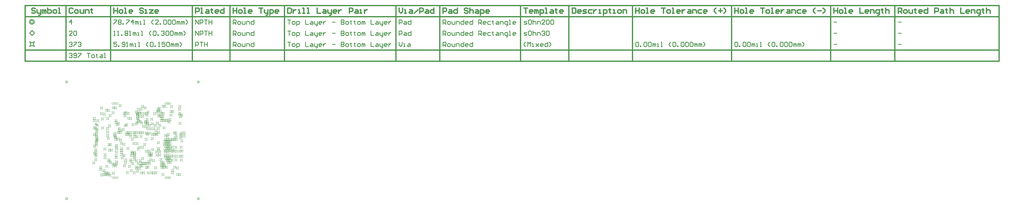
<source format=gbr>
%TF.GenerationSoftware,Altium Limited,Altium Designer,25.2.1 (25)*%
G04 Layer_Color=2752767*
%FSLAX45Y45*%
%MOMM*%
%TF.SameCoordinates,B7DAEB1B-2A83-4E2F-BFC4-A44EEF3E448A*%
%TF.FilePolarity,Positive*%
%TF.FileFunction,Drawing*%
%TF.Part,CustomerPanel*%
G01*
G75*
%TA.AperFunction,NonConductor*%
%ADD62C,0.25400*%
%ADD169C,0.08467*%
%ADD170C,0.38100*%
%ADD171C,0.40640*%
D62*
X-638612Y6556017D02*
G03*
X-638612Y6556017I-50800J0D01*
G01*
X-604746D02*
G03*
X-604746Y6556017I-84667J0D01*
G01*
X-774079Y6175017D02*
X-689412Y6090350D01*
X-604746Y6175017D01*
X-689412Y6259683D02*
X-604746Y6175017D01*
X-774079D02*
X-689412Y6259683D01*
X-774079Y5709350D02*
X-689412Y5751683D01*
X-604746Y5709350D01*
X-647079Y5794017D02*
X-604746Y5709350D01*
X-647079Y5794017D02*
X-604746Y5878683D01*
X-689412Y5836350D02*
X-604746Y5878683D01*
X-774079D02*
X-689412Y5836350D01*
X-774079Y5878683D02*
X-731746Y5794017D01*
X-774079Y5709350D02*
X-731746Y5794017D01*
X28920889Y6547525D02*
X29022458D01*
X28920889Y6166525D02*
X29022458D01*
X28920889Y5785525D02*
X29022458D01*
X26721860Y6547525D02*
X26823428D01*
X26721860Y6166525D02*
X26823428D01*
X26721860Y5785525D02*
X26823428D01*
X23334497Y5836309D02*
X23359889Y5861701D01*
X23410674D01*
X23436064Y5836309D01*
Y5734742D01*
X23410674Y5709350D01*
X23359889D01*
X23334497Y5734742D01*
Y5836309D01*
X23486848Y5709350D02*
Y5734742D01*
X23512241D01*
Y5709350D01*
X23486848D01*
X23613808Y5836309D02*
X23639198Y5861701D01*
X23689983D01*
X23715375Y5836309D01*
Y5734742D01*
X23689983Y5709350D01*
X23639198D01*
X23613808Y5734742D01*
Y5836309D01*
X23766158D02*
X23791550Y5861701D01*
X23842332D01*
X23867725Y5836309D01*
Y5734742D01*
X23842332Y5709350D01*
X23791550D01*
X23766158Y5734742D01*
Y5836309D01*
X23918507Y5709350D02*
Y5810917D01*
X23943900D01*
X23969292Y5785525D01*
Y5709350D01*
Y5785525D01*
X23994684Y5810917D01*
X24020074Y5785525D01*
Y5709350D01*
X24070859D02*
X24121642D01*
X24096251D01*
Y5810917D01*
X24070859D01*
X24197818Y5709350D02*
X24248601D01*
X24223210D01*
Y5861701D01*
X24197818D01*
X24527911Y5709350D02*
X24477127Y5760134D01*
Y5810917D01*
X24527911Y5861701D01*
X24604086Y5836309D02*
X24629478Y5861701D01*
X24680263D01*
X24705653Y5836309D01*
Y5734742D01*
X24680263Y5709350D01*
X24629478D01*
X24604086Y5734742D01*
Y5836309D01*
X24756438Y5709350D02*
Y5734742D01*
X24781828D01*
Y5709350D01*
X24756438D01*
X24883395Y5836309D02*
X24908788Y5861701D01*
X24959570D01*
X24984962Y5836309D01*
Y5734742D01*
X24959570Y5709350D01*
X24908788D01*
X24883395Y5734742D01*
Y5836309D01*
X25035745D02*
X25061137Y5861701D01*
X25111922D01*
X25137314Y5836309D01*
Y5734742D01*
X25111922Y5709350D01*
X25061137D01*
X25035745Y5734742D01*
Y5836309D01*
X25188097D02*
X25213489Y5861701D01*
X25264273D01*
X25289664Y5836309D01*
Y5734742D01*
X25264273Y5709350D01*
X25213489D01*
X25188097Y5734742D01*
Y5836309D01*
X25340448Y5709350D02*
Y5810917D01*
X25365840D01*
X25391231Y5785525D01*
Y5709350D01*
Y5785525D01*
X25416623Y5810917D01*
X25442015Y5785525D01*
Y5709350D01*
X25492799D02*
Y5810917D01*
X25518192D01*
X25543582Y5785525D01*
Y5709350D01*
Y5785525D01*
X25568974Y5810917D01*
X25594366Y5785525D01*
Y5709350D01*
X25645148D02*
X25695932Y5760134D01*
Y5810917D01*
X25645148Y5861701D01*
X19947133Y5836309D02*
X19972525Y5861701D01*
X20023309D01*
X20048701Y5836309D01*
Y5734742D01*
X20023309Y5709350D01*
X19972525D01*
X19947133Y5734742D01*
Y5836309D01*
X20099484Y5709350D02*
Y5734742D01*
X20124876D01*
Y5709350D01*
X20099484D01*
X20226443Y5836309D02*
X20251836Y5861701D01*
X20302618D01*
X20328011Y5836309D01*
Y5734742D01*
X20302618Y5709350D01*
X20251836D01*
X20226443Y5734742D01*
Y5836309D01*
X20378793D02*
X20404185Y5861701D01*
X20454968D01*
X20480360Y5836309D01*
Y5734742D01*
X20454968Y5709350D01*
X20404185D01*
X20378793Y5734742D01*
Y5836309D01*
X20531145Y5709350D02*
Y5810917D01*
X20556535D01*
X20581927Y5785525D01*
Y5709350D01*
Y5785525D01*
X20607320Y5810917D01*
X20632712Y5785525D01*
Y5709350D01*
X20683495D02*
X20734279D01*
X20708887D01*
Y5810917D01*
X20683495D01*
X20810454Y5709350D02*
X20861237D01*
X20835846D01*
Y5861701D01*
X20810454D01*
X21140547Y5709350D02*
X21089764Y5760134D01*
Y5810917D01*
X21140547Y5861701D01*
X21216722Y5836309D02*
X21242114Y5861701D01*
X21292899D01*
X21318291Y5836309D01*
Y5734742D01*
X21292899Y5709350D01*
X21242114D01*
X21216722Y5734742D01*
Y5836309D01*
X21369073Y5709350D02*
Y5734742D01*
X21394466D01*
Y5709350D01*
X21369073D01*
X21496033Y5836309D02*
X21521423Y5861701D01*
X21572208D01*
X21597598Y5836309D01*
Y5734742D01*
X21572208Y5709350D01*
X21521423D01*
X21496033Y5734742D01*
Y5836309D01*
X21648383D02*
X21673775Y5861701D01*
X21724557D01*
X21749950Y5836309D01*
Y5734742D01*
X21724557Y5709350D01*
X21673775D01*
X21648383Y5734742D01*
Y5836309D01*
X21800732D02*
X21826125Y5861701D01*
X21876909D01*
X21902301Y5836309D01*
Y5734742D01*
X21876909Y5709350D01*
X21826125D01*
X21800732Y5734742D01*
Y5836309D01*
X21953084Y5709350D02*
Y5810917D01*
X21978476D01*
X22003868Y5785525D01*
Y5709350D01*
Y5785525D01*
X22029259Y5810917D01*
X22054651Y5785525D01*
Y5709350D01*
X22105435D02*
Y5810917D01*
X22130827D01*
X22156218Y5785525D01*
Y5709350D01*
Y5785525D01*
X22181610Y5810917D01*
X22207002Y5785525D01*
Y5709350D01*
X22257787D02*
X22308569Y5760134D01*
Y5810917D01*
X22257787Y5861701D01*
X16128009Y6471350D02*
X16204184D01*
X16229576Y6496742D01*
X16204184Y6522134D01*
X16153401D01*
X16128009Y6547525D01*
X16153401Y6572917D01*
X16229576D01*
X16280359Y6598309D02*
X16305751Y6623701D01*
X16356535D01*
X16381927Y6598309D01*
Y6496742D01*
X16356535Y6471350D01*
X16305751D01*
X16280359Y6496742D01*
Y6598309D01*
X16432710Y6623701D02*
Y6471350D01*
Y6547525D01*
X16458102Y6572917D01*
X16508885D01*
X16534277Y6547525D01*
Y6471350D01*
X16585062D02*
Y6572917D01*
X16661237D01*
X16686629Y6547525D01*
Y6471350D01*
X16838979D02*
X16737411D01*
X16838979Y6572917D01*
Y6598309D01*
X16813586Y6623701D01*
X16762804D01*
X16737411Y6598309D01*
X16889761D02*
X16915154Y6623701D01*
X16965938D01*
X16991328Y6598309D01*
Y6496742D01*
X16965938Y6471350D01*
X16915154D01*
X16889761Y6496742D01*
Y6598309D01*
X17042113D02*
X17067505Y6623701D01*
X17118288D01*
X17143680Y6598309D01*
Y6496742D01*
X17118288Y6471350D01*
X17067505D01*
X17042113Y6496742D01*
Y6598309D01*
X16128009Y6090350D02*
X16204184D01*
X16229576Y6115742D01*
X16204184Y6141134D01*
X16153401D01*
X16128009Y6166525D01*
X16153401Y6191917D01*
X16229576D01*
X16280359Y6217309D02*
X16305751Y6242701D01*
X16356535D01*
X16381927Y6217309D01*
Y6115742D01*
X16356535Y6090350D01*
X16305751D01*
X16280359Y6115742D01*
Y6217309D01*
X16432710Y6242701D02*
Y6090350D01*
Y6166525D01*
X16458102Y6191917D01*
X16508885D01*
X16534277Y6166525D01*
Y6090350D01*
X16585062D02*
Y6191917D01*
X16661237D01*
X16686629Y6166525D01*
Y6090350D01*
X16737411Y6217309D02*
X16762804Y6242701D01*
X16813586D01*
X16838979Y6217309D01*
Y6191917D01*
X16813586Y6166525D01*
X16788194D01*
X16813586D01*
X16838979Y6141134D01*
Y6115742D01*
X16813586Y6090350D01*
X16762804D01*
X16737411Y6115742D01*
X16889761Y6217309D02*
X16915154Y6242701D01*
X16965938D01*
X16991328Y6217309D01*
Y6115742D01*
X16965938Y6090350D01*
X16915154D01*
X16889761Y6115742D01*
Y6217309D01*
X16178792Y5709350D02*
X16128009Y5760134D01*
Y5810917D01*
X16178792Y5861701D01*
X16254967Y5709350D02*
Y5861701D01*
X16305751Y5810917D01*
X16356535Y5861701D01*
Y5709350D01*
X16407318D02*
X16458102D01*
X16432710D01*
Y5810917D01*
X16407318D01*
X16534277D02*
X16635844Y5709350D01*
X16585062Y5760134D01*
X16635844Y5810917D01*
X16534277Y5709350D01*
X16762804D02*
X16712019D01*
X16686629Y5734742D01*
Y5785525D01*
X16712019Y5810917D01*
X16762804D01*
X16788194Y5785525D01*
Y5760134D01*
X16686629D01*
X16940546Y5861701D02*
Y5709350D01*
X16864371D01*
X16838979Y5734742D01*
Y5785525D01*
X16864371Y5810917D01*
X16940546D01*
X16991328Y5709350D02*
X17042113Y5760134D01*
Y5810917D01*
X16991328Y5861701D01*
X13360214Y6471350D02*
Y6623701D01*
X13436389D01*
X13461781Y6598309D01*
Y6547525D01*
X13436389Y6522134D01*
X13360214D01*
X13410997D02*
X13461781Y6471350D01*
X13537956D02*
X13588741D01*
X13614133Y6496742D01*
Y6547525D01*
X13588741Y6572917D01*
X13537956D01*
X13512564Y6547525D01*
Y6496742D01*
X13537956Y6471350D01*
X13664915Y6572917D02*
Y6496742D01*
X13690308Y6471350D01*
X13766483D01*
Y6572917D01*
X13817265Y6471350D02*
Y6572917D01*
X13893440D01*
X13918832Y6547525D01*
Y6471350D01*
X14071184Y6623701D02*
Y6471350D01*
X13995007D01*
X13969617Y6496742D01*
Y6547525D01*
X13995007Y6572917D01*
X14071184D01*
X14198143Y6471350D02*
X14147359D01*
X14121967Y6496742D01*
Y6547525D01*
X14147359Y6572917D01*
X14198143D01*
X14223534Y6547525D01*
Y6522134D01*
X14121967D01*
X14375885Y6623701D02*
Y6471350D01*
X14299710D01*
X14274318Y6496742D01*
Y6547525D01*
X14299710Y6572917D01*
X14375885D01*
X14579019Y6471350D02*
Y6623701D01*
X14655196D01*
X14680586Y6598309D01*
Y6547525D01*
X14655196Y6522134D01*
X14579019D01*
X14629803D02*
X14680586Y6471350D01*
X14807545D02*
X14756763D01*
X14731371Y6496742D01*
Y6547525D01*
X14756763Y6572917D01*
X14807545D01*
X14832938Y6547525D01*
Y6522134D01*
X14731371D01*
X14985287Y6572917D02*
X14909113D01*
X14883720Y6547525D01*
Y6496742D01*
X14909113Y6471350D01*
X14985287D01*
X15061462Y6598309D02*
Y6572917D01*
X15036072D01*
X15086855D01*
X15061462D01*
Y6496742D01*
X15086855Y6471350D01*
X15188422Y6572917D02*
X15239206D01*
X15264598Y6547525D01*
Y6471350D01*
X15188422D01*
X15163029Y6496742D01*
X15188422Y6522134D01*
X15264598D01*
X15315381Y6471350D02*
Y6572917D01*
X15391556D01*
X15416948Y6547525D01*
Y6471350D01*
X15518515Y6420567D02*
X15543907D01*
X15569299Y6445958D01*
Y6572917D01*
X15493124D01*
X15467732Y6547525D01*
Y6496742D01*
X15493124Y6471350D01*
X15569299D01*
X15620084D02*
X15670866D01*
X15645474D01*
Y6623701D01*
X15620084D01*
X15823216Y6471350D02*
X15772433D01*
X15747041Y6496742D01*
Y6547525D01*
X15772433Y6572917D01*
X15823216D01*
X15848608Y6547525D01*
Y6522134D01*
X15747041D01*
X13360214Y6090350D02*
Y6242701D01*
X13436389D01*
X13461781Y6217309D01*
Y6166525D01*
X13436389Y6141134D01*
X13360214D01*
X13410997D02*
X13461781Y6090350D01*
X13537956D02*
X13588741D01*
X13614133Y6115742D01*
Y6166525D01*
X13588741Y6191917D01*
X13537956D01*
X13512564Y6166525D01*
Y6115742D01*
X13537956Y6090350D01*
X13664915Y6191917D02*
Y6115742D01*
X13690308Y6090350D01*
X13766483D01*
Y6191917D01*
X13817265Y6090350D02*
Y6191917D01*
X13893440D01*
X13918832Y6166525D01*
Y6090350D01*
X14071184Y6242701D02*
Y6090350D01*
X13995007D01*
X13969617Y6115742D01*
Y6166525D01*
X13995007Y6191917D01*
X14071184D01*
X14198143Y6090350D02*
X14147359D01*
X14121967Y6115742D01*
Y6166525D01*
X14147359Y6191917D01*
X14198143D01*
X14223534Y6166525D01*
Y6141134D01*
X14121967D01*
X14375885Y6242701D02*
Y6090350D01*
X14299710D01*
X14274318Y6115742D01*
Y6166525D01*
X14299710Y6191917D01*
X14375885D01*
X14579019Y6090350D02*
Y6242701D01*
X14655196D01*
X14680586Y6217309D01*
Y6166525D01*
X14655196Y6141134D01*
X14579019D01*
X14629803D02*
X14680586Y6090350D01*
X14807545D02*
X14756763D01*
X14731371Y6115742D01*
Y6166525D01*
X14756763Y6191917D01*
X14807545D01*
X14832938Y6166525D01*
Y6141134D01*
X14731371D01*
X14985287Y6191917D02*
X14909113D01*
X14883720Y6166525D01*
Y6115742D01*
X14909113Y6090350D01*
X14985287D01*
X15061462Y6217309D02*
Y6191917D01*
X15036072D01*
X15086855D01*
X15061462D01*
Y6115742D01*
X15086855Y6090350D01*
X15188422Y6191917D02*
X15239206D01*
X15264598Y6166525D01*
Y6090350D01*
X15188422D01*
X15163029Y6115742D01*
X15188422Y6141134D01*
X15264598D01*
X15315381Y6090350D02*
Y6191917D01*
X15391556D01*
X15416948Y6166525D01*
Y6090350D01*
X15518515Y6039567D02*
X15543907D01*
X15569299Y6064958D01*
Y6191917D01*
X15493124D01*
X15467732Y6166525D01*
Y6115742D01*
X15493124Y6090350D01*
X15569299D01*
X15620084D02*
X15670866D01*
X15645474D01*
Y6242701D01*
X15620084D01*
X15823216Y6090350D02*
X15772433D01*
X15747041Y6115742D01*
Y6166525D01*
X15772433Y6191917D01*
X15823216D01*
X15848608Y6166525D01*
Y6141134D01*
X15747041D01*
X13360214Y5709350D02*
Y5861701D01*
X13436389D01*
X13461781Y5836309D01*
Y5785525D01*
X13436389Y5760134D01*
X13360214D01*
X13410997D02*
X13461781Y5709350D01*
X13537956D02*
X13588741D01*
X13614133Y5734742D01*
Y5785525D01*
X13588741Y5810917D01*
X13537956D01*
X13512564Y5785525D01*
Y5734742D01*
X13537956Y5709350D01*
X13664915Y5810917D02*
Y5734742D01*
X13690308Y5709350D01*
X13766483D01*
Y5810917D01*
X13817265Y5709350D02*
Y5810917D01*
X13893440D01*
X13918832Y5785525D01*
Y5709350D01*
X14071184Y5861701D02*
Y5709350D01*
X13995007D01*
X13969617Y5734742D01*
Y5785525D01*
X13995007Y5810917D01*
X14071184D01*
X14198143Y5709350D02*
X14147359D01*
X14121967Y5734742D01*
Y5785525D01*
X14147359Y5810917D01*
X14198143D01*
X14223534Y5785525D01*
Y5760134D01*
X14121967D01*
X14375885Y5861701D02*
Y5709350D01*
X14299710D01*
X14274318Y5734742D01*
Y5785525D01*
X14299710Y5810917D01*
X14375885D01*
X11861998Y6471350D02*
Y6623701D01*
X11938173D01*
X11963565Y6598309D01*
Y6547525D01*
X11938173Y6522134D01*
X11861998D01*
X12039741Y6572917D02*
X12090524D01*
X12115916Y6547525D01*
Y6471350D01*
X12039741D01*
X12014349Y6496742D01*
X12039741Y6522134D01*
X12115916D01*
X12268267Y6623701D02*
Y6471350D01*
X12192091D01*
X12166700Y6496742D01*
Y6547525D01*
X12192091Y6572917D01*
X12268267D01*
X11861998Y6090350D02*
Y6242701D01*
X11938173D01*
X11963565Y6217309D01*
Y6166525D01*
X11938173Y6141134D01*
X11861998D01*
X12039741Y6191917D02*
X12090524D01*
X12115916Y6166525D01*
Y6090350D01*
X12039741D01*
X12014349Y6115742D01*
X12039741Y6141134D01*
X12115916D01*
X12268267Y6242701D02*
Y6090350D01*
X12192091D01*
X12166700Y6115742D01*
Y6166525D01*
X12192091Y6191917D01*
X12268267D01*
X11861998Y5861701D02*
Y5760134D01*
X11912782Y5709350D01*
X11963565Y5760134D01*
Y5861701D01*
X12014349Y5709350D02*
X12065132D01*
X12039741D01*
Y5810917D01*
X12014349D01*
X12166700D02*
X12217483D01*
X12242875Y5785525D01*
Y5709350D01*
X12166700D01*
X12141308Y5734742D01*
X12166700Y5760134D01*
X12242875D01*
X8053140Y6623701D02*
X8154707D01*
X8103923D01*
Y6471350D01*
X8230882D02*
X8281666D01*
X8307058Y6496742D01*
Y6547525D01*
X8281666Y6572917D01*
X8230882D01*
X8205491Y6547525D01*
Y6496742D01*
X8230882Y6471350D01*
X8357841Y6420567D02*
Y6572917D01*
X8434017D01*
X8459409Y6547525D01*
Y6496742D01*
X8434017Y6471350D01*
X8357841D01*
X8662543Y6623701D02*
Y6471350D01*
X8764110D01*
X8840285Y6572917D02*
X8891069D01*
X8916461Y6547525D01*
Y6471350D01*
X8840285D01*
X8814893Y6496742D01*
X8840285Y6522134D01*
X8916461D01*
X8967244Y6572917D02*
Y6496742D01*
X8992636Y6471350D01*
X9068811D01*
Y6445958D01*
X9043420Y6420567D01*
X9018028D01*
X9068811Y6471350D02*
Y6572917D01*
X9195770Y6471350D02*
X9144987D01*
X9119595Y6496742D01*
Y6547525D01*
X9144987Y6572917D01*
X9195770D01*
X9221162Y6547525D01*
Y6522134D01*
X9119595D01*
X9271946Y6572917D02*
Y6471350D01*
Y6522134D01*
X9297338Y6547525D01*
X9322729Y6572917D01*
X9348121D01*
X9576647Y6547525D02*
X9678214D01*
X9881349Y6623701D02*
Y6471350D01*
X9957524D01*
X9982916Y6496742D01*
Y6522134D01*
X9957524Y6547525D01*
X9881349D01*
X9957524D01*
X9982916Y6572917D01*
Y6598309D01*
X9957524Y6623701D01*
X9881349D01*
X10059091Y6471350D02*
X10109875D01*
X10135266Y6496742D01*
Y6547525D01*
X10109875Y6572917D01*
X10059091D01*
X10033699Y6547525D01*
Y6496742D01*
X10059091Y6471350D01*
X10211442Y6598309D02*
Y6572917D01*
X10186050D01*
X10236833D01*
X10211442D01*
Y6496742D01*
X10236833Y6471350D01*
X10338401Y6598309D02*
Y6572917D01*
X10313009D01*
X10363792D01*
X10338401D01*
Y6496742D01*
X10363792Y6471350D01*
X10465360D02*
X10516143D01*
X10541535Y6496742D01*
Y6547525D01*
X10516143Y6572917D01*
X10465360D01*
X10439968Y6547525D01*
Y6496742D01*
X10465360Y6471350D01*
X10592318D02*
Y6572917D01*
X10617710D01*
X10643102Y6547525D01*
Y6471350D01*
Y6547525D01*
X10668494Y6572917D01*
X10693886Y6547525D01*
Y6471350D01*
X10897020Y6623701D02*
Y6471350D01*
X10998587D01*
X11074762Y6572917D02*
X11125546D01*
X11150938Y6547525D01*
Y6471350D01*
X11074762D01*
X11049371Y6496742D01*
X11074762Y6522134D01*
X11150938D01*
X11201721Y6572917D02*
Y6496742D01*
X11227113Y6471350D01*
X11303289D01*
Y6445958D01*
X11277897Y6420567D01*
X11252505D01*
X11303289Y6471350D02*
Y6572917D01*
X11430247Y6471350D02*
X11379464D01*
X11354072Y6496742D01*
Y6547525D01*
X11379464Y6572917D01*
X11430247D01*
X11455639Y6547525D01*
Y6522134D01*
X11354072D01*
X11506423Y6572917D02*
Y6471350D01*
Y6522134D01*
X11531815Y6547525D01*
X11557206Y6572917D01*
X11582598D01*
X8053140Y6242701D02*
X8154707D01*
X8103923D01*
Y6090350D01*
X8230882D02*
X8281666D01*
X8307058Y6115742D01*
Y6166525D01*
X8281666Y6191917D01*
X8230882D01*
X8205491Y6166525D01*
Y6115742D01*
X8230882Y6090350D01*
X8357841Y6039567D02*
Y6191917D01*
X8434017D01*
X8459409Y6166525D01*
Y6115742D01*
X8434017Y6090350D01*
X8357841D01*
X8662543Y6242701D02*
Y6090350D01*
X8764110D01*
X8840285Y6191917D02*
X8891069D01*
X8916461Y6166525D01*
Y6090350D01*
X8840285D01*
X8814893Y6115742D01*
X8840285Y6141134D01*
X8916461D01*
X8967244Y6191917D02*
Y6115742D01*
X8992636Y6090350D01*
X9068811D01*
Y6064958D01*
X9043420Y6039567D01*
X9018028D01*
X9068811Y6090350D02*
Y6191917D01*
X9195770Y6090350D02*
X9144987D01*
X9119595Y6115742D01*
Y6166525D01*
X9144987Y6191917D01*
X9195770D01*
X9221162Y6166525D01*
Y6141134D01*
X9119595D01*
X9271946Y6191917D02*
Y6090350D01*
Y6141134D01*
X9297338Y6166525D01*
X9322729Y6191917D01*
X9348121D01*
X9576647Y6166525D02*
X9678214D01*
X9881349Y6242701D02*
Y6090350D01*
X9957524D01*
X9982916Y6115742D01*
Y6141134D01*
X9957524Y6166525D01*
X9881349D01*
X9957524D01*
X9982916Y6191917D01*
Y6217309D01*
X9957524Y6242701D01*
X9881349D01*
X10059091Y6090350D02*
X10109875D01*
X10135266Y6115742D01*
Y6166525D01*
X10109875Y6191917D01*
X10059091D01*
X10033699Y6166525D01*
Y6115742D01*
X10059091Y6090350D01*
X10211442Y6217309D02*
Y6191917D01*
X10186050D01*
X10236833D01*
X10211442D01*
Y6115742D01*
X10236833Y6090350D01*
X10338401Y6217309D02*
Y6191917D01*
X10313009D01*
X10363792D01*
X10338401D01*
Y6115742D01*
X10363792Y6090350D01*
X10465360D02*
X10516143D01*
X10541535Y6115742D01*
Y6166525D01*
X10516143Y6191917D01*
X10465360D01*
X10439968Y6166525D01*
Y6115742D01*
X10465360Y6090350D01*
X10592318D02*
Y6191917D01*
X10617710D01*
X10643102Y6166525D01*
Y6090350D01*
Y6166525D01*
X10668494Y6191917D01*
X10693886Y6166525D01*
Y6090350D01*
X10897020Y6242701D02*
Y6090350D01*
X10998587D01*
X11074762Y6191917D02*
X11125546D01*
X11150938Y6166525D01*
Y6090350D01*
X11074762D01*
X11049371Y6115742D01*
X11074762Y6141134D01*
X11150938D01*
X11201721Y6191917D02*
Y6115742D01*
X11227113Y6090350D01*
X11303289D01*
Y6064958D01*
X11277897Y6039567D01*
X11252505D01*
X11303289Y6090350D02*
Y6191917D01*
X11430247Y6090350D02*
X11379464D01*
X11354072Y6115742D01*
Y6166525D01*
X11379464Y6191917D01*
X11430247D01*
X11455639Y6166525D01*
Y6141134D01*
X11354072D01*
X11506423Y6191917D02*
Y6090350D01*
Y6141134D01*
X11531815Y6166525D01*
X11557206Y6191917D01*
X11582598D01*
X8053140Y5861701D02*
X8154707D01*
X8103923D01*
Y5709350D01*
X8230882D02*
X8281666D01*
X8307058Y5734742D01*
Y5785525D01*
X8281666Y5810917D01*
X8230882D01*
X8205491Y5785525D01*
Y5734742D01*
X8230882Y5709350D01*
X8357841Y5658567D02*
Y5810917D01*
X8434017D01*
X8459409Y5785525D01*
Y5734742D01*
X8434017Y5709350D01*
X8357841D01*
X8662543Y5861701D02*
Y5709350D01*
X8764110D01*
X8840285Y5810917D02*
X8891069D01*
X8916461Y5785525D01*
Y5709350D01*
X8840285D01*
X8814893Y5734742D01*
X8840285Y5760134D01*
X8916461D01*
X8967244Y5810917D02*
Y5734742D01*
X8992636Y5709350D01*
X9068811D01*
Y5683958D01*
X9043420Y5658567D01*
X9018028D01*
X9068811Y5709350D02*
Y5810917D01*
X9195770Y5709350D02*
X9144987D01*
X9119595Y5734742D01*
Y5785525D01*
X9144987Y5810917D01*
X9195770D01*
X9221162Y5785525D01*
Y5760134D01*
X9119595D01*
X9271946Y5810917D02*
Y5709350D01*
Y5760134D01*
X9297338Y5785525D01*
X9322729Y5810917D01*
X9348121D01*
X9576647Y5785525D02*
X9678214D01*
X9881349Y5861701D02*
Y5709350D01*
X9957524D01*
X9982916Y5734742D01*
Y5760134D01*
X9957524Y5785525D01*
X9881349D01*
X9957524D01*
X9982916Y5810917D01*
Y5836309D01*
X9957524Y5861701D01*
X9881349D01*
X10059091Y5709350D02*
X10109875D01*
X10135266Y5734742D01*
Y5785525D01*
X10109875Y5810917D01*
X10059091D01*
X10033699Y5785525D01*
Y5734742D01*
X10059091Y5709350D01*
X10211442Y5836309D02*
Y5810917D01*
X10186050D01*
X10236833D01*
X10211442D01*
Y5734742D01*
X10236833Y5709350D01*
X10338401Y5836309D02*
Y5810917D01*
X10313009D01*
X10363792D01*
X10338401D01*
Y5734742D01*
X10363792Y5709350D01*
X10465360D02*
X10516143D01*
X10541535Y5734742D01*
Y5785525D01*
X10516143Y5810917D01*
X10465360D01*
X10439968Y5785525D01*
Y5734742D01*
X10465360Y5709350D01*
X10592318D02*
Y5810917D01*
X10617710D01*
X10643102Y5785525D01*
Y5709350D01*
Y5785525D01*
X10668494Y5810917D01*
X10693886Y5785525D01*
Y5709350D01*
X10897020Y5861701D02*
Y5709350D01*
X10998587D01*
X11074762Y5810917D02*
X11125546D01*
X11150938Y5785525D01*
Y5709350D01*
X11074762D01*
X11049371Y5734742D01*
X11074762Y5760134D01*
X11150938D01*
X11201721Y5810917D02*
Y5734742D01*
X11227113Y5709350D01*
X11303289D01*
Y5683958D01*
X11277897Y5658567D01*
X11252505D01*
X11303289Y5709350D02*
Y5810917D01*
X11430247Y5709350D02*
X11379464D01*
X11354072Y5734742D01*
Y5785525D01*
X11379464Y5810917D01*
X11430247D01*
X11455639Y5785525D01*
Y5760134D01*
X11354072D01*
X11506423Y5810917D02*
Y5709350D01*
Y5760134D01*
X11531815Y5785525D01*
X11557206Y5810917D01*
X11582598D01*
X6189283Y6471350D02*
Y6623701D01*
X6265458D01*
X6290850Y6598309D01*
Y6547525D01*
X6265458Y6522134D01*
X6189283D01*
X6240066D02*
X6290850Y6471350D01*
X6367025D02*
X6417809D01*
X6443201Y6496742D01*
Y6547525D01*
X6417809Y6572917D01*
X6367025D01*
X6341633Y6547525D01*
Y6496742D01*
X6367025Y6471350D01*
X6493984Y6572917D02*
Y6496742D01*
X6519376Y6471350D01*
X6595551D01*
Y6572917D01*
X6646335Y6471350D02*
Y6572917D01*
X6722510D01*
X6747902Y6547525D01*
Y6471350D01*
X6900253Y6623701D02*
Y6471350D01*
X6824078D01*
X6798686Y6496742D01*
Y6547525D01*
X6824078Y6572917D01*
X6900253D01*
X6189283Y6090350D02*
Y6242701D01*
X6265458D01*
X6290850Y6217309D01*
Y6166525D01*
X6265458Y6141134D01*
X6189283D01*
X6240066D02*
X6290850Y6090350D01*
X6367025D02*
X6417809D01*
X6443201Y6115742D01*
Y6166525D01*
X6417809Y6191917D01*
X6367025D01*
X6341633Y6166525D01*
Y6115742D01*
X6367025Y6090350D01*
X6493984Y6191917D02*
Y6115742D01*
X6519376Y6090350D01*
X6595551D01*
Y6191917D01*
X6646335Y6090350D02*
Y6191917D01*
X6722510D01*
X6747902Y6166525D01*
Y6090350D01*
X6900253Y6242701D02*
Y6090350D01*
X6824078D01*
X6798686Y6115742D01*
Y6166525D01*
X6824078Y6191917D01*
X6900253D01*
X6189283Y5709350D02*
Y5861701D01*
X6265458D01*
X6290850Y5836309D01*
Y5785525D01*
X6265458Y5760134D01*
X6189283D01*
X6240066D02*
X6290850Y5709350D01*
X6367025D02*
X6417809D01*
X6443201Y5734742D01*
Y5785525D01*
X6417809Y5810917D01*
X6367025D01*
X6341633Y5785525D01*
Y5734742D01*
X6367025Y5709350D01*
X6493984Y5810917D02*
Y5734742D01*
X6519376Y5709350D01*
X6595551D01*
Y5810917D01*
X6646335Y5709350D02*
Y5810917D01*
X6722510D01*
X6747902Y5785525D01*
Y5709350D01*
X6900253Y5861701D02*
Y5709350D01*
X6824078D01*
X6798686Y5734742D01*
Y5785525D01*
X6824078Y5810917D01*
X6900253D01*
X4904358Y6471350D02*
Y6623701D01*
X5005925Y6471350D01*
Y6623701D01*
X5056709Y6471350D02*
Y6623701D01*
X5132884D01*
X5158276Y6598309D01*
Y6547525D01*
X5132884Y6522134D01*
X5056709D01*
X5209060Y6623701D02*
X5310627D01*
X5259843D01*
Y6471350D01*
X5361410Y6623701D02*
Y6471350D01*
Y6547525D01*
X5462978D01*
Y6623701D01*
Y6471350D01*
X4904358Y6090350D02*
Y6242701D01*
X5005925Y6090350D01*
Y6242701D01*
X5056709Y6090350D02*
Y6242701D01*
X5132884D01*
X5158276Y6217309D01*
Y6166525D01*
X5132884Y6141134D01*
X5056709D01*
X5209060Y6242701D02*
X5310627D01*
X5259843D01*
Y6090350D01*
X5361410Y6242701D02*
Y6090350D01*
Y6166525D01*
X5462978D01*
Y6242701D01*
Y6090350D01*
X4904358Y5709350D02*
Y5861701D01*
X4980534D01*
X5005925Y5836309D01*
Y5785525D01*
X4980534Y5760134D01*
X4904358D01*
X5056709Y5861701D02*
X5158276D01*
X5107492D01*
Y5709350D01*
X5209060Y5861701D02*
Y5709350D01*
Y5785525D01*
X5310627D01*
Y5861701D01*
Y5709350D01*
X2111172Y6623701D02*
X2212739D01*
Y6598309D01*
X2111172Y6496742D01*
Y6471350D01*
X2263523Y6598309D02*
X2288914Y6623701D01*
X2339698D01*
X2365090Y6598309D01*
Y6572917D01*
X2339698Y6547525D01*
X2365090Y6522134D01*
Y6496742D01*
X2339698Y6471350D01*
X2288914D01*
X2263523Y6496742D01*
Y6522134D01*
X2288914Y6547525D01*
X2263523Y6572917D01*
Y6598309D01*
X2288914Y6547525D02*
X2339698D01*
X2415873Y6471350D02*
Y6496742D01*
X2441265D01*
Y6471350D01*
X2415873D01*
X2542832Y6623701D02*
X2644399D01*
Y6598309D01*
X2542832Y6496742D01*
Y6471350D01*
X2771358D02*
Y6623701D01*
X2695183Y6547525D01*
X2796750D01*
X2847534Y6471350D02*
Y6572917D01*
X2872925D01*
X2898317Y6547525D01*
Y6471350D01*
Y6547525D01*
X2923709Y6572917D01*
X2949101Y6547525D01*
Y6471350D01*
X2999884D02*
X3050668D01*
X3025276D01*
Y6572917D01*
X2999884D01*
X3126843Y6471350D02*
X3177627D01*
X3152235D01*
Y6623701D01*
X3126843D01*
X3456936Y6471350D02*
X3406153Y6522134D01*
Y6572917D01*
X3456936Y6623701D01*
X3634679Y6471350D02*
X3533112D01*
X3634679Y6572917D01*
Y6598309D01*
X3609287Y6623701D01*
X3558503D01*
X3533112Y6598309D01*
X3685462Y6471350D02*
Y6496742D01*
X3710854D01*
Y6471350D01*
X3685462D01*
X3812421Y6598309D02*
X3837813Y6623701D01*
X3888596D01*
X3913988Y6598309D01*
Y6496742D01*
X3888596Y6471350D01*
X3837813D01*
X3812421Y6496742D01*
Y6598309D01*
X3964772D02*
X3990164Y6623701D01*
X4040947D01*
X4066339Y6598309D01*
Y6496742D01*
X4040947Y6471350D01*
X3990164D01*
X3964772Y6496742D01*
Y6598309D01*
X4117123D02*
X4142514Y6623701D01*
X4193298D01*
X4218690Y6598309D01*
Y6496742D01*
X4193298Y6471350D01*
X4142514D01*
X4117123Y6496742D01*
Y6598309D01*
X4269473Y6471350D02*
Y6572917D01*
X4294865D01*
X4320257Y6547525D01*
Y6471350D01*
Y6547525D01*
X4345649Y6572917D01*
X4371041Y6547525D01*
Y6471350D01*
X4421824D02*
Y6572917D01*
X4447216D01*
X4472608Y6547525D01*
Y6471350D01*
Y6547525D01*
X4497999Y6572917D01*
X4523391Y6547525D01*
Y6471350D01*
X4574175D02*
X4624958Y6522134D01*
Y6572917D01*
X4574175Y6623701D01*
X2111172Y6090350D02*
X2161955D01*
X2136564D01*
Y6242701D01*
X2111172Y6217309D01*
X2238131Y6090350D02*
X2288914D01*
X2263523D01*
Y6242701D01*
X2238131Y6217309D01*
X2365090Y6090350D02*
Y6115742D01*
X2390481D01*
Y6090350D01*
X2365090D01*
X2492048Y6217309D02*
X2517440Y6242701D01*
X2568224D01*
X2593616Y6217309D01*
Y6191917D01*
X2568224Y6166525D01*
X2593616Y6141134D01*
Y6115742D01*
X2568224Y6090350D01*
X2517440D01*
X2492048Y6115742D01*
Y6141134D01*
X2517440Y6166525D01*
X2492048Y6191917D01*
Y6217309D01*
X2517440Y6166525D02*
X2568224D01*
X2644399Y6090350D02*
X2695183D01*
X2669791D01*
Y6242701D01*
X2644399Y6217309D01*
X2771358Y6090350D02*
Y6191917D01*
X2796750D01*
X2822141Y6166525D01*
Y6090350D01*
Y6166525D01*
X2847533Y6191917D01*
X2872925Y6166525D01*
Y6090350D01*
X2923709D02*
X2974492D01*
X2949101D01*
Y6191917D01*
X2923709D01*
X3050668Y6090350D02*
X3101451D01*
X3076059D01*
Y6242701D01*
X3050668D01*
X3380761Y6090350D02*
X3329977Y6141134D01*
Y6191917D01*
X3380761Y6242701D01*
X3456936Y6217309D02*
X3482328Y6242701D01*
X3533111D01*
X3558503Y6217309D01*
Y6115742D01*
X3533111Y6090350D01*
X3482328D01*
X3456936Y6115742D01*
Y6217309D01*
X3609287Y6090350D02*
Y6115742D01*
X3634679D01*
Y6090350D01*
X3609287D01*
X3736246Y6217309D02*
X3761637Y6242701D01*
X3812421D01*
X3837813Y6217309D01*
Y6191917D01*
X3812421Y6166525D01*
X3787029D01*
X3812421D01*
X3837813Y6141134D01*
Y6115742D01*
X3812421Y6090350D01*
X3761637D01*
X3736246Y6115742D01*
X3888596Y6217309D02*
X3913988Y6242701D01*
X3964772D01*
X3990163Y6217309D01*
Y6115742D01*
X3964772Y6090350D01*
X3913988D01*
X3888596Y6115742D01*
Y6217309D01*
X4040947D02*
X4066339Y6242701D01*
X4117122D01*
X4142514Y6217309D01*
Y6115742D01*
X4117122Y6090350D01*
X4066339D01*
X4040947Y6115742D01*
Y6217309D01*
X4193298Y6090350D02*
Y6191917D01*
X4218690D01*
X4244081Y6166525D01*
Y6090350D01*
Y6166525D01*
X4269473Y6191917D01*
X4294865Y6166525D01*
Y6090350D01*
X4345648D02*
Y6191917D01*
X4371040D01*
X4396432Y6166525D01*
Y6090350D01*
Y6166525D01*
X4421824Y6191917D01*
X4447216Y6166525D01*
Y6090350D01*
X4497999D02*
X4548783Y6141134D01*
Y6191917D01*
X4497999Y6242701D01*
X2212739Y5861701D02*
X2111172D01*
Y5785525D01*
X2161955Y5810917D01*
X2187347D01*
X2212739Y5785525D01*
Y5734742D01*
X2187347Y5709350D01*
X2136564D01*
X2111172Y5734742D01*
X2263523Y5709350D02*
Y5734742D01*
X2288914D01*
Y5709350D01*
X2263523D01*
X2390481Y5734742D02*
X2415873Y5709350D01*
X2466657D01*
X2492049Y5734742D01*
Y5836309D01*
X2466657Y5861701D01*
X2415873D01*
X2390481Y5836309D01*
Y5810917D01*
X2415873Y5785525D01*
X2492049D01*
X2542832Y5709350D02*
X2593616D01*
X2568224D01*
Y5861701D01*
X2542832Y5836309D01*
X2669791Y5709350D02*
Y5810917D01*
X2695183D01*
X2720574Y5785525D01*
Y5709350D01*
Y5785525D01*
X2745966Y5810917D01*
X2771358Y5785525D01*
Y5709350D01*
X2822142D02*
X2872925D01*
X2847534D01*
Y5810917D01*
X2822142D01*
X2949101Y5709350D02*
X2999884D01*
X2974492D01*
Y5861701D01*
X2949101D01*
X3279194Y5709350D02*
X3228410Y5760134D01*
Y5810917D01*
X3279194Y5861701D01*
X3355369Y5836309D02*
X3380761Y5861701D01*
X3431544D01*
X3456936Y5836309D01*
Y5734742D01*
X3431544Y5709350D01*
X3380761D01*
X3355369Y5734742D01*
Y5836309D01*
X3507720Y5709350D02*
Y5734742D01*
X3533112D01*
Y5709350D01*
X3507720D01*
X3634679D02*
X3685462D01*
X3660070D01*
Y5861701D01*
X3634679Y5836309D01*
X3863205Y5861701D02*
X3761637D01*
Y5785525D01*
X3812421Y5810917D01*
X3837813D01*
X3863205Y5785525D01*
Y5734742D01*
X3837813Y5709350D01*
X3787029D01*
X3761637Y5734742D01*
X3913988Y5836309D02*
X3939380Y5861701D01*
X3990163D01*
X4015555Y5836309D01*
Y5734742D01*
X3990163Y5709350D01*
X3939380D01*
X3913988Y5734742D01*
Y5836309D01*
X4066339Y5709350D02*
Y5810917D01*
X4091731D01*
X4117122Y5785525D01*
Y5709350D01*
Y5785525D01*
X4142514Y5810917D01*
X4167906Y5785525D01*
Y5709350D01*
X4218690D02*
Y5810917D01*
X4244081D01*
X4269473Y5785525D01*
Y5709350D01*
Y5785525D01*
X4294865Y5810917D01*
X4320257Y5785525D01*
Y5709350D01*
X4371040D02*
X4421824Y5760134D01*
Y5810917D01*
X4371040Y5861701D01*
X587574Y5455309D02*
X612966Y5480701D01*
X663750D01*
X689142Y5455309D01*
Y5429917D01*
X663750Y5404525D01*
X638358D01*
X663750D01*
X689142Y5379134D01*
Y5353742D01*
X663750Y5328350D01*
X612966D01*
X587574Y5353742D01*
X739925D02*
X765317Y5328350D01*
X816100D01*
X841492Y5353742D01*
Y5455309D01*
X816100Y5480701D01*
X765317D01*
X739925Y5455309D01*
Y5429917D01*
X765317Y5404525D01*
X841492D01*
X892276Y5480701D02*
X993843D01*
Y5455309D01*
X892276Y5353742D01*
Y5328350D01*
X1196977Y5480701D02*
X1298545D01*
X1247761D01*
Y5328350D01*
X1374720D02*
X1425503D01*
X1450895Y5353742D01*
Y5404525D01*
X1425503Y5429917D01*
X1374720D01*
X1349328Y5404525D01*
Y5353742D01*
X1374720Y5328350D01*
X1527071Y5455309D02*
Y5429917D01*
X1501679D01*
X1552462D01*
X1527071D01*
Y5353742D01*
X1552462Y5328350D01*
X1654029Y5429917D02*
X1704813D01*
X1730205Y5404525D01*
Y5328350D01*
X1654029D01*
X1628638Y5353742D01*
X1654029Y5379134D01*
X1730205D01*
X1780988Y5328350D02*
X1831772D01*
X1806380D01*
Y5480701D01*
X1780988D01*
X663750Y6471350D02*
Y6623701D01*
X587574Y6547525D01*
X689142D01*
Y6090350D02*
X587574D01*
X689142Y6191917D01*
Y6217309D01*
X663750Y6242701D01*
X612966D01*
X587574Y6217309D01*
X739925D02*
X765317Y6242701D01*
X816100D01*
X841492Y6217309D01*
Y6115742D01*
X816100Y6090350D01*
X765317D01*
X739925Y6115742D01*
Y6217309D01*
X587574Y5836309D02*
X612966Y5861701D01*
X663750D01*
X689142Y5836309D01*
Y5810917D01*
X663750Y5785525D01*
X638358D01*
X663750D01*
X689142Y5760134D01*
Y5734742D01*
X663750Y5709350D01*
X612966D01*
X587574Y5734742D01*
X739925Y5861701D02*
X841492D01*
Y5836309D01*
X739925Y5734742D01*
Y5709350D01*
X892276Y5836309D02*
X917668Y5861701D01*
X968451D01*
X993843Y5836309D01*
Y5810917D01*
X968451Y5785525D01*
X943059D01*
X968451D01*
X993843Y5760134D01*
Y5734742D01*
X968451Y5709350D01*
X917668D01*
X892276Y5734742D01*
D169*
X525400Y500000D02*
G03*
X525400Y500000I-25400J0D01*
G01*
X542333D02*
G03*
X542333Y500000I-42333J0D01*
G01*
X525400Y4500000D02*
G03*
X525400Y4500000I-25400J0D01*
G01*
X542333D02*
G03*
X542333Y4500000I-42333J0D01*
G01*
X5025400D02*
G03*
X5025400Y4500000I-25400J0D01*
G01*
X5042333D02*
G03*
X5042333Y4500000I-42333J0D01*
G01*
X5025400Y500000D02*
G03*
X5025400Y500000I-25400J0D01*
G01*
X5042333D02*
G03*
X5042333Y500000I-42333J0D01*
G01*
X3102665Y3377663D02*
X3144999Y3398829D01*
X3187332Y3377663D01*
X3166165Y3419996D02*
X3187332Y3377663D01*
X3166165Y3419996D02*
X3187332Y3462329D01*
X3144999Y3441162D02*
X3187332Y3462329D01*
X3102665D02*
X3144999Y3441162D01*
X3102665Y3462329D02*
X3123832Y3419996D01*
X3102665Y3377663D02*
X3123832Y3419996D01*
X2862665Y3077663D02*
X2904999Y3098829D01*
X2947332Y3077663D01*
X2926165Y3119996D02*
X2947332Y3077663D01*
X2926165Y3119996D02*
X2947332Y3162329D01*
X2904999Y3141162D02*
X2947332Y3162329D01*
X2862665D02*
X2904999Y3141162D01*
X2862665Y3162329D02*
X2883832Y3119996D01*
X2862665Y3077663D02*
X2883832Y3119996D01*
X1457665Y3012663D02*
X1499999Y3033829D01*
X1542332Y3012663D01*
X1521165Y3054996D02*
X1542332Y3012663D01*
X1521165Y3054996D02*
X1542332Y3097329D01*
X1499999Y3076162D02*
X1542332Y3097329D01*
X1457665D02*
X1499999Y3076162D01*
X1457665Y3097329D02*
X1478832Y3054996D01*
X1457665Y3012663D02*
X1478832Y3054996D01*
X3418822Y1764679D02*
X3461155Y1785846D01*
X3503488Y1764679D01*
X3482322Y1807013D02*
X3503488Y1764679D01*
X3482322Y1807013D02*
X3503488Y1849346D01*
X3461155Y1828179D02*
X3503488Y1849346D01*
X3418822D02*
X3461155Y1828179D01*
X3418822Y1849346D02*
X3439989Y1807013D01*
X3418822Y1764679D02*
X3439989Y1807013D01*
X2982665Y2717663D02*
X3024999Y2738829D01*
X3067332Y2717663D01*
X3046165Y2759996D02*
X3067332Y2717663D01*
X3046165Y2759996D02*
X3067332Y2802329D01*
X3024999Y2781162D02*
X3067332Y2802329D01*
X2982665D02*
X3024999Y2781162D01*
X2982665Y2802329D02*
X3003832Y2759996D01*
X2982665Y2717663D02*
X3003832Y2759996D01*
X3047665Y2722663D02*
X3089998Y2743829D01*
X3132332Y2722663D01*
X3111165Y2764996D02*
X3132332Y2722663D01*
X3111165Y2764996D02*
X3132332Y2807329D01*
X3089998Y2786162D02*
X3132332Y2807329D01*
X3047665D02*
X3089998Y2786162D01*
X3047665Y2807329D02*
X3068832Y2764996D01*
X3047665Y2722663D02*
X3068832Y2764996D01*
X2917665Y2722663D02*
X2959998Y2743829D01*
X3002332Y2722663D01*
X2981165Y2764996D02*
X3002332Y2722663D01*
X2981165Y2764996D02*
X3002332Y2807329D01*
X2959998Y2786162D02*
X3002332Y2807329D01*
X2917665D02*
X2959998Y2786162D01*
X2917665Y2807329D02*
X2938832Y2764996D01*
X2917665Y2722663D02*
X2938832Y2764996D01*
X1517665Y3132663D02*
X1559998Y3153829D01*
X1602332Y3132663D01*
X1581165Y3174996D02*
X1602332Y3132663D01*
X1581165Y3174996D02*
X1602332Y3217329D01*
X1559998Y3196162D02*
X1602332Y3217329D01*
X1517665D02*
X1559998Y3196162D01*
X1517665Y3217329D02*
X1538832Y3174996D01*
X1517665Y3132663D02*
X1538832Y3174996D01*
X2661285Y1726062D02*
X2703618Y1747229D01*
X2745951Y1726062D01*
X2724784Y1768395D02*
X2745951Y1726062D01*
X2724784Y1768395D02*
X2745951Y1810728D01*
X2703618Y1789562D02*
X2745951Y1810728D01*
X2661285D02*
X2703618Y1789562D01*
X2661285Y1810728D02*
X2682451Y1768395D01*
X2661285Y1726062D02*
X2682451Y1768395D01*
X2774445Y1812421D02*
X2816778Y1833588D01*
X2859111Y1812421D01*
X2837945Y1854754D02*
X2859111Y1812421D01*
X2837945Y1854754D02*
X2859111Y1897088D01*
X2816778Y1875921D02*
X2859111Y1897088D01*
X2774445D02*
X2816778Y1875921D01*
X2774445Y1897088D02*
X2795612Y1854754D01*
X2774445Y1812421D02*
X2795612Y1854754D01*
X1461107Y2357334D02*
X1503440Y2378500D01*
X1545773Y2357334D01*
X1524606Y2399667D02*
X1545773Y2357334D01*
X1524606Y2399667D02*
X1545773Y2442000D01*
X1503440Y2420834D02*
X1545773Y2442000D01*
X1461107D02*
X1503440Y2420834D01*
X1461107Y2442000D02*
X1482273Y2399667D01*
X1461107Y2357334D02*
X1482273Y2399667D01*
X1486286Y2542269D02*
X1528619Y2563436D01*
X1570952Y2542269D01*
X1549786Y2584602D02*
X1570952Y2542269D01*
X1549786Y2584602D02*
X1570952Y2626936D01*
X1528619Y2605769D02*
X1570952Y2626936D01*
X1486286D02*
X1528619Y2605769D01*
X1486286Y2626936D02*
X1507452Y2584602D01*
X1486286Y2542269D02*
X1507452Y2584602D01*
X1467665Y2417662D02*
X1509999Y2438829D01*
X1552332Y2417662D01*
X1531165Y2459996D02*
X1552332Y2417662D01*
X1531165Y2459996D02*
X1552332Y2502329D01*
X1509999Y2481162D02*
X1552332Y2502329D01*
X1467665D02*
X1509999Y2481162D01*
X1467665Y2502329D02*
X1488832Y2459996D01*
X1467665Y2417662D02*
X1488832Y2459996D01*
X1478223Y2458830D02*
X1520556Y2479997D01*
X1562889Y2458830D01*
X1541722Y2501163D02*
X1562889Y2458830D01*
X1541722Y2501163D02*
X1562889Y2543497D01*
X1520556Y2522330D02*
X1562889Y2543497D01*
X1478223D02*
X1520556Y2522330D01*
X1478223Y2543497D02*
X1499389Y2501163D01*
X1478223Y2458830D02*
X1499389Y2501163D01*
X2352665Y1857663D02*
X2394999Y1878829D01*
X2437332Y1857663D01*
X2416165Y1899996D02*
X2437332Y1857663D01*
X2416165Y1899996D02*
X2437332Y1942329D01*
X2394999Y1921162D02*
X2437332Y1942329D01*
X2352665D02*
X2394999Y1921162D01*
X2352665Y1942329D02*
X2373832Y1899996D01*
X2352665Y1857663D02*
X2373832Y1899996D01*
X2331309Y2180041D02*
X2373642Y2201208D01*
X2415976Y2180041D01*
X2394809Y2222374D02*
X2415976Y2180041D01*
X2394809Y2222374D02*
X2415976Y2264707D01*
X2373642Y2243541D02*
X2415976Y2264707D01*
X2331309D02*
X2373642Y2243541D01*
X2331309Y2264707D02*
X2352476Y2222374D01*
X2331309Y2180041D02*
X2352476Y2222374D01*
X2322665Y2362663D02*
X2364999Y2383829D01*
X2407332Y2362663D01*
X2386165Y2404996D02*
X2407332Y2362663D01*
X2386165Y2404996D02*
X2407332Y2447329D01*
X2364999Y2426162D02*
X2407332Y2447329D01*
X2322665D02*
X2364999Y2426162D01*
X2322665Y2447329D02*
X2343832Y2404996D01*
X2322665Y2362663D02*
X2343832Y2404996D01*
X1494330Y2851587D02*
X1536663Y2872754D01*
X1578997Y2851587D01*
X1557830Y2893920D02*
X1578997Y2851587D01*
X1557830Y2893920D02*
X1578997Y2936253D01*
X1536663Y2915087D02*
X1578997Y2936253D01*
X1494330D02*
X1536663Y2915087D01*
X1494330Y2936253D02*
X1515497Y2893920D01*
X1494330Y2851587D02*
X1515497Y2893920D01*
X1482357Y2778894D02*
X1524691Y2800060D01*
X1567024Y2778894D01*
X1545857Y2821227D02*
X1567024Y2778894D01*
X1545857Y2821227D02*
X1567024Y2863560D01*
X1524691Y2842393D02*
X1567024Y2863560D01*
X1482357D02*
X1524691Y2842393D01*
X1482357Y2863560D02*
X1503524Y2821227D01*
X1482357Y2778894D02*
X1503524Y2821227D01*
X1497665Y2977661D02*
X1539998Y2998828D01*
X1582331Y2977661D01*
X1561165Y3019994D02*
X1582331Y2977661D01*
X1561165Y3019994D02*
X1582331Y3062328D01*
X1539998Y3041161D02*
X1582331Y3062328D01*
X1497665D02*
X1539998Y3041161D01*
X1497665Y3062328D02*
X1518831Y3019994D01*
X1497665Y2977661D02*
X1518831Y3019994D01*
X1462665Y2297662D02*
X1504999Y2318829D01*
X1547332Y2297662D01*
X1526165Y2339996D02*
X1547332Y2297662D01*
X1526165Y2339996D02*
X1547332Y2382329D01*
X1504999Y2361162D02*
X1547332Y2382329D01*
X1462665D02*
X1504999Y2361162D01*
X1462665Y2382329D02*
X1483832Y2339996D01*
X1462665Y2297662D02*
X1483832Y2339996D01*
X1452666Y2062663D02*
X1494999Y2083829D01*
X1537332Y2062663D01*
X1516166Y2104996D02*
X1537332Y2062663D01*
X1516166Y2104996D02*
X1537332Y2147329D01*
X1494999Y2126162D02*
X1537332Y2147329D01*
X1452666D02*
X1494999Y2126162D01*
X1452666Y2147329D02*
X1473832Y2104996D01*
X1452666Y2062663D02*
X1473832Y2104996D01*
X2332665Y2117663D02*
X2374999Y2138829D01*
X2417332Y2117663D01*
X2396165Y2159996D02*
X2417332Y2117663D01*
X2396165Y2159996D02*
X2417332Y2202329D01*
X2374999Y2181162D02*
X2417332Y2202329D01*
X2332665D02*
X2374999Y2181162D01*
X2332665Y2202329D02*
X2353832Y2159996D01*
X2332665Y2117663D02*
X2353832Y2159996D01*
X2332665Y2052662D02*
X2374999Y2073829D01*
X2417332Y2052662D01*
X2396165Y2094996D02*
X2417332Y2052662D01*
X2396165Y2094996D02*
X2417332Y2137329D01*
X2374999Y2116162D02*
X2417332Y2137329D01*
X2332665D02*
X2374999Y2116162D01*
X2332665Y2137329D02*
X2353832Y2094996D01*
X2332665Y2052662D02*
X2353832Y2094996D01*
X3057665Y3282662D02*
X3099999Y3303829D01*
X3142332Y3282662D01*
X3121165Y3324996D02*
X3142332Y3282662D01*
X3121165Y3324996D02*
X3142332Y3367329D01*
X3099999Y3346162D02*
X3142332Y3367329D01*
X3057665D02*
X3099999Y3346162D01*
X3057665Y3367329D02*
X3078832Y3324996D01*
X3057665Y3282662D02*
X3078832Y3324996D01*
X2252665Y2812662D02*
X2294998Y2833829D01*
X2337332Y2812662D01*
X2316165Y2854996D02*
X2337332Y2812662D01*
X2316165Y2854996D02*
X2337332Y2897329D01*
X2294998Y2876162D02*
X2337332Y2897329D01*
X2252665D02*
X2294998Y2876162D01*
X2252665Y2897329D02*
X2273832Y2854996D01*
X2252665Y2812662D02*
X2273832Y2854996D01*
X3352665Y1352663D02*
X3394999Y1373829D01*
X3437332Y1352663D01*
X3416165Y1394996D02*
X3437332Y1352663D01*
X3416165Y1394996D02*
X3437332Y1437329D01*
X3394999Y1416162D02*
X3437332Y1437329D01*
X3352665D02*
X3394999Y1416162D01*
X3352665Y1437329D02*
X3373832Y1394996D01*
X3352665Y1352663D02*
X3373832Y1394996D01*
X3507666Y1348843D02*
X3549999Y1370010D01*
X3592332Y1348843D01*
X3571165Y1391177D02*
X3592332Y1348843D01*
X3571165Y1391177D02*
X3592332Y1433510D01*
X3549999Y1412343D02*
X3592332Y1433510D01*
X3507666D02*
X3549999Y1412343D01*
X3507666Y1433510D02*
X3528832Y1391177D01*
X3507666Y1348843D02*
X3528832Y1391177D01*
X1672665Y3192662D02*
X1714999Y3213829D01*
X1757332Y3192662D01*
X1736165Y3234996D02*
X1757332Y3192662D01*
X1736165Y3234996D02*
X1757332Y3277329D01*
X1714999Y3256162D02*
X1757332Y3277329D01*
X1672665D02*
X1714999Y3256162D01*
X1672665Y3277329D02*
X1693832Y3234996D01*
X1672665Y3192662D02*
X1693832Y3234996D01*
X3927665Y2667662D02*
X3969998Y2688829D01*
X4012332Y2667662D01*
X3991165Y2709996D02*
X4012332Y2667662D01*
X3991165Y2709996D02*
X4012332Y2752329D01*
X3969998Y2731162D02*
X4012332Y2752329D01*
X3927665D02*
X3969998Y2731162D01*
X3927665Y2752329D02*
X3948832Y2709996D01*
X3927665Y2667662D02*
X3948832Y2709996D01*
X3587665Y2872663D02*
X3629999Y2893829D01*
X3672332Y2872663D01*
X3651165Y2914996D02*
X3672332Y2872663D01*
X3651165Y2914996D02*
X3672332Y2957329D01*
X3629999Y2936162D02*
X3672332Y2957329D01*
X3587665D02*
X3629999Y2936162D01*
X3587665Y2957329D02*
X3608832Y2914996D01*
X3587665Y2872663D02*
X3608832Y2914996D01*
X2775202Y1997793D02*
X2817535Y2018959D01*
X2859868Y1997793D01*
X2838702Y2040126D02*
X2859868Y1997793D01*
X2838702Y2040126D02*
X2859868Y2082459D01*
X2817535Y2061292D02*
X2859868Y2082459D01*
X2775202D02*
X2817535Y2061292D01*
X2775202Y2082459D02*
X2796369Y2040126D01*
X2775202Y1997793D02*
X2796369Y2040126D01*
X2872666Y1407662D02*
X2914999Y1428829D01*
X2957332Y1407662D01*
X2936165Y1449996D02*
X2957332Y1407662D01*
X2936165Y1449996D02*
X2957332Y1492329D01*
X2914999Y1471162D02*
X2957332Y1492329D01*
X2872666D02*
X2914999Y1471162D01*
X2872666Y1492329D02*
X2893832Y1449996D01*
X2872666Y1407662D02*
X2893832Y1449996D01*
X2775166Y1947680D02*
X2817499Y1968847D01*
X2859832Y1947680D01*
X2838665Y1990013D02*
X2859832Y1947680D01*
X2838665Y1990013D02*
X2859832Y2032346D01*
X2817499Y2011180D02*
X2859832Y2032346D01*
X2775166D02*
X2817499Y2011180D01*
X2775166Y2032346D02*
X2796332Y1990013D01*
X2775166Y1947680D02*
X2796332Y1990013D01*
X2902666Y1677662D02*
X2944999Y1698829D01*
X2987332Y1677662D01*
X2966165Y1719996D02*
X2987332Y1677662D01*
X2966165Y1719996D02*
X2987332Y1762329D01*
X2944999Y1741162D02*
X2987332Y1762329D01*
X2902666D02*
X2944999Y1741162D01*
X2902666Y1762329D02*
X2923832Y1719996D01*
X2902666Y1677662D02*
X2923832Y1719996D01*
X2972665Y1587663D02*
X3014999Y1608829D01*
X3057332Y1587663D01*
X3036165Y1629996D02*
X3057332Y1587663D01*
X3036165Y1629996D02*
X3057332Y1672329D01*
X3014999Y1651162D02*
X3057332Y1672329D01*
X2972665D02*
X3014999Y1651162D01*
X2972665Y1672329D02*
X2993832Y1629996D01*
X2972665Y1587663D02*
X2993832Y1629996D01*
X3022666Y1587663D02*
X3064999Y1608829D01*
X3107332Y1587663D01*
X3086165Y1629996D02*
X3107332Y1587663D01*
X3086165Y1629996D02*
X3107332Y1672329D01*
X3064999Y1651162D02*
X3107332Y1672329D01*
X3022666D02*
X3064999Y1651162D01*
X3022666Y1672329D02*
X3043832Y1629996D01*
X3022666Y1587663D02*
X3043832Y1629996D01*
X1447844Y2141233D02*
X1490177Y2162400D01*
X1532510Y2141233D01*
X1511343Y2183567D02*
X1532510Y2141233D01*
X1511343Y2183567D02*
X1532510Y2225900D01*
X1490177Y2204733D02*
X1532510Y2225900D01*
X1447844D02*
X1490177Y2204733D01*
X1447844Y2225900D02*
X1469010Y2183567D01*
X1447844Y2141233D02*
X1469010Y2183567D01*
X1452665Y1977663D02*
X1494999Y1998829D01*
X1537332Y1977663D01*
X1516165Y2019996D02*
X1537332Y1977663D01*
X1516165Y2019996D02*
X1537332Y2062329D01*
X1494999Y2041162D02*
X1537332Y2062329D01*
X1452665D02*
X1494999Y2041162D01*
X1452665Y2062329D02*
X1473832Y2019996D01*
X1452665Y1977663D02*
X1473832Y2019996D01*
X3492666Y1522662D02*
X3534999Y1543829D01*
X3577332Y1522662D01*
X3556165Y1564996D02*
X3577332Y1522662D01*
X3556165Y1564996D02*
X3577332Y1607329D01*
X3534999Y1586162D02*
X3577332Y1607329D01*
X3492666D02*
X3534999Y1586162D01*
X3492666Y1607329D02*
X3513832Y1564996D01*
X3492666Y1522662D02*
X3513832Y1564996D01*
X3050020Y1672687D02*
X3092353Y1693854D01*
X3134686Y1672687D01*
X3113520Y1715020D02*
X3134686Y1672687D01*
X3113520Y1715020D02*
X3134686Y1757354D01*
X3092353Y1736187D02*
X3134686Y1757354D01*
X3050020D02*
X3092353Y1736187D01*
X3050020Y1757354D02*
X3071187Y1715020D01*
X3050020Y1672687D02*
X3071187Y1715020D01*
X3281865Y1672893D02*
X3324198Y1694060D01*
X3366531Y1672893D01*
X3345364Y1715226D02*
X3366531Y1672893D01*
X3345364Y1715226D02*
X3366531Y1757559D01*
X3324198Y1736393D02*
X3366531Y1757559D01*
X3281865D02*
X3324198Y1736393D01*
X3281865Y1757559D02*
X3303031Y1715226D01*
X3281865Y1672893D02*
X3303031Y1715226D01*
X3235389Y1544671D02*
X3277722Y1565837D01*
X3320055Y1544671D01*
X3298888Y1587004D02*
X3320055Y1544671D01*
X3298888Y1587004D02*
X3320055Y1629337D01*
X3277722Y1608171D02*
X3320055Y1629337D01*
X3235389D02*
X3277722Y1608171D01*
X3235389Y1629337D02*
X3256555Y1587004D01*
X3235389Y1544671D02*
X3256555Y1587004D01*
X3184409Y1538270D02*
X3226742Y1559436D01*
X3269076Y1538270D01*
X3247909Y1580603D02*
X3269076Y1538270D01*
X3247909Y1580603D02*
X3269076Y1622936D01*
X3226742Y1601769D02*
X3269076Y1622936D01*
X3184409D02*
X3226742Y1601769D01*
X3184409Y1622936D02*
X3205576Y1580603D01*
X3184409Y1538270D02*
X3205576Y1580603D01*
X2461217Y1694697D02*
X2503550Y1715863D01*
X2545883Y1694697D01*
X2524717Y1737030D02*
X2545883Y1694697D01*
X2524717Y1737030D02*
X2545883Y1779363D01*
X2503550Y1758196D02*
X2545883Y1779363D01*
X2461217D02*
X2503550Y1758196D01*
X2461217Y1779363D02*
X2482384Y1737030D01*
X2461217Y1694697D02*
X2482384Y1737030D01*
X3677665Y1807663D02*
X3719998Y1828829D01*
X3762332Y1807663D01*
X3741165Y1849996D02*
X3762332Y1807663D01*
X3741165Y1849996D02*
X3762332Y1892329D01*
X3719998Y1871162D02*
X3762332Y1892329D01*
X3677665D02*
X3719998Y1871162D01*
X3677665Y1892329D02*
X3698832Y1849996D01*
X3677665Y1807663D02*
X3698832Y1849996D01*
X2762665Y1352663D02*
X2804998Y1373829D01*
X2847332Y1352663D01*
X2826165Y1394996D02*
X2847332Y1352663D01*
X2826165Y1394996D02*
X2847332Y1437329D01*
X2804998Y1416162D02*
X2847332Y1437329D01*
X2762665D02*
X2804998Y1416162D01*
X2762665Y1437329D02*
X2783832Y1394996D01*
X2762665Y1352663D02*
X2783832Y1394996D01*
X3010223Y3061719D02*
X3052556Y3082886D01*
X3094889Y3061719D01*
X3073723Y3104052D02*
X3094889Y3061719D01*
X3073723Y3104052D02*
X3094889Y3146385D01*
X3052556Y3125219D02*
X3094889Y3146385D01*
X3010223D02*
X3052556Y3125219D01*
X3010223Y3146385D02*
X3031389Y3104052D01*
X3010223Y3061719D02*
X3031389Y3104052D01*
X3154188Y3103333D02*
X3196521Y3124499D01*
X3238855Y3103333D01*
X3217688Y3145666D02*
X3238855Y3103333D01*
X3217688Y3145666D02*
X3238855Y3187999D01*
X3196521Y3166832D02*
X3238855Y3187999D01*
X3154188D02*
X3196521Y3166832D01*
X3154188Y3187999D02*
X3175355Y3145666D01*
X3154188Y3103333D02*
X3175355Y3145666D01*
X3347029Y2007340D02*
X3389363Y2028506D01*
X3431696Y2007340D01*
X3410529Y2049673D02*
X3431696Y2007340D01*
X3410529Y2049673D02*
X3431696Y2092006D01*
X3389363Y2070840D02*
X3431696Y2092006D01*
X3347029D02*
X3389363Y2070840D01*
X3347029Y2092006D02*
X3368196Y2049673D01*
X3347029Y2007340D02*
X3368196Y2049673D01*
X3182665Y2712663D02*
X3224999Y2733829D01*
X3267332Y2712663D01*
X3246165Y2754996D02*
X3267332Y2712663D01*
X3246165Y2754996D02*
X3267332Y2797329D01*
X3224999Y2776162D02*
X3267332Y2797329D01*
X3182665D02*
X3224999Y2776162D01*
X3182665Y2797329D02*
X3203832Y2754996D01*
X3182665Y2712663D02*
X3203832Y2754996D01*
X3540678Y2671461D02*
X3583012Y2692628D01*
X3625345Y2671461D01*
X3604178Y2713794D02*
X3625345Y2671461D01*
X3604178Y2713794D02*
X3625345Y2756127D01*
X3583012Y2734961D02*
X3625345Y2756127D01*
X3540678D02*
X3583012Y2734961D01*
X3540678Y2756127D02*
X3561845Y2713794D01*
X3540678Y2671461D02*
X3561845Y2713794D01*
X2857665Y2582663D02*
X2899999Y2603829D01*
X2942332Y2582663D01*
X2921165Y2624996D02*
X2942332Y2582663D01*
X2921165Y2624996D02*
X2942332Y2667329D01*
X2899999Y2646162D02*
X2942332Y2667329D01*
X2857665D02*
X2899999Y2646162D01*
X2857665Y2667329D02*
X2878832Y2624996D01*
X2857665Y2582663D02*
X2878832Y2624996D01*
X3782665Y2887663D02*
X3824998Y2908829D01*
X3867332Y2887663D01*
X3846165Y2929996D02*
X3867332Y2887663D01*
X3846165Y2929996D02*
X3867332Y2972329D01*
X3824998Y2951162D02*
X3867332Y2972329D01*
X3782665D02*
X3824998Y2951162D01*
X3782665Y2972329D02*
X3803832Y2929996D01*
X3782665Y2887663D02*
X3803832Y2929996D01*
X4137665Y2712663D02*
X4179998Y2733829D01*
X4222332Y2712663D01*
X4201165Y2754996D02*
X4222332Y2712663D01*
X4201165Y2754996D02*
X4222332Y2797329D01*
X4179998Y2776162D02*
X4222332Y2797329D01*
X4137665D02*
X4179998Y2776162D01*
X4137665Y2797329D02*
X4158832Y2754996D01*
X4137665Y2712663D02*
X4158832Y2754996D01*
X4185805Y2711493D02*
X4228138Y2732660D01*
X4270471Y2711493D01*
X4249304Y2753826D02*
X4270471Y2711493D01*
X4249304Y2753826D02*
X4270471Y2796159D01*
X4228138Y2774993D02*
X4270471Y2796159D01*
X4185805D02*
X4228138Y2774993D01*
X4185805Y2796159D02*
X4206971Y2753826D01*
X4185805Y2711493D02*
X4206971Y2753826D01*
X2642665Y1792665D02*
X2684998Y1813832D01*
X2727331Y1792665D01*
X2706165Y1834998D02*
X2727331Y1792665D01*
X2706165Y1834998D02*
X2727331Y1877331D01*
X2684998Y1856165D02*
X2727331Y1877331D01*
X2642665D02*
X2684998Y1856165D01*
X2642665Y1877331D02*
X2663832Y1834998D01*
X2642665Y1792665D02*
X2663832Y1834998D01*
X1402879Y3139199D02*
X1445212Y3160365D01*
X1487545Y3139199D01*
X1466379Y3181532D02*
X1487545Y3139199D01*
X1466379Y3181532D02*
X1487545Y3223865D01*
X1445212Y3202698D02*
X1487545Y3223865D01*
X1402879D02*
X1445212Y3202698D01*
X1402879Y3223865D02*
X1424045Y3181532D01*
X1402879Y3139199D02*
X1424045Y3181532D01*
X1647739Y3570999D02*
X1690072Y3592166D01*
X1732405Y3570999D01*
X1711238Y3613332D02*
X1732405Y3570999D01*
X1711238Y3613332D02*
X1732405Y3655666D01*
X1690072Y3634499D02*
X1732405Y3655666D01*
X1647739D02*
X1690072Y3634499D01*
X1647739Y3655666D02*
X1668905Y3613332D01*
X1647739Y3570999D02*
X1668905Y3613332D01*
X2907665Y3512663D02*
X2949998Y3533829D01*
X2992332Y3512663D01*
X2971165Y3554996D02*
X2992332Y3512663D01*
X2971165Y3554996D02*
X2992332Y3597329D01*
X2949998Y3576162D02*
X2992332Y3597329D01*
X2907665D02*
X2949998Y3576162D01*
X2907665Y3597329D02*
X2928832Y3554996D01*
X2907665Y3512663D02*
X2928832Y3554996D01*
X2832666Y3027661D02*
X2874999Y3048828D01*
X2917332Y3027661D01*
X2896165Y3069994D02*
X2917332Y3027661D01*
X2896165Y3069994D02*
X2917332Y3112328D01*
X2874999Y3091161D02*
X2917332Y3112328D01*
X2832666D02*
X2874999Y3091161D01*
X2832666Y3112328D02*
X2853832Y3069994D01*
X2832666Y3027661D02*
X2853832Y3069994D01*
X3233137Y3427809D02*
X3275470Y3448975D01*
X3317803Y3427809D01*
X3296637Y3470142D02*
X3317803Y3427809D01*
X3296637Y3470142D02*
X3317803Y3512475D01*
X3275470Y3491308D02*
X3317803Y3512475D01*
X3233137D02*
X3275470Y3491308D01*
X3233137Y3512475D02*
X3254304Y3470142D01*
X3233137Y3427809D02*
X3254304Y3470142D01*
X3742665Y3292662D02*
X3784999Y3313829D01*
X3827332Y3292662D01*
X3806165Y3334996D02*
X3827332Y3292662D01*
X3806165Y3334996D02*
X3827332Y3377329D01*
X3784999Y3356162D02*
X3827332Y3377329D01*
X3742665D02*
X3784999Y3356162D01*
X3742665Y3377329D02*
X3763832Y3334996D01*
X3742665Y3292662D02*
X3763832Y3334996D01*
X4307666Y3529661D02*
X4349999Y3550828D01*
X4392332Y3529661D01*
X4371166Y3571995D02*
X4392332Y3529661D01*
X4371166Y3571995D02*
X4392332Y3614328D01*
X4349999Y3593161D02*
X4392332Y3614328D01*
X4307666D02*
X4349999Y3593161D01*
X4307666Y3614328D02*
X4328832Y3571995D01*
X4307666Y3529661D02*
X4328832Y3571995D01*
X4037664Y3617662D02*
X4079997Y3638829D01*
X4122330Y3617662D01*
X4101164Y3659995D02*
X4122330Y3617662D01*
X4101164Y3659995D02*
X4122330Y3702329D01*
X4079997Y3681162D02*
X4122330Y3702329D01*
X4037664D02*
X4079997Y3681162D01*
X4037664Y3702329D02*
X4058830Y3659995D01*
X4037664Y3617662D02*
X4058830Y3659995D01*
X3417665Y1342663D02*
X3459998Y1363829D01*
X3502332Y1342663D01*
X3481165Y1384996D02*
X3502332Y1342663D01*
X3481165Y1384996D02*
X3502332Y1427329D01*
X3459998Y1406162D02*
X3502332Y1427329D01*
X3417665D02*
X3459998Y1406162D01*
X3417665Y1427329D02*
X3438832Y1384996D01*
X3417665Y1342663D02*
X3438832Y1384996D01*
X3082665Y1347663D02*
X3124999Y1368829D01*
X3167332Y1347663D01*
X3146165Y1389996D02*
X3167332Y1347663D01*
X3146165Y1389996D02*
X3167332Y1432329D01*
X3124999Y1411162D02*
X3167332Y1432329D01*
X3082665D02*
X3124999Y1411162D01*
X3082665Y1432329D02*
X3103832Y1389996D01*
X3082665Y1347663D02*
X3103832Y1389996D01*
X2413021Y1944781D02*
X2455354Y1965948D01*
X2497688Y1944781D01*
X2476521Y1987114D02*
X2497688Y1944781D01*
X2476521Y1987114D02*
X2497688Y2029448D01*
X2455354Y2008281D02*
X2497688Y2029448D01*
X2413021D02*
X2455354Y2008281D01*
X2413021Y2029448D02*
X2434188Y1987114D01*
X2413021Y1944781D02*
X2434188Y1987114D01*
X2413067Y2326359D02*
X2455400Y2347526D01*
X2497734Y2326359D01*
X2476567Y2368692D02*
X2497734Y2326359D01*
X2476567Y2368692D02*
X2497734Y2411025D01*
X2455400Y2389859D02*
X2497734Y2411025D01*
X2413067D02*
X2455400Y2389859D01*
X2413067Y2411025D02*
X2434234Y2368692D01*
X2413067Y2326359D02*
X2434234Y2368692D01*
X3587667Y2377663D02*
X3630000Y2398829D01*
X3672334Y2377663D01*
X3651167Y2419996D02*
X3672334Y2377663D01*
X3651167Y2419996D02*
X3672334Y2462329D01*
X3630000Y2441162D02*
X3672334Y2462329D01*
X3587667D02*
X3630000Y2441162D01*
X3587667Y2462329D02*
X3608834Y2419996D01*
X3587667Y2377663D02*
X3608834Y2419996D01*
X3587665Y2182662D02*
X3629999Y2203829D01*
X3672332Y2182662D01*
X3651165Y2224996D02*
X3672332Y2182662D01*
X3651165Y2224996D02*
X3672332Y2267329D01*
X3629999Y2246162D02*
X3672332Y2267329D01*
X3587665D02*
X3629999Y2246162D01*
X3587665Y2267329D02*
X3608832Y2224996D01*
X3587665Y2182662D02*
X3608832Y2224996D01*
X3325165Y1925914D02*
X3367498Y1947080D01*
X3409832Y1925914D01*
X3388665Y1968247D02*
X3409832Y1925914D01*
X3388665Y1968247D02*
X3409832Y2010580D01*
X3367498Y1989413D02*
X3409832Y2010580D01*
X3325165D02*
X3367498Y1989413D01*
X3325165Y2010580D02*
X3346332Y1968247D01*
X3325165Y1925914D02*
X3346332Y1968247D01*
X3832665Y2630163D02*
X3874999Y2651329D01*
X3917332Y2630163D01*
X3896165Y2672496D02*
X3917332Y2630163D01*
X3896165Y2672496D02*
X3917332Y2714829D01*
X3874999Y2693662D02*
X3917332Y2714829D01*
X3832665D02*
X3874999Y2693662D01*
X3832665Y2714829D02*
X3853832Y2672496D01*
X3832665Y2630163D02*
X3853832Y2672496D01*
X3897665Y2595162D02*
X3939998Y2616329D01*
X3982332Y2595162D01*
X3961165Y2637496D02*
X3982332Y2595162D01*
X3961165Y2637496D02*
X3982332Y2679829D01*
X3939998Y2658662D02*
X3982332Y2679829D01*
X3897665D02*
X3939998Y2658662D01*
X3897665Y2679829D02*
X3918832Y2637496D01*
X3897665Y2595162D02*
X3918832Y2637496D01*
X2996722Y2595162D02*
X3039055Y2616329D01*
X3081389Y2595162D01*
X3060222Y2637496D02*
X3081389Y2595162D01*
X3060222Y2637496D02*
X3081389Y2679829D01*
X3039055Y2658662D02*
X3081389Y2679829D01*
X2996722D02*
X3039055Y2658662D01*
X2996722Y2679829D02*
X3017889Y2637496D01*
X2996722Y2595162D02*
X3017889Y2637496D01*
X3386156Y2516152D02*
X3428489Y2537319D01*
X3470822Y2516152D01*
X3449656Y2558485D02*
X3470822Y2516152D01*
X3449656Y2558485D02*
X3470822Y2600819D01*
X3428489Y2579652D02*
X3470822Y2600819D01*
X3386156D02*
X3428489Y2579652D01*
X3386156Y2600819D02*
X3407322Y2558485D01*
X3386156Y2516152D02*
X3407322Y2558485D01*
X2697665Y2497663D02*
X2739999Y2518830D01*
X2782332Y2497663D01*
X2761165Y2539996D02*
X2782332Y2497663D01*
X2761165Y2539996D02*
X2782332Y2582329D01*
X2739999Y2561163D02*
X2782332Y2582329D01*
X2697665D02*
X2739999Y2561163D01*
X2697665Y2582329D02*
X2718832Y2539996D01*
X2697665Y2497663D02*
X2718832Y2539996D01*
X4322402Y3389201D02*
X4364735Y3410367D01*
X4407068Y3389201D01*
X4385902Y3431534D02*
X4407068Y3389201D01*
X4385902Y3431534D02*
X4407068Y3473867D01*
X4364735Y3452700D02*
X4407068Y3473867D01*
X4322402D02*
X4364735Y3452700D01*
X4322402Y3473867D02*
X4343569Y3431534D01*
X4322402Y3389201D02*
X4343569Y3431534D01*
X3459900Y3380430D02*
X3502233Y3401596D01*
X3544566Y3380430D01*
X3523399Y3422763D02*
X3544566Y3380430D01*
X3523399Y3422763D02*
X3544566Y3465096D01*
X3502233Y3443930D02*
X3544566Y3465096D01*
X3459900D02*
X3502233Y3443930D01*
X3459900Y3465096D02*
X3481066Y3422763D01*
X3459900Y3380430D02*
X3481066Y3422763D01*
X3547665Y3052662D02*
X3589998Y3073829D01*
X3632332Y3052662D01*
X3611165Y3094996D02*
X3632332Y3052662D01*
X3611165Y3094996D02*
X3632332Y3137329D01*
X3589998Y3116162D02*
X3632332Y3137329D01*
X3547665D02*
X3589998Y3116162D01*
X3547665Y3137329D02*
X3568832Y3094996D01*
X3547665Y3052662D02*
X3568832Y3094996D01*
X3557668Y3437664D02*
X3600001Y3458831D01*
X3642334Y3437664D01*
X3621167Y3479998D02*
X3642334Y3437664D01*
X3621167Y3479998D02*
X3642334Y3522331D01*
X3600001Y3501164D02*
X3642334Y3522331D01*
X3557668D02*
X3600001Y3501164D01*
X3557668Y3522331D02*
X3578834Y3479998D01*
X3557668Y3437664D02*
X3578834Y3479998D01*
X3592665Y3477663D02*
X3634999Y3498829D01*
X3677332Y3477663D01*
X3656165Y3519996D02*
X3677332Y3477663D01*
X3656165Y3519996D02*
X3677332Y3562329D01*
X3634999Y3541162D02*
X3677332Y3562329D01*
X3592665D02*
X3634999Y3541162D01*
X3592665Y3562329D02*
X3613832Y3519996D01*
X3592665Y3477663D02*
X3613832Y3519996D01*
X3577668Y3523547D02*
X3620001Y3544714D01*
X3662335Y3523547D01*
X3641168Y3565881D02*
X3662335Y3523547D01*
X3641168Y3565881D02*
X3662335Y3608214D01*
X3620001Y3587047D02*
X3662335Y3608214D01*
X3577668D02*
X3620001Y3587047D01*
X3577668Y3608214D02*
X3598835Y3565881D01*
X3577668Y3523547D02*
X3598835Y3565881D01*
X3167665Y2497663D02*
X3209998Y2518829D01*
X3252332Y2497663D01*
X3231165Y2539996D02*
X3252332Y2497663D01*
X3231165Y2539996D02*
X3252332Y2582329D01*
X3209998Y2561162D02*
X3252332Y2582329D01*
X3167665D02*
X3209998Y2561162D01*
X3167665Y2582329D02*
X3188832Y2539996D01*
X3167665Y2497663D02*
X3188832Y2539996D01*
X3182665Y2947662D02*
X3224999Y2968829D01*
X3267332Y2947662D01*
X3246165Y2989996D02*
X3267332Y2947662D01*
X3246165Y2989996D02*
X3267332Y3032329D01*
X3224999Y3011162D02*
X3267332Y3032329D01*
X3182665D02*
X3224999Y3011162D01*
X3182665Y3032329D02*
X3203832Y2989996D01*
X3182665Y2947662D02*
X3203832Y2989996D01*
X3132665Y3572662D02*
X3174998Y3593829D01*
X3217332Y3572662D01*
X3196165Y3614996D02*
X3217332Y3572662D01*
X3196165Y3614996D02*
X3217332Y3657329D01*
X3174998Y3636162D02*
X3217332Y3657329D01*
X3132665D02*
X3174998Y3636162D01*
X3132665Y3657329D02*
X3153832Y3614996D01*
X3132665Y3572662D02*
X3153832Y3614996D01*
X1742240Y3360948D02*
X1784573Y3382114D01*
X1826906Y3360948D01*
X1805740Y3403281D02*
X1826906Y3360948D01*
X1805740Y3403281D02*
X1826906Y3445614D01*
X1784573Y3424447D02*
X1826906Y3445614D01*
X1742240D02*
X1784573Y3424447D01*
X1742240Y3445614D02*
X1763406Y3403281D01*
X1742240Y3360948D02*
X1763406Y3403281D01*
X1640165Y3372663D02*
X1682499Y3393829D01*
X1724832Y3372663D01*
X1703665Y3414996D02*
X1724832Y3372663D01*
X1703665Y3414996D02*
X1724832Y3457329D01*
X1682499Y3436162D02*
X1724832Y3457329D01*
X1640165D02*
X1682499Y3436162D01*
X1640165Y3457329D02*
X1661332Y3414996D01*
X1640165Y3372663D02*
X1661332Y3414996D01*
X2787665Y2587663D02*
X2829998Y2608829D01*
X2872332Y2587663D01*
X2851165Y2629996D02*
X2872332Y2587663D01*
X2851165Y2629996D02*
X2872332Y2672329D01*
X2829998Y2651162D02*
X2872332Y2672329D01*
X2787665D02*
X2829998Y2651162D01*
X2787665Y2672329D02*
X2808832Y2629996D01*
X2787665Y2587663D02*
X2808832Y2629996D01*
X2752666Y2356996D02*
X2794999Y2378163D01*
X2837332Y2356996D01*
X2816166Y2399329D02*
X2837332Y2356996D01*
X2816166Y2399329D02*
X2837332Y2441663D01*
X2794999Y2420496D02*
X2837332Y2441663D01*
X2752666D02*
X2794999Y2420496D01*
X2752666Y2441663D02*
X2773832Y2399329D01*
X2752666Y2356996D02*
X2773832Y2399329D01*
X2947665Y1502662D02*
X2989999Y1523829D01*
X3032332Y1502662D01*
X3011165Y1544996D02*
X3032332Y1502662D01*
X3011165Y1544996D02*
X3032332Y1587329D01*
X2989999Y1566162D02*
X3032332Y1587329D01*
X2947665D02*
X2989999Y1566162D01*
X2947665Y1587329D02*
X2968832Y1544996D01*
X2947665Y1502662D02*
X2968832Y1544996D01*
X2847665Y1547662D02*
X2889999Y1568829D01*
X2932332Y1547662D01*
X2911165Y1589996D02*
X2932332Y1547662D01*
X2911165Y1589996D02*
X2932332Y1632329D01*
X2889999Y1611162D02*
X2932332Y1632329D01*
X2847665D02*
X2889999Y1611162D01*
X2847665Y1632329D02*
X2868832Y1589996D01*
X2847665Y1547662D02*
X2868832Y1589996D01*
X2717101Y1658883D02*
X2759434Y1680050D01*
X2801767Y1658883D01*
X2780600Y1701216D02*
X2801767Y1658883D01*
X2780600Y1701216D02*
X2801767Y1743549D01*
X2759434Y1722383D02*
X2801767Y1743549D01*
X2717101D02*
X2759434Y1722383D01*
X2717101Y1743549D02*
X2738267Y1701216D01*
X2717101Y1658883D02*
X2738267Y1701216D01*
X3982154Y3175333D02*
X4024488Y3196500D01*
X4066821Y3175333D01*
X4045654Y3217666D02*
X4066821Y3175333D01*
X4045654Y3217666D02*
X4066821Y3259999D01*
X4024488Y3238833D02*
X4066821Y3259999D01*
X3982154D02*
X4024488Y3238833D01*
X3982154Y3259999D02*
X4003321Y3217666D01*
X3982154Y3175333D02*
X4003321Y3217666D01*
X4327928Y3045712D02*
X4370261Y3066878D01*
X4412594Y3045712D01*
X4391427Y3088045D02*
X4412594Y3045712D01*
X4391427Y3088045D02*
X4412594Y3130378D01*
X4370261Y3109211D02*
X4412594Y3130378D01*
X4327928D02*
X4370261Y3109211D01*
X4327928Y3130378D02*
X4349094Y3088045D01*
X4327928Y3045712D02*
X4349094Y3088045D01*
X2899692Y2169274D02*
X2942026Y2190441D01*
X2984359Y2169274D01*
X2963192Y2211607D02*
X2984359Y2169274D01*
X2963192Y2211607D02*
X2984359Y2253941D01*
X2942026Y2232774D02*
X2984359Y2253941D01*
X2899692D02*
X2942026Y2232774D01*
X2899692Y2253941D02*
X2920859Y2211607D01*
X2899692Y2169274D02*
X2920859Y2211607D01*
X2857665Y2347663D02*
X2899999Y2368829D01*
X2942332Y2347663D01*
X2921165Y2389996D02*
X2942332Y2347663D01*
X2921165Y2389996D02*
X2942332Y2432329D01*
X2899999Y2411162D02*
X2942332Y2432329D01*
X2857665D02*
X2899999Y2411162D01*
X2857665Y2432329D02*
X2878832Y2389996D01*
X2857665Y2347663D02*
X2878832Y2389996D01*
X3392170Y2143452D02*
X3434503Y2164618D01*
X3476836Y2143452D01*
X3455670Y2185785D02*
X3476836Y2143452D01*
X3455670Y2185785D02*
X3476836Y2228118D01*
X3434503Y2206952D02*
X3476836Y2228118D01*
X3392170D02*
X3434503Y2206952D01*
X3392170Y2228118D02*
X3413337Y2185785D01*
X3392170Y2143452D02*
X3413337Y2185785D01*
X4063674Y2232074D02*
X4106007Y2253240D01*
X4148340Y2232074D01*
X4127174Y2274407D02*
X4148340Y2232074D01*
X4127174Y2274407D02*
X4148340Y2316740D01*
X4106007Y2295574D02*
X4148340Y2316740D01*
X4063674D02*
X4106007Y2295574D01*
X4063674Y2316740D02*
X4084841Y2274407D01*
X4063674Y2232074D02*
X4084841Y2274407D01*
X4058674Y1782074D02*
X4101007Y1803240D01*
X4143340Y1782074D01*
X4122174Y1824407D02*
X4143340Y1782074D01*
X4122174Y1824407D02*
X4143340Y1866740D01*
X4101007Y1845573D02*
X4143340Y1866740D01*
X4058674D02*
X4101007Y1845573D01*
X4058674Y1866740D02*
X4079840Y1824407D01*
X4058674Y1782074D02*
X4079840Y1824407D01*
X4368674Y1792074D02*
X4411007Y1813240D01*
X4453340Y1792074D01*
X4432174Y1834407D02*
X4453340Y1792074D01*
X4432174Y1834407D02*
X4453340Y1876740D01*
X4411007Y1855573D02*
X4453340Y1876740D01*
X4368674D02*
X4411007Y1855573D01*
X4368674Y1876740D02*
X4389841Y1834407D01*
X4368674Y1792074D02*
X4389841Y1834407D01*
X3637665Y2977663D02*
X3679998Y2998829D01*
X3722332Y2977663D01*
X3701165Y3019996D02*
X3722332Y2977663D01*
X3701165Y3019996D02*
X3722332Y3062329D01*
X3679998Y3041162D02*
X3722332Y3062329D01*
X3637665D02*
X3679998Y3041162D01*
X3637665Y3062329D02*
X3658832Y3019996D01*
X3637665Y2977663D02*
X3658832Y3019996D01*
X3637769Y3284712D02*
X3680102Y3305879D01*
X3722436Y3284712D01*
X3701269Y3327045D02*
X3722436Y3284712D01*
X3701269Y3327045D02*
X3722436Y3369379D01*
X3680102Y3348212D02*
X3722436Y3369379D01*
X3637769D02*
X3680102Y3348212D01*
X3637769Y3369379D02*
X3658936Y3327045D01*
X3637769Y3284712D02*
X3658936Y3327045D01*
X3790246Y2313457D02*
X3832579Y2334623D01*
X3874912Y2313457D01*
X3853746Y2355790D02*
X3874912Y2313457D01*
X3853746Y2355790D02*
X3874912Y2398123D01*
X3832579Y2376957D02*
X3874912Y2398123D01*
X3790246D02*
X3832579Y2376957D01*
X3790246Y2398123D02*
X3811412Y2355790D01*
X3790246Y2313457D02*
X3811412Y2355790D01*
X3122176Y2325619D02*
X3164509Y2346786D01*
X3206842Y2325619D01*
X3185675Y2367952D02*
X3206842Y2325619D01*
X3185675Y2367952D02*
X3206842Y2410286D01*
X3164509Y2389119D02*
X3206842Y2410286D01*
X3122176D02*
X3164509Y2389119D01*
X3122176Y2410286D02*
X3143342Y2367952D01*
X3122176Y2325619D02*
X3143342Y2367952D01*
X1767665Y1962663D02*
X1809998Y1983829D01*
X1852332Y1962663D01*
X1831165Y2004996D02*
X1852332Y1962663D01*
X1831165Y2004996D02*
X1852332Y2047329D01*
X1809998Y2026162D02*
X1852332Y2047329D01*
X1767665D02*
X1809998Y2026162D01*
X1767665Y2047329D02*
X1788832Y2004996D01*
X1767665Y1962663D02*
X1788832Y2004996D01*
X2142665Y1939392D02*
X2184998Y1960559D01*
X2227332Y1939392D01*
X2206165Y1981726D02*
X2227332Y1939392D01*
X2206165Y1981726D02*
X2227332Y2024059D01*
X2184998Y2002892D02*
X2227332Y2024059D01*
X2142665D02*
X2184998Y2002892D01*
X2142665Y2024059D02*
X2163832Y1981726D01*
X2142665Y1939392D02*
X2163832Y1981726D01*
X1870939Y2532662D02*
X1913272Y2553829D01*
X1955605Y2532662D01*
X1934438Y2574996D02*
X1955605Y2532662D01*
X1934438Y2574996D02*
X1955605Y2617329D01*
X1913272Y2596162D02*
X1955605Y2617329D01*
X1870939D02*
X1913272Y2596162D01*
X1870939Y2617329D02*
X1892105Y2574996D01*
X1870939Y2532662D02*
X1892105Y2574996D01*
X3432665Y2857663D02*
X3474998Y2878829D01*
X3517332Y2857663D01*
X3496165Y2899996D02*
X3517332Y2857663D01*
X3496165Y2899996D02*
X3517332Y2942329D01*
X3474998Y2921162D02*
X3517332Y2942329D01*
X3432665D02*
X3474998Y2921162D01*
X3432665Y2942329D02*
X3453832Y2899996D01*
X3432665Y2857663D02*
X3453832Y2899996D01*
X3222665Y2857663D02*
X3264999Y2878829D01*
X3307332Y2857663D01*
X3286165Y2899996D02*
X3307332Y2857663D01*
X3286165Y2899996D02*
X3307332Y2942329D01*
X3264999Y2921162D02*
X3307332Y2942329D01*
X3222665D02*
X3264999Y2921162D01*
X3222665Y2942329D02*
X3243832Y2899996D01*
X3222665Y2857663D02*
X3243832Y2899996D01*
X3381567Y3026951D02*
X3423900Y3048118D01*
X3466233Y3026951D01*
X3445067Y3069284D02*
X3466233Y3026951D01*
X3445067Y3069284D02*
X3466233Y3111617D01*
X3423900Y3090451D02*
X3466233Y3111617D01*
X3381567D02*
X3423900Y3090451D01*
X3381567Y3111617D02*
X3402733Y3069284D01*
X3381567Y3026951D02*
X3402733Y3069284D01*
X2149368Y2227635D02*
X2191701Y2248802D01*
X2234034Y2227635D01*
X2212868Y2269968D02*
X2234034Y2227635D01*
X2212868Y2269968D02*
X2234034Y2312301D01*
X2191701Y2291135D02*
X2234034Y2312301D01*
X2149368D02*
X2191701Y2291135D01*
X2149368Y2312301D02*
X2170535Y2269968D01*
X2149368Y2227635D02*
X2170535Y2269968D01*
X2155906Y2290398D02*
X2198239Y2311565D01*
X2240572Y2290398D01*
X2219405Y2332731D02*
X2240572Y2290398D01*
X2219405Y2332731D02*
X2240572Y2375065D01*
X2198239Y2353898D02*
X2240572Y2375065D01*
X2155906D02*
X2198239Y2353898D01*
X2155906Y2375065D02*
X2177072Y2332731D01*
X2155906Y2290398D02*
X2177072Y2332731D01*
X2159426Y2167026D02*
X2201759Y2188193D01*
X2244092Y2167026D01*
X2222925Y2209360D02*
X2244092Y2167026D01*
X2222925Y2209360D02*
X2244092Y2251693D01*
X2201759Y2230526D02*
X2244092Y2251693D01*
X2159426D02*
X2201759Y2230526D01*
X2159426Y2251693D02*
X2180592Y2209360D01*
X2159426Y2167026D02*
X2180592Y2209360D01*
X2209432Y2510894D02*
X2251765Y2532061D01*
X2294098Y2510894D01*
X2272932Y2553228D02*
X2294098Y2510894D01*
X2272932Y2553228D02*
X2294098Y2595561D01*
X2251765Y2574394D02*
X2294098Y2595561D01*
X2209432D02*
X2251765Y2574394D01*
X2209432Y2595561D02*
X2230599Y2553228D01*
X2209432Y2510894D02*
X2230599Y2553228D01*
X1759201Y2162438D02*
X1801534Y2183604D01*
X1843867Y2162438D01*
X1822700Y2204771D02*
X1843867Y2162438D01*
X1822700Y2204771D02*
X1843867Y2247104D01*
X1801534Y2225937D02*
X1843867Y2247104D01*
X1759201D02*
X1801534Y2225937D01*
X1759201Y2247104D02*
X1780367Y2204771D01*
X1759201Y2162438D02*
X1780367Y2204771D01*
X2051232Y1339902D02*
X2093566Y1361069D01*
X2135899Y1339902D01*
X2114732Y1382235D02*
X2135899Y1339902D01*
X2114732Y1382235D02*
X2135899Y1424568D01*
X2093566Y1403402D02*
X2135899Y1424568D01*
X2051232D02*
X2093566Y1403402D01*
X2051232Y1424568D02*
X2072399Y1382235D01*
X2051232Y1339902D02*
X2072399Y1382235D01*
X2527665Y1355162D02*
X2569998Y1376329D01*
X2612332Y1355162D01*
X2591165Y1397496D02*
X2612332Y1355162D01*
X2591165Y1397496D02*
X2612332Y1439829D01*
X2569998Y1418662D02*
X2612332Y1439829D01*
X2527665D02*
X2569998Y1418662D01*
X2527665Y1439829D02*
X2548832Y1397496D01*
X2527665Y1355162D02*
X2548832Y1397496D01*
X2659369Y1427517D02*
X2701702Y1448684D01*
X2744036Y1427517D01*
X2722869Y1469851D02*
X2744036Y1427517D01*
X2722869Y1469851D02*
X2744036Y1512184D01*
X2701702Y1491017D02*
X2744036Y1512184D01*
X2659369D02*
X2701702Y1491017D01*
X2659369Y1512184D02*
X2680536Y1469851D01*
X2659369Y1427517D02*
X2680536Y1469851D01*
X3623282Y3559348D02*
X3665615Y3580514D01*
X3707948Y3559348D01*
X3686782Y3601681D02*
X3707948Y3559348D01*
X3686782Y3601681D02*
X3707948Y3644014D01*
X3665615Y3622847D02*
X3707948Y3644014D01*
X3623282D02*
X3665615Y3622847D01*
X3623282Y3644014D02*
X3644449Y3601681D01*
X3623282Y3559348D02*
X3644449Y3601681D01*
X2298866Y2470791D02*
X2341199Y2491958D01*
X2383532Y2470791D01*
X2362366Y2513125D02*
X2383532Y2470791D01*
X2362366Y2513125D02*
X2383532Y2555458D01*
X2341199Y2534291D02*
X2383532Y2555458D01*
X2298866D02*
X2341199Y2534291D01*
X2298866Y2555458D02*
X2320032Y2513125D01*
X2298866Y2470791D02*
X2320032Y2513125D01*
X1932717Y1268722D02*
X1975050Y1289889D01*
X2017383Y1268722D01*
X1996216Y1311055D02*
X2017383Y1268722D01*
X1996216Y1311055D02*
X2017383Y1353388D01*
X1975050Y1332222D02*
X2017383Y1353388D01*
X1932717D02*
X1975050Y1332222D01*
X1932717Y1353388D02*
X1953883Y1311055D01*
X1932717Y1268722D02*
X1953883Y1311055D01*
X1647717Y1273722D02*
X1690050Y1294889D01*
X1732383Y1273722D01*
X1711216Y1316055D02*
X1732383Y1273722D01*
X1711216Y1316055D02*
X1732383Y1358388D01*
X1690050Y1337222D02*
X1732383Y1358388D01*
X1647717D02*
X1690050Y1337222D01*
X1647717Y1358388D02*
X1668883Y1316055D01*
X1647717Y1273722D02*
X1668883Y1316055D01*
X4322717Y3628722D02*
X4365050Y3649889D01*
X4407383Y3628722D01*
X4386216Y3671055D02*
X4407383Y3628722D01*
X4386216Y3671055D02*
X4407383Y3713389D01*
X4365050Y3692222D02*
X4407383Y3713389D01*
X4322717D02*
X4365050Y3692222D01*
X4322717Y3713389D02*
X4343883Y3671055D01*
X4322717Y3628722D02*
X4343883Y3671055D01*
X4392717Y2708722D02*
X4435050Y2729889D01*
X4477383Y2708722D01*
X4456216Y2751055D02*
X4477383Y2708722D01*
X4456216Y2751055D02*
X4477383Y2793389D01*
X4435050Y2772222D02*
X4477383Y2793389D01*
X4392717D02*
X4435050Y2772222D01*
X4392717Y2793389D02*
X4413883Y2751055D01*
X4392717Y2708722D02*
X4413883Y2751055D01*
X4392717Y2443722D02*
X4435050Y2464889D01*
X4477383Y2443722D01*
X4456216Y2486055D02*
X4477383Y2443722D01*
X4456216Y2486055D02*
X4477383Y2528389D01*
X4435050Y2507222D02*
X4477383Y2528389D01*
X4392717D02*
X4435050Y2507222D01*
X4392717Y2528389D02*
X4413883Y2486055D01*
X4392717Y2443722D02*
X4413883Y2486055D01*
X4397717Y1918722D02*
X4440050Y1939889D01*
X4482383Y1918722D01*
X4461216Y1961055D02*
X4482383Y1918722D01*
X4461216Y1961055D02*
X4482383Y2003388D01*
X4440050Y1982222D02*
X4482383Y2003388D01*
X4397717D02*
X4440050Y1982222D01*
X4397717Y2003388D02*
X4418883Y1961055D01*
X4397717Y1918722D02*
X4418883Y1961055D01*
X4397717Y2098722D02*
X4440050Y2119889D01*
X4482383Y2098722D01*
X4461216Y2141055D02*
X4482383Y2098722D01*
X4461216Y2141055D02*
X4482383Y2183389D01*
X4440050Y2162222D02*
X4482383Y2183389D01*
X4397717D02*
X4440050Y2162222D01*
X4397717Y2183389D02*
X4418883Y2141055D01*
X4397717Y2098722D02*
X4418883Y2141055D01*
X4022717Y2093722D02*
X4065050Y2114889D01*
X4107383Y2093722D01*
X4086216Y2136055D02*
X4107383Y2093722D01*
X4086216Y2136055D02*
X4107383Y2178389D01*
X4065050Y2157222D02*
X4107383Y2178389D01*
X4022717D02*
X4065050Y2157222D01*
X4022717Y2178389D02*
X4043883Y2136055D01*
X4022717Y2093722D02*
X4043883Y2136055D01*
X4027717Y1928722D02*
X4070050Y1949889D01*
X4112383Y1928722D01*
X4091216Y1971055D02*
X4112383Y1928722D01*
X4091216Y1971055D02*
X4112383Y2013388D01*
X4070050Y1992222D02*
X4112383Y2013388D01*
X4027717D02*
X4070050Y1992222D01*
X4027717Y2013388D02*
X4048883Y1971055D01*
X4027717Y1928722D02*
X4048883Y1971055D01*
X4327717Y1918722D02*
X4370050Y1939889D01*
X4412383Y1918722D01*
X4391217Y1961055D02*
X4412383Y1918722D01*
X4391217Y1961055D02*
X4412383Y2003388D01*
X4370050Y1982222D02*
X4412383Y2003388D01*
X4327717D02*
X4370050Y1982222D01*
X4327717Y2003388D02*
X4348883Y1961055D01*
X4327717Y1918722D02*
X4348883Y1961055D01*
X4327717Y2093722D02*
X4370050Y2114889D01*
X4412383Y2093722D01*
X4391217Y2136055D02*
X4412383Y2093722D01*
X4391217Y2136055D02*
X4412383Y2178389D01*
X4370050Y2157222D02*
X4412383Y2178389D01*
X4327717D02*
X4370050Y2157222D01*
X4327717Y2178389D02*
X4348883Y2136055D01*
X4327717Y2093722D02*
X4348883Y2136055D01*
X4212717Y2093722D02*
X4255050Y2114889D01*
X4297383Y2093722D01*
X4276216Y2136055D02*
X4297383Y2093722D01*
X4276216Y2136055D02*
X4297383Y2178389D01*
X4255050Y2157222D02*
X4297383Y2178389D01*
X4212717D02*
X4255050Y2157222D01*
X4212717Y2178389D02*
X4233883Y2136055D01*
X4212717Y2093722D02*
X4233883Y2136055D01*
X4122717Y2093722D02*
X4165050Y2114889D01*
X4207383Y2093722D01*
X4186216Y2136055D02*
X4207383Y2093722D01*
X4186216Y2136055D02*
X4207383Y2178389D01*
X4165050Y2157222D02*
X4207383Y2178389D01*
X4122717D02*
X4165050Y2157222D01*
X4122717Y2178389D02*
X4143883Y2136055D01*
X4122717Y2093722D02*
X4143883Y2136055D01*
X4112717Y1918722D02*
X4155050Y1939889D01*
X4197383Y1918722D01*
X4176216Y1961055D02*
X4197383Y1918722D01*
X4176216Y1961055D02*
X4197383Y2003388D01*
X4155050Y1982222D02*
X4197383Y2003388D01*
X4112717D02*
X4155050Y1982222D01*
X4112717Y2003388D02*
X4133883Y1961055D01*
X4112717Y1918722D02*
X4133883Y1961055D01*
X4207717Y1918722D02*
X4250050Y1939889D01*
X4292383Y1918722D01*
X4271217Y1961055D02*
X4292383Y1918722D01*
X4271217Y1961055D02*
X4292383Y2003388D01*
X4250050Y1982222D02*
X4292383Y2003388D01*
X4207717D02*
X4250050Y1982222D01*
X4207717Y2003388D02*
X4228883Y1961055D01*
X4207717Y1918722D02*
X4228883Y1961055D01*
X3917970Y1958302D02*
X3960303Y1979469D01*
X4002637Y1958302D01*
X3981470Y2000635D02*
X4002637Y1958302D01*
X3981470Y2000635D02*
X4002637Y2042968D01*
X3960303Y2021802D02*
X4002637Y2042968D01*
X3917970D02*
X3960303Y2021802D01*
X3917970Y2042968D02*
X3939137Y2000635D01*
X3917970Y1958302D02*
X3939137Y2000635D01*
X3820625Y1952778D02*
X3862958Y1973944D01*
X3905291Y1952778D01*
X3884124Y1995111D02*
X3905291Y1952778D01*
X3884124Y1995111D02*
X3905291Y2037444D01*
X3862958Y2016277D02*
X3905291Y2037444D01*
X3820625D02*
X3862958Y2016277D01*
X3820625Y2037444D02*
X3841791Y1995111D01*
X3820625Y1952778D02*
X3841791Y1995111D01*
X3917018Y2066697D02*
X3959351Y2087863D01*
X4001684Y2066697D01*
X3980518Y2109030D02*
X4001684Y2066697D01*
X3980518Y2109030D02*
X4001684Y2151363D01*
X3959351Y2130197D02*
X4001684Y2151363D01*
X3917018D02*
X3959351Y2130197D01*
X3917018Y2151363D02*
X3938184Y2109030D01*
X3917018Y2066697D02*
X3938184Y2109030D01*
X3829959Y2069554D02*
X3872292Y2090721D01*
X3914625Y2069554D01*
X3893459Y2111888D02*
X3914625Y2069554D01*
X3893459Y2111888D02*
X3914625Y2154221D01*
X3872292Y2133054D02*
X3914625Y2154221D01*
X3829959D02*
X3872292Y2133054D01*
X3829959Y2154221D02*
X3851126Y2111888D01*
X3829959Y2069554D02*
X3851126Y2111888D01*
X3627665Y2067663D02*
X3669999Y2088829D01*
X3712332Y2067663D01*
X3691165Y2109996D02*
X3712332Y2067663D01*
X3691165Y2109996D02*
X3712332Y2152329D01*
X3669999Y2131162D02*
X3712332Y2152329D01*
X3627665D02*
X3669999Y2131162D01*
X3627665Y2152329D02*
X3648832Y2109996D01*
X3627665Y2067663D02*
X3648832Y2109996D01*
X4247665Y1292662D02*
X4289999Y1313829D01*
X4332332Y1292662D01*
X4311165Y1334996D02*
X4332332Y1292662D01*
X4311165Y1334996D02*
X4332332Y1377329D01*
X4289999Y1356162D02*
X4332332Y1377329D01*
X4247665D02*
X4289999Y1356162D01*
X4247665Y1377329D02*
X4268832Y1334996D01*
X4247665Y1292662D02*
X4268832Y1334996D01*
X2687662Y2062661D02*
X2729995Y2083827D01*
X2772328Y2062661D01*
X2751162Y2104994D02*
X2772328Y2062661D01*
X2751162Y2104994D02*
X2772328Y2147327D01*
X2729995Y2126160D02*
X2772328Y2147327D01*
X2687662D02*
X2729995Y2126160D01*
X2687662Y2147327D02*
X2708828Y2104994D01*
X2687662Y2062661D02*
X2708828Y2104994D01*
X4077665Y1437663D02*
X4119998Y1458829D01*
X4162332Y1437663D01*
X4141165Y1479996D02*
X4162332Y1437663D01*
X4141165Y1479996D02*
X4162332Y1522329D01*
X4119998Y1501162D02*
X4162332Y1522329D01*
X4077665D02*
X4119998Y1501162D01*
X4077665Y1522329D02*
X4098832Y1479996D01*
X4077665Y1437663D02*
X4098832Y1479996D01*
X4072665Y1347663D02*
X4114998Y1368829D01*
X4157332Y1347663D01*
X4136165Y1389996D02*
X4157332Y1347663D01*
X4136165Y1389996D02*
X4157332Y1432329D01*
X4114998Y1411162D02*
X4157332Y1432329D01*
X4072665D02*
X4114998Y1411162D01*
X4072665Y1432329D02*
X4093832Y1389996D01*
X4072665Y1347663D02*
X4093832Y1389996D01*
X1889410Y1328792D02*
X1931743Y1349958D01*
X1974076Y1328792D01*
X1952910Y1371125D02*
X1974076Y1328792D01*
X1952910Y1371125D02*
X1974076Y1413458D01*
X1931743Y1392292D02*
X1974076Y1413458D01*
X1889410D02*
X1931743Y1392292D01*
X1889410Y1413458D02*
X1910577Y1371125D01*
X1889410Y1328792D02*
X1910577Y1371125D01*
X1687621Y2884788D02*
X1729954Y2905955D01*
X1772287Y2884788D01*
X1751121Y2927121D02*
X1772287Y2884788D01*
X1751121Y2927121D02*
X1772287Y2969454D01*
X1729954Y2948288D02*
X1772287Y2969454D01*
X1687621D02*
X1729954Y2948288D01*
X1687621Y2969454D02*
X1708788Y2927121D01*
X1687621Y2884788D02*
X1708788Y2927121D01*
X2166359Y1727484D02*
X2208692Y1748651D01*
X2251025Y1727484D01*
X2229858Y1769817D02*
X2251025Y1727484D01*
X2229858Y1769817D02*
X2251025Y1812150D01*
X2208692Y1790984D02*
X2251025Y1812150D01*
X2166359D02*
X2208692Y1790984D01*
X2166359Y1812150D02*
X2187525Y1769817D01*
X2166359Y1727484D02*
X2187525Y1769817D01*
X2832666Y3427660D02*
X2874999Y3448827D01*
X2917332Y3427660D01*
X2896165Y3469994D02*
X2917332Y3427660D01*
X2896165Y3469994D02*
X2917332Y3512327D01*
X2874999Y3491160D02*
X2917332Y3512327D01*
X2832666D02*
X2874999Y3491160D01*
X2832666Y3512327D02*
X2853832Y3469994D01*
X2832666Y3427660D02*
X2853832Y3469994D01*
X3862665Y1542662D02*
X3904999Y1563829D01*
X3947332Y1542662D01*
X3926165Y1584996D02*
X3947332Y1542662D01*
X3926165Y1584996D02*
X3947332Y1627329D01*
X3904999Y1606162D02*
X3947332Y1627329D01*
X3862665D02*
X3904999Y1606162D01*
X3862665Y1627329D02*
X3883832Y1584996D01*
X3862665Y1542662D02*
X3883832Y1584996D01*
X2162665Y1657662D02*
X2204998Y1678829D01*
X2247332Y1657662D01*
X2226165Y1699996D02*
X2247332Y1657662D01*
X2226165Y1699996D02*
X2247332Y1742329D01*
X2204998Y1721162D02*
X2247332Y1742329D01*
X2162665D02*
X2204998Y1721162D01*
X2162665Y1742329D02*
X2183832Y1699996D01*
X2162665Y1657662D02*
X2183832Y1699996D01*
X2332682Y1974459D02*
X2375016Y1995626D01*
X2417349Y1974459D01*
X2396182Y2016792D02*
X2417349Y1974459D01*
X2396182Y2016792D02*
X2417349Y2059125D01*
X2375016Y2037959D02*
X2417349Y2059125D01*
X2332682D02*
X2375016Y2037959D01*
X2332682Y2059125D02*
X2353849Y2016792D01*
X2332682Y1974459D02*
X2353849Y2016792D01*
X3816414Y2112273D02*
X3858747Y2133440D01*
X3901080Y2112273D01*
X3879913Y2154607D02*
X3901080Y2112273D01*
X3879913Y2154607D02*
X3901080Y2196940D01*
X3858747Y2175773D02*
X3901080Y2196940D01*
X3816414D02*
X3858747Y2175773D01*
X3816414Y2196940D02*
X3837580Y2154607D01*
X3816414Y2112273D02*
X3837580Y2154607D01*
X3627665Y1957663D02*
X3669999Y1978829D01*
X3712332Y1957663D01*
X3691165Y1999996D02*
X3712332Y1957663D01*
X3691165Y1999996D02*
X3712332Y2042329D01*
X3669999Y2021162D02*
X3712332Y2042329D01*
X3627665D02*
X3669999Y2021162D01*
X3627665Y2042329D02*
X3648832Y1999996D01*
X3627665Y1957663D02*
X3648832Y1999996D01*
X3185769Y2084783D02*
X3228102Y2105949D01*
X3270435Y2084783D01*
X3249269Y2127116D02*
X3270435Y2084783D01*
X3249269Y2127116D02*
X3270435Y2169449D01*
X3228102Y2148282D02*
X3270435Y2169449D01*
X3185769D02*
X3228102Y2148282D01*
X3185769Y2169449D02*
X3206936Y2127116D01*
X3185769Y2084783D02*
X3206936Y2127116D01*
X3267665Y1732663D02*
X3309998Y1753829D01*
X3352332Y1732663D01*
X3331165Y1774996D02*
X3352332Y1732663D01*
X3331165Y1774996D02*
X3352332Y1817329D01*
X3309998Y1796162D02*
X3352332Y1817329D01*
X3267665D02*
X3309998Y1796162D01*
X3267665Y1817329D02*
X3288832Y1774996D01*
X3267665Y1732663D02*
X3288832Y1774996D01*
X2972665Y1762662D02*
X3014999Y1783829D01*
X3057332Y1762662D01*
X3036165Y1804996D02*
X3057332Y1762662D01*
X3036165Y1804996D02*
X3057332Y1847329D01*
X3014999Y1826162D02*
X3057332Y1847329D01*
X2972665D02*
X3014999Y1826162D01*
X2972665Y1847329D02*
X2993832Y1804996D01*
X2972665Y1762662D02*
X2993832Y1804996D01*
X3052665Y1842663D02*
X3094998Y1863829D01*
X3137332Y1842663D01*
X3116165Y1884996D02*
X3137332Y1842663D01*
X3116165Y1884996D02*
X3137332Y1927329D01*
X3094998Y1906162D02*
X3137332Y1927329D01*
X3052665D02*
X3094998Y1906162D01*
X3052665Y1927329D02*
X3073832Y1884996D01*
X3052665Y1842663D02*
X3073832Y1884996D01*
X2832665Y1762662D02*
X2874999Y1783829D01*
X2917332Y1762662D01*
X2896165Y1804996D02*
X2917332Y1762662D01*
X2896165Y1804996D02*
X2917332Y1847329D01*
X2874999Y1826162D02*
X2917332Y1847329D01*
X2832665D02*
X2874999Y1826162D01*
X2832665Y1847329D02*
X2853832Y1804996D01*
X2832665Y1762662D02*
X2853832Y1804996D01*
X3272665Y2032662D02*
X3314998Y2053829D01*
X3357332Y2032662D01*
X3336165Y2074996D02*
X3357332Y2032662D01*
X3336165Y2074996D02*
X3357332Y2117329D01*
X3314998Y2096162D02*
X3357332Y2117329D01*
X3272665D02*
X3314998Y2096162D01*
X3272665Y2117329D02*
X3293832Y2074996D01*
X3272665Y2032662D02*
X3293832Y2074996D01*
X3272665Y2097663D02*
X3314998Y2118829D01*
X3357332Y2097663D01*
X3336165Y2139996D02*
X3357332Y2097663D01*
X3336165Y2139996D02*
X3357332Y2182329D01*
X3314998Y2161162D02*
X3357332Y2182329D01*
X3272665D02*
X3314998Y2161162D01*
X3272665Y2182329D02*
X3293832Y2139996D01*
X3272665Y2097663D02*
X3293832Y2139996D01*
X3530414Y2072327D02*
X3572747Y2093493D01*
X3615080Y2072327D01*
X3593914Y2114660D02*
X3615080Y2072327D01*
X3593914Y2114660D02*
X3615080Y2156993D01*
X3572747Y2135826D02*
X3615080Y2156993D01*
X3530414D02*
X3572747Y2135826D01*
X3530414Y2156993D02*
X3551580Y2114660D01*
X3530414Y2072327D02*
X3551580Y2114660D01*
X3540102Y1954596D02*
X3582435Y1975763D01*
X3624768Y1954596D01*
X3603602Y1996929D02*
X3624768Y1954596D01*
X3603602Y1996929D02*
X3624768Y2039262D01*
X3582435Y2018096D02*
X3624768Y2039262D01*
X3540102D02*
X3582435Y2018096D01*
X3540102Y2039262D02*
X3561269Y1996929D01*
X3540102Y1954596D02*
X3561269Y1996929D01*
X3323323Y2856297D02*
X3365656Y2877464D01*
X3407989Y2856297D01*
X3386823Y2898630D02*
X3407989Y2856297D01*
X3386823Y2898630D02*
X3407989Y2940963D01*
X3365656Y2919797D02*
X3407989Y2940963D01*
X3323323D02*
X3365656Y2919797D01*
X3323323Y2940963D02*
X3344490Y2898630D01*
X3323323Y2856297D02*
X3344490Y2898630D01*
X2503767Y2993129D02*
X2546100Y3014296D01*
X2588433Y2993129D01*
X2567267Y3035462D02*
X2588433Y2993129D01*
X2567267Y3035462D02*
X2588433Y3077795D01*
X2546100Y3056629D02*
X2588433Y3077795D01*
X2503767D02*
X2546100Y3056629D01*
X2503767Y3077795D02*
X2524934Y3035462D01*
X2503767Y2993129D02*
X2524934Y3035462D01*
X1883428Y3483427D02*
X1925761Y3504594D01*
X1968094Y3483427D01*
X1946928Y3525761D02*
X1968094Y3483427D01*
X1946928Y3525761D02*
X1968094Y3568094D01*
X1925761Y3546927D02*
X1968094Y3568094D01*
X1883428D02*
X1925761Y3546927D01*
X1883428Y3568094D02*
X1904595Y3525761D01*
X1883428Y3483427D02*
X1904595Y3525761D01*
X1942665Y3312662D02*
X1984999Y3333829D01*
X2027332Y3312662D01*
X2006165Y3354996D02*
X2027332Y3312662D01*
X2006165Y3354996D02*
X2027332Y3397329D01*
X1984999Y3376162D02*
X2027332Y3397329D01*
X1942665D02*
X1984999Y3376162D01*
X1942665Y3397329D02*
X1963832Y3354996D01*
X1942665Y3312662D02*
X1963832Y3354996D01*
X2722665Y2997663D02*
X2764999Y3018829D01*
X2807332Y2997663D01*
X2786165Y3039996D02*
X2807332Y2997663D01*
X2786165Y3039996D02*
X2807332Y3082329D01*
X2764999Y3061162D02*
X2807332Y3082329D01*
X2722665D02*
X2764999Y3061162D01*
X2722665Y3082329D02*
X2743832Y3039996D01*
X2722665Y2997663D02*
X2743832Y3039996D01*
X1722665Y1422662D02*
X1764999Y1443829D01*
X1807332Y1422662D01*
X1786165Y1464996D02*
X1807332Y1422662D01*
X1786165Y1464996D02*
X1807332Y1507329D01*
X1764999Y1486162D02*
X1807332Y1507329D01*
X1722665D02*
X1764999Y1486162D01*
X1722665Y1507329D02*
X1743832Y1464996D01*
X1722665Y1422662D02*
X1743832Y1464996D01*
X1615764Y1465924D02*
X1658097Y1487091D01*
X1700430Y1465924D01*
X1679264Y1508257D02*
X1700430Y1465924D01*
X1679264Y1508257D02*
X1700430Y1550590D01*
X1658097Y1529424D02*
X1700430Y1550590D01*
X1615764D02*
X1658097Y1529424D01*
X1615764Y1550590D02*
X1636931Y1508257D01*
X1615764Y1465924D02*
X1636931Y1508257D01*
X1892665Y1792662D02*
X1934998Y1813829D01*
X1977332Y1792662D01*
X1956165Y1834996D02*
X1977332Y1792662D01*
X1956165Y1834996D02*
X1977332Y1877329D01*
X1934998Y1856162D02*
X1977332Y1877329D01*
X1892665D02*
X1934998Y1856162D01*
X1892665Y1877329D02*
X1913832Y1834996D01*
X1892665Y1792662D02*
X1913832Y1834996D01*
X1902665Y1742663D02*
X1944998Y1763829D01*
X1987332Y1742663D01*
X1966165Y1784996D02*
X1987332Y1742663D01*
X1966165Y1784996D02*
X1987332Y1827329D01*
X1944998Y1806162D02*
X1987332Y1827329D01*
X1902665D02*
X1944998Y1806162D01*
X1902665Y1827329D02*
X1923832Y1784996D01*
X1902665Y1742663D02*
X1923832Y1784996D01*
X1822586Y3497588D02*
X1864920Y3518755D01*
X1907253Y3497588D01*
X1886086Y3539922D02*
X1907253Y3497588D01*
X1886086Y3539922D02*
X1907253Y3582255D01*
X1864920Y3561088D02*
X1907253Y3582255D01*
X1822586D02*
X1864920Y3561088D01*
X1822586Y3582255D02*
X1843753Y3539922D01*
X1822586Y3497588D02*
X1843753Y3539922D01*
X2052753Y3574306D02*
X2095086Y3595472D01*
X2137420Y3574306D01*
X2116253Y3616639D02*
X2137420Y3574306D01*
X2116253Y3616639D02*
X2137420Y3658972D01*
X2095086Y3637806D02*
X2137420Y3658972D01*
X2052753D02*
X2095086Y3637806D01*
X2052753Y3658972D02*
X2073920Y3616639D01*
X2052753Y3574306D02*
X2073920Y3616639D01*
X2117667Y3575163D02*
X2160000Y3596329D01*
X2202333Y3575163D01*
X2181166Y3617496D02*
X2202333Y3575163D01*
X2181166Y3617496D02*
X2202333Y3659829D01*
X2160000Y3638662D02*
X2202333Y3659829D01*
X2117667D02*
X2160000Y3638662D01*
X2117667Y3659829D02*
X2138833Y3617496D01*
X2117667Y3575163D02*
X2138833Y3617496D01*
X3050937Y3615162D02*
X3093270Y3636329D01*
X3135603Y3615162D01*
X3114437Y3657496D02*
X3135603Y3615162D01*
X3114437Y3657496D02*
X3135603Y3699829D01*
X3093270Y3678662D02*
X3135603Y3699829D01*
X3050937D02*
X3093270Y3678662D01*
X3050937Y3699829D02*
X3072104Y3657496D01*
X3050937Y3615162D02*
X3072104Y3657496D01*
X3207661Y2672659D02*
X3249994Y2693826D01*
X3292327Y2672659D01*
X3271161Y2714993D02*
X3292327Y2672659D01*
X3271161Y2714993D02*
X3292327Y2757326D01*
X3249994Y2736159D02*
X3292327Y2757326D01*
X3207661D02*
X3249994Y2736159D01*
X3207661Y2757326D02*
X3228827Y2714993D01*
X3207661Y2672659D02*
X3228827Y2714993D01*
X3743183Y1289644D02*
X3785516Y1310811D01*
X3827849Y1289644D01*
X3806683Y1331978D02*
X3827849Y1289644D01*
X3806683Y1331978D02*
X3827849Y1374311D01*
X3785516Y1353144D02*
X3827849Y1374311D01*
X3743183D02*
X3785516Y1353144D01*
X3743183Y1374311D02*
X3764350Y1331978D01*
X3743183Y1289644D02*
X3764350Y1331978D01*
X3282773Y2976593D02*
X3325106Y2997759D01*
X3367440Y2976593D01*
X3346273Y3018926D02*
X3367440Y2976593D01*
X3346273Y3018926D02*
X3367440Y3061259D01*
X3325106Y3040092D02*
X3367440Y3061259D01*
X3282773D02*
X3325106Y3040092D01*
X3282773Y3061259D02*
X3303940Y3018926D01*
X3282773Y2976593D02*
X3303940Y3018926D01*
X2849008Y1504005D02*
X2891341Y1525171D01*
X2933674Y1504005D01*
X2912507Y1546338D02*
X2933674Y1504005D01*
X2912507Y1546338D02*
X2933674Y1588671D01*
X2891341Y1567504D02*
X2933674Y1588671D01*
X2849008D02*
X2891341Y1567504D01*
X2849008Y1588671D02*
X2870174Y1546338D01*
X2849008Y1504005D02*
X2870174Y1546338D01*
X2597665Y1566481D02*
X2639999Y1587647D01*
X2682332Y1566481D01*
X2661165Y1608814D02*
X2682332Y1566481D01*
X2661165Y1608814D02*
X2682332Y1651147D01*
X2639999Y1629980D02*
X2682332Y1651147D01*
X2597665D02*
X2639999Y1629980D01*
X2597665Y1651147D02*
X2618832Y1608814D01*
X2597665Y1566481D02*
X2618832Y1608814D01*
X3013308Y1348263D02*
X3055641Y1369430D01*
X3097974Y1348263D01*
X3076807Y1390596D02*
X3097974Y1348263D01*
X3076807Y1390596D02*
X3097974Y1432929D01*
X3055641Y1411763D02*
X3097974Y1432929D01*
X3013308D02*
X3055641Y1411763D01*
X3013308Y1432929D02*
X3034474Y1390596D01*
X3013308Y1348263D02*
X3034474Y1390596D01*
X1455165Y1925844D02*
X1497498Y1947011D01*
X1539831Y1925844D01*
X1518664Y1968177D02*
X1539831Y1925844D01*
X1518664Y1968177D02*
X1539831Y2010510D01*
X1497498Y1989344D02*
X1539831Y2010510D01*
X1455165D02*
X1497498Y1989344D01*
X1455165Y2010510D02*
X1476331Y1968177D01*
X1455165Y1925844D02*
X1476331Y1968177D01*
X1467613Y2652610D02*
X1509946Y2673776D01*
X1552279Y2652610D01*
X1531113Y2694943D02*
X1552279Y2652610D01*
X1531113Y2694943D02*
X1552279Y2737276D01*
X1509946Y2716110D02*
X1552279Y2737276D01*
X1467613D02*
X1509946Y2716110D01*
X1467613Y2737276D02*
X1488779Y2694943D01*
X1467613Y2652610D02*
X1488779Y2694943D01*
X1763093Y1861273D02*
X1805426Y1882439D01*
X1847759Y1861273D01*
X1826592Y1903606D02*
X1847759Y1861273D01*
X1826592Y1903606D02*
X1847759Y1945939D01*
X1805426Y1924773D02*
X1847759Y1945939D01*
X1763093D02*
X1805426Y1924773D01*
X1763093Y1945939D02*
X1784259Y1903606D01*
X1763093Y1861273D02*
X1784259Y1903606D01*
X1827080Y1577077D02*
X1869413Y1598244D01*
X1911746Y1577077D01*
X1890580Y1619411D02*
X1911746Y1577077D01*
X1890580Y1619411D02*
X1911746Y1661744D01*
X1869413Y1640577D02*
X1911746Y1661744D01*
X1827080D02*
X1869413Y1640577D01*
X1827080Y1661744D02*
X1848247Y1619411D01*
X1827080Y1577077D02*
X1848247Y1619411D01*
X2962639Y3285134D02*
X3004972Y3306300D01*
X3047305Y3285134D01*
X3026139Y3327467D02*
X3047305Y3285134D01*
X3026139Y3327467D02*
X3047305Y3369800D01*
X3004972Y3348634D02*
X3047305Y3369800D01*
X2962639D02*
X3004972Y3348634D01*
X2962639Y3369800D02*
X2983806Y3327467D01*
X2962639Y3285134D02*
X2983806Y3327467D01*
X2249282Y2858777D02*
X2291615Y2879943D01*
X2333949Y2858777D01*
X2312782Y2901110D02*
X2333949Y2858777D01*
X2312782Y2901110D02*
X2333949Y2943443D01*
X2291615Y2922277D02*
X2333949Y2943443D01*
X2249282D02*
X2291615Y2922277D01*
X2249282Y2943443D02*
X2270449Y2901110D01*
X2249282Y2858777D02*
X2270449Y2901110D01*
X3452665Y2672662D02*
X3494999Y2693829D01*
X3537332Y2672662D01*
X3516165Y2714996D02*
X3537332Y2672662D01*
X3516165Y2714996D02*
X3537332Y2757329D01*
X3494999Y2736162D02*
X3537332Y2757329D01*
X3452665D02*
X3494999Y2736162D01*
X3452665Y2757329D02*
X3473832Y2714996D01*
X3452665Y2672662D02*
X3473832Y2714996D01*
X3496384Y2673128D02*
X3538717Y2694295D01*
X3581050Y2673128D01*
X3559883Y2715461D02*
X3581050Y2673128D01*
X3559883Y2715461D02*
X3581050Y2757794D01*
X3538717Y2736628D02*
X3581050Y2757794D01*
X3496384D02*
X3538717Y2736628D01*
X3496384Y2757794D02*
X3517550Y2715461D01*
X3496384Y2673128D02*
X3517550Y2715461D01*
X3267665Y1957663D02*
X3309998Y1978829D01*
X3352332Y1957663D01*
X3331165Y1999996D02*
X3352332Y1957663D01*
X3331165Y1999996D02*
X3352332Y2042329D01*
X3309998Y2021162D02*
X3352332Y2042329D01*
X3267665D02*
X3309998Y2021162D01*
X3267665Y2042329D02*
X3288832Y1999996D01*
X3267665Y1957663D02*
X3288832Y1999996D01*
X3347981Y1962889D02*
X3390314Y1984055D01*
X3432647Y1962889D01*
X3411481Y2005222D02*
X3432647Y1962889D01*
X3411481Y2005222D02*
X3432647Y2047555D01*
X3390314Y2026388D02*
X3432647Y2047555D01*
X3347981D02*
X3390314Y2026388D01*
X3347981Y2047555D02*
X3369147Y2005222D01*
X3347981Y1962889D02*
X3369147Y2005222D01*
X2697662Y2019716D02*
X2739995Y2040883D01*
X2782328Y2019716D01*
X2761162Y2062049D02*
X2782328Y2019716D01*
X2761162Y2062049D02*
X2782328Y2104383D01*
X2739995Y2083216D02*
X2782328Y2104383D01*
X2697662D02*
X2739995Y2083216D01*
X2697662Y2104383D02*
X2718828Y2062049D01*
X2697662Y2019716D02*
X2718828Y2062049D01*
X2668588Y1949716D02*
X2710921Y1970883D01*
X2753254Y1949716D01*
X2732088Y1992049D02*
X2753254Y1949716D01*
X2732088Y1992049D02*
X2753254Y2034382D01*
X2710921Y2013216D02*
X2753254Y2034382D01*
X2668588D02*
X2710921Y2013216D01*
X2668588Y2034382D02*
X2689755Y1992049D01*
X2668588Y1949716D02*
X2689755Y1992049D01*
X3246131Y1347292D02*
X3288464Y1368459D01*
X3330797Y1347292D01*
X3309631Y1389625D02*
X3330797Y1347292D01*
X3309631Y1389625D02*
X3330797Y1431959D01*
X3288464Y1410792D02*
X3330797Y1431959D01*
X3246131D02*
X3288464Y1410792D01*
X3246131Y1431959D02*
X3267298Y1389625D01*
X3246131Y1347292D02*
X3267298Y1389625D01*
X2474776Y1792665D02*
X2517110Y1813832D01*
X2559443Y1792665D01*
X2538276Y1834998D02*
X2559443Y1792665D01*
X2538276Y1834998D02*
X2559443Y1877331D01*
X2517110Y1856165D02*
X2559443Y1877331D01*
X2474776D02*
X2517110Y1856165D01*
X2474776Y1877331D02*
X2495943Y1834998D01*
X2474776Y1792665D02*
X2495943Y1834998D01*
X3282396Y2702469D02*
X3324729Y2723636D01*
X3367063Y2702469D01*
X3345896Y2744802D02*
X3367063Y2702469D01*
X3345896Y2744802D02*
X3367063Y2787136D01*
X3324729Y2765969D02*
X3367063Y2787136D01*
X3282396D02*
X3324729Y2765969D01*
X3282396Y2787136D02*
X3303563Y2744802D01*
X3282396Y2702469D02*
X3303563Y2744802D01*
X2998179Y3525604D02*
X3040512Y3546771D01*
X3082845Y3525604D01*
X3061678Y3567937D02*
X3082845Y3525604D01*
X3061678Y3567937D02*
X3082845Y3610270D01*
X3040512Y3589104D02*
X3082845Y3610270D01*
X2998179D02*
X3040512Y3589104D01*
X2998179Y3610270D02*
X3019345Y3567937D01*
X2998179Y3525604D02*
X3019345Y3567937D01*
X2554757Y3386687D02*
X2597090Y3407853D01*
X2639423Y3386687D01*
X2618257Y3429020D02*
X2639423Y3386687D01*
X2618257Y3429020D02*
X2639423Y3471353D01*
X2597090Y3450186D02*
X2639423Y3471353D01*
X2554757D02*
X2597090Y3450186D01*
X2554757Y3471353D02*
X2575923Y3429020D01*
X2554757Y3386687D02*
X2575923Y3429020D01*
X1467665Y2712663D02*
X1509999Y2733829D01*
X1552332Y2712663D01*
X1531165Y2754996D02*
X1552332Y2712663D01*
X1531165Y2754996D02*
X1552332Y2797329D01*
X1509999Y2776162D02*
X1552332Y2797329D01*
X1467665D02*
X1509999Y2776162D01*
X1467665Y2797329D02*
X1488832Y2754996D01*
X1467665Y2712663D02*
X1488832Y2754996D01*
X1856774Y2632663D02*
X1899107Y2653830D01*
X1941440Y2632663D01*
X1920274Y2674996D02*
X1941440Y2632663D01*
X1920274Y2674996D02*
X1941440Y2717330D01*
X1899107Y2696163D02*
X1941440Y2717330D01*
X1856774D02*
X1899107Y2696163D01*
X1856774Y2717330D02*
X1877941Y2674996D01*
X1856774Y2632663D02*
X1877941Y2674996D01*
X1853036Y2747663D02*
X1895370Y2768829D01*
X1937703Y2747663D01*
X1916536Y2789996D02*
X1937703Y2747663D01*
X1916536Y2789996D02*
X1937703Y2832329D01*
X1895370Y2811162D02*
X1937703Y2832329D01*
X1853036D02*
X1895370Y2811162D01*
X1853036Y2832329D02*
X1874203Y2789996D01*
X1853036Y2747663D02*
X1874203Y2789996D01*
X1471730Y2608598D02*
X1514063Y2629765D01*
X1556396Y2608598D01*
X1535230Y2650931D02*
X1556396Y2608598D01*
X1535230Y2650931D02*
X1556396Y2693264D01*
X1514063Y2672098D02*
X1556396Y2693264D01*
X1471730D02*
X1514063Y2672098D01*
X1471730Y2693264D02*
X1492896Y2650931D01*
X1471730Y2608598D02*
X1492896Y2650931D01*
X1497386Y2498356D02*
X1539719Y2519523D01*
X1582052Y2498356D01*
X1560886Y2540689D02*
X1582052Y2498356D01*
X1560886Y2540689D02*
X1582052Y2583022D01*
X1539719Y2561856D02*
X1582052Y2583022D01*
X1497386D02*
X1539719Y2561856D01*
X1497386Y2583022D02*
X1518553Y2540689D01*
X1497386Y2498356D02*
X1518553Y2540689D01*
X1945165Y2312008D02*
X1987498Y2333174D01*
X2029831Y2312008D01*
X2008665Y2354341D02*
X2029831Y2312008D01*
X2008665Y2354341D02*
X2029831Y2396674D01*
X1987498Y2375507D02*
X2029831Y2396674D01*
X1945165D02*
X1987498Y2375507D01*
X1945165Y2396674D02*
X1966332Y2354341D01*
X1945165Y2312008D02*
X1966332Y2354341D01*
X1902667Y2312456D02*
X1945000Y2333623D01*
X1987334Y2312456D01*
X1966167Y2354790D02*
X1987334Y2312456D01*
X1966167Y2354790D02*
X1987334Y2397123D01*
X1945000Y2375956D02*
X1987334Y2397123D01*
X1902667D02*
X1945000Y2375956D01*
X1902667Y2397123D02*
X1923834Y2354790D01*
X1902667Y2312456D02*
X1923834Y2354790D01*
X2382665Y2832663D02*
X2424998Y2853829D01*
X2467332Y2832663D01*
X2446165Y2874996D02*
X2467332Y2832663D01*
X2446165Y2874996D02*
X2467332Y2917329D01*
X2424998Y2896162D02*
X2467332Y2917329D01*
X2382665D02*
X2424998Y2896162D01*
X2382665Y2917329D02*
X2403832Y2874996D01*
X2382665Y2832663D02*
X2403832Y2874996D01*
X2132665Y2552662D02*
X2174998Y2573829D01*
X2217332Y2552662D01*
X2196165Y2594996D02*
X2217332Y2552662D01*
X2196165Y2594996D02*
X2217332Y2637329D01*
X2174998Y2616162D02*
X2217332Y2637329D01*
X2132665D02*
X2174998Y2616162D01*
X2132665Y2637329D02*
X2153832Y2594996D01*
X2132665Y2552662D02*
X2153832Y2594996D01*
X2129508Y2494078D02*
X2171841Y2515244D01*
X2214174Y2494078D01*
X2193007Y2536411D02*
X2214174Y2494078D01*
X2193007Y2536411D02*
X2214174Y2578744D01*
X2171841Y2557578D02*
X2214174Y2578744D01*
X2129508D02*
X2171841Y2557578D01*
X2129508Y2578744D02*
X2150674Y2536411D01*
X2129508Y2494078D02*
X2150674Y2536411D01*
X2154172Y2058754D02*
X2196506Y2079920D01*
X2238839Y2058754D01*
X2217672Y2101087D02*
X2238839Y2058754D01*
X2217672Y2101087D02*
X2238839Y2143420D01*
X2196506Y2122254D02*
X2238839Y2143420D01*
X2154172D02*
X2196506Y2122254D01*
X2154172Y2143420D02*
X2175339Y2101087D01*
X2154172Y2058754D02*
X2175339Y2101087D01*
X1442665Y2862663D02*
X1484999Y2883829D01*
X1527332Y2862663D01*
X1506165Y2904996D02*
X1527332Y2862663D01*
X1506165Y2904996D02*
X1527332Y2947329D01*
X1484999Y2926162D02*
X1527332Y2947329D01*
X1442665D02*
X1484999Y2926162D01*
X1442665Y2947329D02*
X1463832Y2904996D01*
X1442665Y2862663D02*
X1463832Y2904996D01*
X1847665Y2867663D02*
X1889998Y2888829D01*
X1932331Y2867663D01*
X1911165Y2909996D02*
X1932331Y2867663D01*
X1911165Y2909996D02*
X1932331Y2952329D01*
X1889998Y2931162D02*
X1932331Y2952329D01*
X1847665D02*
X1889998Y2931162D01*
X1847665Y2952329D02*
X1868832Y2909996D01*
X1847665Y2867663D02*
X1868832Y2909996D01*
X2465610Y3406259D02*
X2507943Y3427426D01*
X2550276Y3406259D01*
X2529109Y3448592D02*
X2550276Y3406259D01*
X2529109Y3448592D02*
X2550276Y3490925D01*
X2507943Y3469759D02*
X2550276Y3490925D01*
X2465610D02*
X2507943Y3469759D01*
X2465610Y3490925D02*
X2486776Y3448592D01*
X2465610Y3406259D02*
X2486776Y3448592D01*
X2281177Y3649562D02*
X2323510Y3670729D01*
X2365843Y3649562D01*
X2344677Y3691896D02*
X2365843Y3649562D01*
X2344677Y3691896D02*
X2365843Y3734229D01*
X2323510Y3713062D02*
X2365843Y3734229D01*
X2281177D02*
X2323510Y3713062D01*
X2281177Y3734229D02*
X2302344Y3691896D01*
X2281177Y3649562D02*
X2302344Y3691896D01*
X2447665Y3297662D02*
X2489999Y3318829D01*
X2532332Y3297662D01*
X2511165Y3339996D02*
X2532332Y3297662D01*
X2511165Y3339996D02*
X2532332Y3382329D01*
X2489999Y3361162D02*
X2532332Y3382329D01*
X2447665D02*
X2489999Y3361162D01*
X2447665Y3382329D02*
X2468832Y3339996D01*
X2447665Y3297662D02*
X2468832Y3339996D01*
X2430947Y3381291D02*
X2473280Y3402457D01*
X2515613Y3381291D01*
X2494446Y3423624D02*
X2515613Y3381291D01*
X2494446Y3423624D02*
X2515613Y3465957D01*
X2473280Y3444790D02*
X2515613Y3465957D01*
X2430947D02*
X2473280Y3444790D01*
X2430947Y3465957D02*
X2452113Y3423624D01*
X2430947Y3381291D02*
X2452113Y3423624D01*
X2105896Y2639432D02*
X2148229Y2660599D01*
X2190562Y2639432D01*
X2169395Y2681765D02*
X2190562Y2639432D01*
X2169395Y2681765D02*
X2190562Y2724098D01*
X2148229Y2702932D02*
X2190562Y2724098D01*
X2105896D02*
X2148229Y2702932D01*
X2105896Y2724098D02*
X2127062Y2681765D01*
X2105896Y2639432D02*
X2127062Y2681765D01*
X2102665Y2592663D02*
X2144999Y2613829D01*
X2187332Y2592663D01*
X2166165Y2634996D02*
X2187332Y2592663D01*
X2166165Y2634996D02*
X2187332Y2677329D01*
X2144999Y2656162D02*
X2187332Y2677329D01*
X2102665D02*
X2144999Y2656162D01*
X2102665Y2677329D02*
X2123832Y2634996D01*
X2102665Y2592663D02*
X2123832Y2634996D01*
X2099252Y2697663D02*
X2141585Y2718829D01*
X2183918Y2697663D01*
X2162752Y2739996D02*
X2183918Y2697663D01*
X2162752Y2739996D02*
X2183918Y2782329D01*
X2141585Y2761162D02*
X2183918Y2782329D01*
X2099252D02*
X2141585Y2761162D01*
X2099252Y2782329D02*
X2120418Y2739996D01*
X2099252Y2697663D02*
X2120418Y2739996D01*
X1917665Y2955871D02*
X1959998Y2977037D01*
X2002332Y2955871D01*
X1981165Y2998204D02*
X2002332Y2955871D01*
X1981165Y2998204D02*
X2002332Y3040537D01*
X1959998Y3019370D02*
X2002332Y3040537D01*
X1917665D02*
X1959998Y3019370D01*
X1917665Y3040537D02*
X1938832Y2998204D01*
X1917665Y2955871D02*
X1938832Y2998204D01*
X2222665Y3037662D02*
X2264999Y3058829D01*
X2307332Y3037662D01*
X2286165Y3079996D02*
X2307332Y3037662D01*
X2286165Y3079996D02*
X2307332Y3122329D01*
X2264999Y3101162D02*
X2307332Y3122329D01*
X2222665D02*
X2264999Y3101162D01*
X2222665Y3122329D02*
X2243832Y3079996D01*
X2222665Y3037662D02*
X2243832Y3079996D01*
X2176349Y2994696D02*
X2218683Y3015862D01*
X2261016Y2994696D01*
X2239849Y3037029D02*
X2261016Y2994696D01*
X2239849Y3037029D02*
X2261016Y3079362D01*
X2218683Y3058196D02*
X2261016Y3079362D01*
X2176349D02*
X2218683Y3058196D01*
X2176349Y3079362D02*
X2197516Y3037029D01*
X2176349Y2994696D02*
X2197516Y3037029D01*
X2140030Y3075930D02*
X2182363Y3097097D01*
X2224696Y3075930D01*
X2203530Y3118263D02*
X2224696Y3075930D01*
X2203530Y3118263D02*
X2224696Y3160596D01*
X2182363Y3139430D02*
X2224696Y3160596D01*
X2140030D02*
X2182363Y3139430D01*
X2140030Y3160596D02*
X2161196Y3118263D01*
X2140030Y3075930D02*
X2161196Y3118263D01*
X2143046Y3132281D02*
X2185379Y3153448D01*
X2227713Y3132281D01*
X2206546Y3174614D02*
X2227713Y3132281D01*
X2206546Y3174614D02*
X2227713Y3216948D01*
X2185379Y3195781D02*
X2227713Y3216948D01*
X2143046D02*
X2185379Y3195781D01*
X2143046Y3216948D02*
X2164213Y3174614D01*
X2143046Y3132281D02*
X2164213Y3174614D01*
X2037665Y3407662D02*
X2079999Y3428829D01*
X2122332Y3407662D01*
X2101165Y3449996D02*
X2122332Y3407662D01*
X2101165Y3449996D02*
X2122332Y3492329D01*
X2079999Y3471162D02*
X2122332Y3492329D01*
X2037665D02*
X2079999Y3471162D01*
X2037665Y3492329D02*
X2058832Y3449996D01*
X2037665Y3407662D02*
X2058832Y3449996D01*
X2144007Y1873330D02*
X2186340Y1894497D01*
X2228673Y1873330D01*
X2207506Y1915663D02*
X2228673Y1873330D01*
X2207506Y1915663D02*
X2228673Y1957996D01*
X2186340Y1936830D02*
X2228673Y1957996D01*
X2144007D02*
X2186340Y1936830D01*
X2144007Y1957996D02*
X2165173Y1915663D01*
X2144007Y1873330D02*
X2165173Y1915663D01*
X1447665Y1797662D02*
X1489999Y1818829D01*
X1532332Y1797662D01*
X1511165Y1839996D02*
X1532332Y1797662D01*
X1511165Y1839996D02*
X1532332Y1882329D01*
X1489999Y1861162D02*
X1532332Y1882329D01*
X1447665D02*
X1489999Y1861162D01*
X1447665Y1882329D02*
X1468832Y1839996D01*
X1447665Y1797662D02*
X1468832Y1839996D01*
X1397086Y3212062D02*
X1439419Y3233229D01*
X1481752Y3212062D01*
X1460586Y3254396D02*
X1481752Y3212062D01*
X1460586Y3254396D02*
X1481752Y3296729D01*
X1439419Y3275562D02*
X1481752Y3296729D01*
X1397086D02*
X1439419Y3275562D01*
X1397086Y3296729D02*
X1418252Y3254396D01*
X1397086Y3212062D02*
X1418252Y3254396D01*
X1402665Y2897662D02*
X1444999Y2918829D01*
X1487332Y2897662D01*
X1466165Y2939996D02*
X1487332Y2897662D01*
X1466165Y2939996D02*
X1487332Y2982329D01*
X1444999Y2961162D02*
X1487332Y2982329D01*
X1402665D02*
X1444999Y2961162D01*
X1402665Y2982329D02*
X1423832Y2939996D01*
X1402665Y2897662D02*
X1423832Y2939996D01*
X1401655Y2658077D02*
X1443988Y2679244D01*
X1486321Y2658077D01*
X1465155Y2700411D02*
X1486321Y2658077D01*
X1465155Y2700411D02*
X1486321Y2742744D01*
X1443988Y2721577D02*
X1486321Y2742744D01*
X1401655D02*
X1443988Y2721577D01*
X1401655Y2742744D02*
X1422821Y2700411D01*
X1401655Y2658077D02*
X1422821Y2700411D01*
X1401655Y2257966D02*
X1443988Y2279133D01*
X1486321Y2257966D01*
X1465155Y2300299D02*
X1486321Y2257966D01*
X1465155Y2300299D02*
X1486321Y2342633D01*
X1443988Y2321466D02*
X1486321Y2342633D01*
X1401655D02*
X1443988Y2321466D01*
X1401655Y2342633D02*
X1422821Y2300299D01*
X1401655Y2257966D02*
X1422821Y2300299D01*
X1401220Y2018639D02*
X1443553Y2039805D01*
X1485886Y2018639D01*
X1464719Y2060972D02*
X1485886Y2018639D01*
X1464719Y2060972D02*
X1485886Y2103305D01*
X1443553Y2082138D02*
X1485886Y2103305D01*
X1401220D02*
X1443553Y2082138D01*
X1401220Y2103305D02*
X1422386Y2060972D01*
X1401220Y2018639D02*
X1422386Y2060972D01*
X1380115Y1691630D02*
X1422449Y1712796D01*
X1464782Y1691630D01*
X1443615Y1733963D02*
X1464782Y1691630D01*
X1443615Y1733963D02*
X1464782Y1776296D01*
X1422449Y1755129D02*
X1464782Y1776296D01*
X1380115D02*
X1422449Y1755129D01*
X1380115Y1776296D02*
X1401282Y1733963D01*
X1380115Y1691630D02*
X1401282Y1733963D01*
X3987665Y2307662D02*
X4029999Y2328829D01*
X4072332Y2307662D01*
X4051165Y2349996D02*
X4072332Y2307662D01*
X4051165Y2349996D02*
X4072332Y2392329D01*
X4029999Y2371162D02*
X4072332Y2392329D01*
X3987665D02*
X4029999Y2371162D01*
X3987665Y2392329D02*
X4008832Y2349996D01*
X3987665Y2307662D02*
X4008832Y2349996D01*
X3997665Y1707663D02*
X4039999Y1728829D01*
X4082332Y1707663D01*
X4061165Y1749996D02*
X4082332Y1707663D01*
X4061165Y1749996D02*
X4082332Y1792329D01*
X4039999Y1771162D02*
X4082332Y1792329D01*
X3997665D02*
X4039999Y1771162D01*
X3997665Y1792329D02*
X4018832Y1749996D01*
X3997665Y1707663D02*
X4018832Y1749996D01*
X4185840Y1791844D02*
X4228173Y1813010D01*
X4270506Y1791844D01*
X4249339Y1834177D02*
X4270506Y1791844D01*
X4249339Y1834177D02*
X4270506Y1876510D01*
X4228173Y1855344D02*
X4270506Y1876510D01*
X4185840D02*
X4228173Y1855344D01*
X4185840Y1876510D02*
X4207006Y1834177D01*
X4185840Y1791844D02*
X4207006Y1834177D01*
X4178095Y2223736D02*
X4220428Y2244903D01*
X4262762Y2223736D01*
X4241595Y2266070D02*
X4262762Y2223736D01*
X4241595Y2266070D02*
X4262762Y2308403D01*
X4220428Y2287236D02*
X4262762Y2308403D01*
X4178095D02*
X4220428Y2287236D01*
X4178095Y2308403D02*
X4199262Y2266070D01*
X4178095Y2223736D02*
X4199262Y2266070D01*
X4365187Y2225323D02*
X4407520Y2246490D01*
X4449853Y2225323D01*
X4428687Y2267657D02*
X4449853Y2225323D01*
X4428687Y2267657D02*
X4449853Y2309990D01*
X4407520Y2288823D02*
X4449853Y2309990D01*
X4365187D02*
X4407520Y2288823D01*
X4365187Y2309990D02*
X4386353Y2267657D01*
X4365187Y2225323D02*
X4386353Y2267657D01*
X4234883Y1511449D02*
X4277216Y1532615D01*
X4319549Y1511449D01*
X4298382Y1553782D02*
X4319549Y1511449D01*
X4298382Y1553782D02*
X4319549Y1596115D01*
X4277216Y1574948D02*
X4319549Y1596115D01*
X4234883D02*
X4277216Y1574948D01*
X4234883Y1596115D02*
X4256049Y1553782D01*
X4234883Y1511449D02*
X4256049Y1553782D01*
X4148543Y1544418D02*
X4190876Y1565585D01*
X4233209Y1544418D01*
X4212043Y1586751D02*
X4233209Y1544418D01*
X4212043Y1586751D02*
X4233209Y1629085D01*
X4190876Y1607918D02*
X4233209Y1629085D01*
X4148543D02*
X4190876Y1607918D01*
X4148543Y1629085D02*
X4169710Y1586751D01*
X4148543Y1544418D02*
X4169710Y1586751D01*
X1617664Y1527662D02*
X1659997Y1548828D01*
X1702330Y1527662D01*
X1681164Y1569995D02*
X1702330Y1527662D01*
X1681164Y1569995D02*
X1702330Y1612328D01*
X1659997Y1591161D02*
X1702330Y1612328D01*
X1617664D02*
X1659997Y1591161D01*
X1617664Y1612328D02*
X1638831Y1569995D01*
X1617664Y1527662D02*
X1638831Y1569995D01*
X1737664Y1287662D02*
X1779997Y1308829D01*
X1822330Y1287662D01*
X1801164Y1329995D02*
X1822330Y1287662D01*
X1801164Y1329995D02*
X1822330Y1372328D01*
X1779997Y1351162D02*
X1822330Y1372328D01*
X1737664D02*
X1779997Y1351162D01*
X1737664Y1372328D02*
X1758830Y1329995D01*
X1737664Y1287662D02*
X1758830Y1329995D01*
X1767664Y1347662D02*
X1809997Y1368829D01*
X1852330Y1347662D01*
X1831163Y1389995D02*
X1852330Y1347662D01*
X1831163Y1389995D02*
X1852330Y1432328D01*
X1809997Y1411162D02*
X1852330Y1432328D01*
X1767664D02*
X1809997Y1411162D01*
X1767664Y1432328D02*
X1788830Y1389995D01*
X1767664Y1347662D02*
X1788830Y1389995D01*
X1797664Y1287662D02*
X1839997Y1308829D01*
X1882330Y1287662D01*
X1861163Y1329995D02*
X1882330Y1287662D01*
X1861163Y1329995D02*
X1882330Y1372328D01*
X1839997Y1351162D02*
X1882330Y1372328D01*
X1797664D02*
X1839997Y1351162D01*
X1797664Y1372328D02*
X1818830Y1329995D01*
X1797664Y1287662D02*
X1818830Y1329995D01*
X1827664Y1347662D02*
X1869997Y1368829D01*
X1912330Y1347662D01*
X1891163Y1389995D02*
X1912330Y1347662D01*
X1891163Y1389995D02*
X1912330Y1432328D01*
X1869997Y1411162D02*
X1912330Y1432328D01*
X1827664D02*
X1869997Y1411162D01*
X1827664Y1432328D02*
X1848830Y1389995D01*
X1827664Y1347662D02*
X1848830Y1389995D01*
X1857664Y1287662D02*
X1899997Y1308829D01*
X1942330Y1287662D01*
X1921163Y1329995D02*
X1942330Y1287662D01*
X1921163Y1329995D02*
X1942330Y1372328D01*
X1899997Y1351162D02*
X1942330Y1372328D01*
X1857664D02*
X1899997Y1351162D01*
X1857664Y1372328D02*
X1878830Y1329995D01*
X1857664Y1287662D02*
X1878830Y1329995D01*
X1857664Y3207658D02*
X1899997Y3228825D01*
X1942330Y3207658D01*
X1921163Y3249991D02*
X1942330Y3207658D01*
X1921163Y3249991D02*
X1942330Y3292325D01*
X1899997Y3271158D02*
X1942330Y3292325D01*
X1857664D02*
X1899997Y3271158D01*
X1857664Y3292325D02*
X1878830Y3249991D01*
X1857664Y3207658D02*
X1878830Y3249991D01*
X1947663Y1707661D02*
X1989997Y1728828D01*
X2032330Y1707661D01*
X2011163Y1749994D02*
X2032330Y1707661D01*
X2011163Y1749994D02*
X2032330Y1792328D01*
X1989997Y1771161D02*
X2032330Y1792328D01*
X1947663D02*
X1989997Y1771161D01*
X1947663Y1792328D02*
X1968830Y1749994D01*
X1947663Y1707661D02*
X1968830Y1749994D01*
X1917663Y2127660D02*
X1959997Y2148827D01*
X2002330Y2127660D01*
X1981163Y2169994D02*
X2002330Y2127660D01*
X1981163Y2169994D02*
X2002330Y2212327D01*
X1959997Y2191160D02*
X2002330Y2212327D01*
X1917663D02*
X1959997Y2191160D01*
X1917663Y2212327D02*
X1938830Y2169994D01*
X1917663Y2127660D02*
X1938830Y2169994D01*
X1977663Y2127660D02*
X2019996Y2148827D01*
X2062330Y2127660D01*
X2041163Y2169994D02*
X2062330Y2127660D01*
X2041163Y2169994D02*
X2062330Y2212327D01*
X2019996Y2191160D02*
X2062330Y2212327D01*
X1977663D02*
X2019996Y2191160D01*
X1977663Y2212327D02*
X1998830Y2169994D01*
X1977663Y2127660D02*
X1998830Y2169994D01*
X2067663Y1587662D02*
X2109996Y1608828D01*
X2152329Y1587662D01*
X2131163Y1629995D02*
X2152329Y1587662D01*
X2131163Y1629995D02*
X2152329Y1672328D01*
X2109996Y1651161D02*
X2152329Y1672328D01*
X2067663D02*
X2109996Y1651161D01*
X2067663Y1672328D02*
X2088830Y1629995D01*
X2067663Y1587662D02*
X2088830Y1629995D01*
X2037663Y1647661D02*
X2079996Y1668828D01*
X2122330Y1647661D01*
X2101163Y1689995D02*
X2122330Y1647661D01*
X2101163Y1689995D02*
X2122330Y1732328D01*
X2079996Y1711161D02*
X2122330Y1732328D01*
X2037663D02*
X2079996Y1711161D01*
X2037663Y1732328D02*
X2058830Y1689995D01*
X2037663Y1647661D02*
X2058830Y1689995D01*
X2127663Y1587662D02*
X2169996Y1608828D01*
X2212329Y1587662D01*
X2191163Y1629995D02*
X2212329Y1587662D01*
X2191163Y1629995D02*
X2212329Y1672328D01*
X2169996Y1651161D02*
X2212329Y1672328D01*
X2127663D02*
X2169996Y1651161D01*
X2127663Y1672328D02*
X2148830Y1629995D01*
X2127663Y1587662D02*
X2148830Y1629995D01*
X2097663Y1647661D02*
X2139996Y1668828D01*
X2182329Y1647661D01*
X2161163Y1689995D02*
X2182329Y1647661D01*
X2161163Y1689995D02*
X2182329Y1732328D01*
X2139996Y1711161D02*
X2182329Y1732328D01*
X2097663D02*
X2139996Y1711161D01*
X2097663Y1732328D02*
X2118830Y1689995D01*
X2097663Y1647661D02*
X2118830Y1689995D01*
X2217663Y2727659D02*
X2259996Y2748826D01*
X2302329Y2727659D01*
X2281163Y2769992D02*
X2302329Y2727659D01*
X2281163Y2769992D02*
X2302329Y2812326D01*
X2259996Y2791159D02*
X2302329Y2812326D01*
X2217663D02*
X2259996Y2791159D01*
X2217663Y2812326D02*
X2238829Y2769992D01*
X2217663Y2727659D02*
X2238829Y2769992D01*
X2277663Y2727659D02*
X2319996Y2748826D01*
X2362329Y2727659D01*
X2341162Y2769992D02*
X2362329Y2727659D01*
X2341162Y2769992D02*
X2362329Y2812326D01*
X2319996Y2791159D02*
X2362329Y2812326D01*
X2277663D02*
X2319996Y2791159D01*
X2277663Y2812326D02*
X2298829Y2769992D01*
X2277663Y2727659D02*
X2298829Y2769992D01*
X2307663Y2787659D02*
X2349996Y2808826D01*
X2392329Y2787659D01*
X2371162Y2829992D02*
X2392329Y2787659D01*
X2371162Y2829992D02*
X2392329Y2872325D01*
X2349996Y2851159D02*
X2392329Y2872325D01*
X2307663D02*
X2349996Y2851159D01*
X2307663Y2872325D02*
X2328829Y2829992D01*
X2307663Y2787659D02*
X2328829Y2829992D01*
X2427662Y1587662D02*
X2469996Y1608828D01*
X2512329Y1587662D01*
X2491162Y1629995D02*
X2512329Y1587662D01*
X2491162Y1629995D02*
X2512329Y1672328D01*
X2469996Y1651161D02*
X2512329Y1672328D01*
X2427662D02*
X2469996Y1651161D01*
X2427662Y1672328D02*
X2448829Y1629995D01*
X2427662Y1587662D02*
X2448829Y1629995D01*
X2487662Y2667659D02*
X2529995Y2688826D01*
X2572329Y2667659D01*
X2551162Y2709993D02*
X2572329Y2667659D01*
X2551162Y2709993D02*
X2572329Y2752326D01*
X2529995Y2731159D02*
X2572329Y2752326D01*
X2487662D02*
X2529995Y2731159D01*
X2487662Y2752326D02*
X2508829Y2709993D01*
X2487662Y2667659D02*
X2508829Y2709993D01*
X2457662Y2967659D02*
X2499996Y2988825D01*
X2542329Y2967659D01*
X2521162Y3009992D02*
X2542329Y2967659D01*
X2521162Y3009992D02*
X2542329Y3052325D01*
X2499996Y3031159D02*
X2542329Y3052325D01*
X2457662D02*
X2499996Y3031159D01*
X2457662Y3052325D02*
X2478829Y3009992D01*
X2457662Y2967659D02*
X2478829Y3009992D01*
X2547662Y2187660D02*
X2589995Y2208827D01*
X2632328Y2187660D01*
X2611162Y2229994D02*
X2632328Y2187660D01*
X2611162Y2229994D02*
X2632328Y2272327D01*
X2589995Y2251160D02*
X2632328Y2272327D01*
X2547662D02*
X2589995Y2251160D01*
X2547662Y2272327D02*
X2568829Y2229994D01*
X2547662Y2187660D02*
X2568829Y2229994D01*
X2547662Y2667659D02*
X2589995Y2688826D01*
X2632328Y2667659D01*
X2611162Y2709993D02*
X2632328Y2667659D01*
X2611162Y2709993D02*
X2632328Y2752326D01*
X2589995Y2731159D02*
X2632328Y2752326D01*
X2547662D02*
X2589995Y2731159D01*
X2547662Y2752326D02*
X2568829Y2709993D01*
X2547662Y2667659D02*
X2568829Y2709993D01*
X2517662Y2727659D02*
X2559995Y2748826D01*
X2602329Y2727659D01*
X2581162Y2769992D02*
X2602329Y2727659D01*
X2581162Y2769992D02*
X2602329Y2812326D01*
X2559995Y2791159D02*
X2602329Y2812326D01*
X2517662D02*
X2559995Y2791159D01*
X2517662Y2812326D02*
X2538829Y2769992D01*
X2517662Y2727659D02*
X2538829Y2769992D01*
X2607662Y2667659D02*
X2649995Y2688826D01*
X2692328Y2667659D01*
X2671162Y2709993D02*
X2692328Y2667659D01*
X2671162Y2709993D02*
X2692328Y2752326D01*
X2649995Y2731159D02*
X2692328Y2752326D01*
X2607662D02*
X2649995Y2731159D01*
X2607662Y2752326D02*
X2628829Y2709993D01*
X2607662Y2667659D02*
X2628829Y2709993D01*
X2577662Y2727659D02*
X2619995Y2748826D01*
X2662328Y2727659D01*
X2641162Y2769992D02*
X2662328Y2727659D01*
X2641162Y2769992D02*
X2662328Y2812326D01*
X2619995Y2791159D02*
X2662328Y2812326D01*
X2577662D02*
X2619995Y2791159D01*
X2577662Y2812326D02*
X2598829Y2769992D01*
X2577662Y2727659D02*
X2598829Y2769992D01*
X2577662Y3207658D02*
X2619995Y3228825D01*
X2662328Y3207658D01*
X2641162Y3249991D02*
X2662328Y3207658D01*
X2641162Y3249991D02*
X2662328Y3292325D01*
X2619995Y3271158D02*
X2662328Y3292325D01*
X2577662D02*
X2619995Y3271158D01*
X2577662Y3292325D02*
X2598829Y3249991D01*
X2577662Y3207658D02*
X2598829Y3249991D01*
X2637662Y2607660D02*
X2679995Y2628826D01*
X2722328Y2607660D01*
X2701162Y2649993D02*
X2722328Y2607660D01*
X2701162Y2649993D02*
X2722328Y2692326D01*
X2679995Y2671159D02*
X2722328Y2692326D01*
X2637662D02*
X2679995Y2671159D01*
X2637662Y2692326D02*
X2658829Y2649993D01*
X2637662Y2607660D02*
X2658829Y2649993D01*
X2637662Y2727659D02*
X2679995Y2748826D01*
X2722328Y2727659D01*
X2701162Y2769992D02*
X2722328Y2727659D01*
X2701162Y2769992D02*
X2722328Y2812326D01*
X2679995Y2791159D02*
X2722328Y2812326D01*
X2637662D02*
X2679995Y2791159D01*
X2637662Y2812326D02*
X2658829Y2769992D01*
X2637662Y2727659D02*
X2658829Y2769992D01*
X2637662Y3207658D02*
X2679995Y3228825D01*
X2722328Y3207658D01*
X2701162Y3249991D02*
X2722328Y3207658D01*
X2701162Y3249991D02*
X2722328Y3292325D01*
X2679995Y3271158D02*
X2722328Y3292325D01*
X2637662D02*
X2679995Y3271158D01*
X2637662Y3292325D02*
X2658829Y3249991D01*
X2637662Y3207658D02*
X2658829Y3249991D01*
X2787662Y2667659D02*
X2829995Y2688826D01*
X2872328Y2667659D01*
X2851161Y2709993D02*
X2872328Y2667659D01*
X2851161Y2709993D02*
X2872328Y2752326D01*
X2829995Y2731159D02*
X2872328Y2752326D01*
X2787662D02*
X2829995Y2731159D01*
X2787662Y2752326D02*
X2808828Y2709993D01*
X2787662Y2667659D02*
X2808828Y2709993D01*
X2757662Y2727659D02*
X2799995Y2748826D01*
X2842328Y2727659D01*
X2821161Y2769992D02*
X2842328Y2727659D01*
X2821161Y2769992D02*
X2842328Y2812326D01*
X2799995Y2791159D02*
X2842328Y2812326D01*
X2757662D02*
X2799995Y2791159D01*
X2757662Y2812326D02*
X2778828Y2769992D01*
X2757662Y2727659D02*
X2778828Y2769992D01*
X2817662Y2727659D02*
X2859995Y2748826D01*
X2902328Y2727659D01*
X2881161Y2769992D02*
X2902328Y2727659D01*
X2881161Y2769992D02*
X2902328Y2812326D01*
X2859995Y2791159D02*
X2902328Y2812326D01*
X2817662D02*
X2859995Y2791159D01*
X2817662Y2812326D02*
X2838828Y2769992D01*
X2817662Y2727659D02*
X2838828Y2769992D01*
X3387660Y2667659D02*
X3429994Y2688826D01*
X3472327Y2667659D01*
X3451160Y2709993D02*
X3472327Y2667659D01*
X3451160Y2709993D02*
X3472327Y2752326D01*
X3429994Y2731159D02*
X3472327Y2752326D01*
X3387660D02*
X3429994Y2731159D01*
X3387660Y2752326D02*
X3408827Y2709993D01*
X3387660Y2667659D02*
X3408827Y2709993D01*
X3507660Y2787659D02*
X3549993Y2808826D01*
X3592327Y2787659D01*
X3571160Y2829992D02*
X3592327Y2787659D01*
X3571160Y2829992D02*
X3592327Y2872325D01*
X3549993Y2851159D02*
X3592327Y2872325D01*
X3507660D02*
X3549993Y2851159D01*
X3507660Y2872325D02*
X3528827Y2829992D01*
X3507660Y2787659D02*
X3528827Y2829992D01*
X3477660Y2967659D02*
X3519993Y2988825D01*
X3562327Y2967659D01*
X3541160Y3009992D02*
X3562327Y2967659D01*
X3541160Y3009992D02*
X3562327Y3052325D01*
X3519993Y3031159D02*
X3562327Y3052325D01*
X3477660D02*
X3519993Y3031159D01*
X3477660Y3052325D02*
X3498827Y3009992D01*
X3477660Y2967659D02*
X3498827Y3009992D01*
X3597660Y2127660D02*
X3639993Y2148827D01*
X3682326Y2127660D01*
X3661160Y2169994D02*
X3682326Y2127660D01*
X3661160Y2169994D02*
X3682326Y2212327D01*
X3639993Y2191160D02*
X3682326Y2212327D01*
X3597660D02*
X3639993Y2191160D01*
X3597660Y2212327D02*
X3618827Y2169994D01*
X3597660Y2127660D02*
X3618827Y2169994D01*
X3597660Y2727659D02*
X3639993Y2748826D01*
X3682326Y2727659D01*
X3661160Y2769992D02*
X3682326Y2727659D01*
X3661160Y2769992D02*
X3682326Y2812326D01*
X3639993Y2791159D02*
X3682326Y2812326D01*
X3597660D02*
X3639993Y2791159D01*
X3597660Y2812326D02*
X3618827Y2769992D01*
X3597660Y2727659D02*
X3618827Y2769992D01*
X3597660Y3327658D02*
X3639993Y3348825D01*
X3682326Y3327658D01*
X3661160Y3369991D02*
X3682326Y3327658D01*
X3661160Y3369991D02*
X3682326Y3412324D01*
X3639993Y3391158D02*
X3682326Y3412324D01*
X3597660D02*
X3639993Y3391158D01*
X3597660Y3412324D02*
X3618827Y3369991D01*
X3597660Y3327658D02*
X3618827Y3369991D01*
X3687660Y1587662D02*
X3729993Y1608828D01*
X3772326Y1587662D01*
X3751160Y1629995D02*
X3772326Y1587662D01*
X3751160Y1629995D02*
X3772326Y1672328D01*
X3729993Y1651161D02*
X3772326Y1672328D01*
X3687660D02*
X3729993Y1651161D01*
X3687660Y1672328D02*
X3708826Y1629995D01*
X3687660Y1587662D02*
X3708826Y1629995D01*
X3687660Y1707661D02*
X3729993Y1728828D01*
X3772326Y1707661D01*
X3751160Y1749994D02*
X3772326Y1707661D01*
X3751160Y1749994D02*
X3772326Y1792328D01*
X3729993Y1771161D02*
X3772326Y1792328D01*
X3687660D02*
X3729993Y1771161D01*
X3687660Y1792328D02*
X3708826Y1749994D01*
X3687660Y1707661D02*
X3708826Y1749994D01*
X3687660Y3147658D02*
X3729993Y3168825D01*
X3772326Y3147658D01*
X3751160Y3189992D02*
X3772326Y3147658D01*
X3751160Y3189992D02*
X3772326Y3232325D01*
X3729993Y3211158D02*
X3772326Y3232325D01*
X3687660D02*
X3729993Y3211158D01*
X3687660Y3232325D02*
X3708826Y3189992D01*
X3687660Y3147658D02*
X3708826Y3189992D01*
X3687660Y3267658D02*
X3729993Y3288825D01*
X3772326Y3267658D01*
X3751160Y3309991D02*
X3772326Y3267658D01*
X3751160Y3309991D02*
X3772326Y3352325D01*
X3729993Y3331158D02*
X3772326Y3352325D01*
X3687660D02*
X3729993Y3331158D01*
X3687660Y3352325D02*
X3708826Y3309991D01*
X3687660Y3267658D02*
X3708826Y3309991D01*
X3687660Y3387658D02*
X3729993Y3408825D01*
X3772326Y3387658D01*
X3751160Y3429991D02*
X3772326Y3387658D01*
X3751160Y3429991D02*
X3772326Y3472324D01*
X3729993Y3451158D02*
X3772326Y3472324D01*
X3687660D02*
X3729993Y3451158D01*
X3687660Y3472324D02*
X3708826Y3429991D01*
X3687660Y3387658D02*
X3708826Y3429991D01*
X3657660Y3447658D02*
X3699993Y3468824D01*
X3742326Y3447658D01*
X3721160Y3489991D02*
X3742326Y3447658D01*
X3721160Y3489991D02*
X3742326Y3532324D01*
X3699993Y3511158D02*
X3742326Y3532324D01*
X3657660D02*
X3699993Y3511158D01*
X3657660Y3532324D02*
X3678827Y3489991D01*
X3657660Y3447658D02*
X3678827Y3489991D01*
X3717660Y1527662D02*
X3759993Y1548828D01*
X3802326Y1527662D01*
X3781160Y1569995D02*
X3802326Y1527662D01*
X3781160Y1569995D02*
X3802326Y1612328D01*
X3759993Y1591161D02*
X3802326Y1612328D01*
X3717660D02*
X3759993Y1591161D01*
X3717660Y1612328D02*
X3738826Y1569995D01*
X3717660Y1527662D02*
X3738826Y1569995D01*
X3747660Y1587662D02*
X3789993Y1608828D01*
X3832326Y1587662D01*
X3811160Y1629995D02*
X3832326Y1587662D01*
X3811160Y1629995D02*
X3832326Y1672328D01*
X3789993Y1651161D02*
X3832326Y1672328D01*
X3747660D02*
X3789993Y1651161D01*
X3747660Y1672328D02*
X3768826Y1629995D01*
X3747660Y1587662D02*
X3768826Y1629995D01*
X3717660Y1647661D02*
X3759993Y1668828D01*
X3802326Y1647661D01*
X3781160Y1689995D02*
X3802326Y1647661D01*
X3781160Y1689995D02*
X3802326Y1732328D01*
X3759993Y1711161D02*
X3802326Y1732328D01*
X3717660D02*
X3759993Y1711161D01*
X3717660Y1732328D02*
X3738826Y1689995D01*
X3717660Y1647661D02*
X3738826Y1689995D01*
X3747660Y1707661D02*
X3789993Y1728828D01*
X3832326Y1707661D01*
X3811160Y1749994D02*
X3832326Y1707661D01*
X3811160Y1749994D02*
X3832326Y1792328D01*
X3789993Y1771161D02*
X3832326Y1792328D01*
X3747660D02*
X3789993Y1771161D01*
X3747660Y1792328D02*
X3768826Y1749994D01*
X3747660Y1707661D02*
X3768826Y1749994D01*
X3747660Y3147658D02*
X3789993Y3168825D01*
X3832326Y3147658D01*
X3811160Y3189992D02*
X3832326Y3147658D01*
X3811160Y3189992D02*
X3832326Y3232325D01*
X3789993Y3211158D02*
X3832326Y3232325D01*
X3747660D02*
X3789993Y3211158D01*
X3747660Y3232325D02*
X3768826Y3189992D01*
X3747660Y3147658D02*
X3768826Y3189992D01*
X3717660Y3207658D02*
X3759993Y3228825D01*
X3802326Y3207658D01*
X3781160Y3249991D02*
X3802326Y3207658D01*
X3781160Y3249991D02*
X3802326Y3292325D01*
X3759993Y3271158D02*
X3802326Y3292325D01*
X3717660D02*
X3759993Y3271158D01*
X3717660Y3292325D02*
X3738826Y3249991D01*
X3717660Y3207658D02*
X3738826Y3249991D01*
X3747660Y3387658D02*
X3789993Y3408825D01*
X3832326Y3387658D01*
X3811160Y3429991D02*
X3832326Y3387658D01*
X3811160Y3429991D02*
X3832326Y3472324D01*
X3789993Y3451158D02*
X3832326Y3472324D01*
X3747660D02*
X3789993Y3451158D01*
X3747660Y3472324D02*
X3768826Y3429991D01*
X3747660Y3387658D02*
X3768826Y3429991D01*
X3747660Y3627657D02*
X3789993Y3648824D01*
X3832326Y3627657D01*
X3811160Y3669991D02*
X3832326Y3627657D01*
X3811160Y3669991D02*
X3832326Y3712324D01*
X3789993Y3691157D02*
X3832326Y3712324D01*
X3747660D02*
X3789993Y3691157D01*
X3747660Y3712324D02*
X3768826Y3669991D01*
X3747660Y3627657D02*
X3768826Y3669991D01*
X3777660Y1527662D02*
X3819993Y1548828D01*
X3862326Y1527662D01*
X3841159Y1569995D02*
X3862326Y1527662D01*
X3841159Y1569995D02*
X3862326Y1612328D01*
X3819993Y1591161D02*
X3862326Y1612328D01*
X3777660D02*
X3819993Y1591161D01*
X3777660Y1612328D02*
X3798826Y1569995D01*
X3777660Y1527662D02*
X3798826Y1569995D01*
X3807660Y1587662D02*
X3849993Y1608828D01*
X3892326Y1587662D01*
X3871159Y1629995D02*
X3892326Y1587662D01*
X3871159Y1629995D02*
X3892326Y1672328D01*
X3849993Y1651161D02*
X3892326Y1672328D01*
X3807660D02*
X3849993Y1651161D01*
X3807660Y1672328D02*
X3828826Y1629995D01*
X3807660Y1587662D02*
X3828826Y1629995D01*
X3777660Y1647661D02*
X3819993Y1668828D01*
X3862326Y1647661D01*
X3841159Y1689995D02*
X3862326Y1647661D01*
X3841159Y1689995D02*
X3862326Y1732328D01*
X3819993Y1711161D02*
X3862326Y1732328D01*
X3777660D02*
X3819993Y1711161D01*
X3777660Y1732328D02*
X3798826Y1689995D01*
X3777660Y1647661D02*
X3798826Y1689995D01*
X3807660Y2427660D02*
X3849993Y2448826D01*
X3892326Y2427660D01*
X3871159Y2469993D02*
X3892326Y2427660D01*
X3871159Y2469993D02*
X3892326Y2512326D01*
X3849993Y2491160D02*
X3892326Y2512326D01*
X3807660D02*
X3849993Y2491160D01*
X3807660Y2512326D02*
X3828826Y2469993D01*
X3807660Y2427660D02*
X3828826Y2469993D01*
X3807660Y3147658D02*
X3849993Y3168825D01*
X3892326Y3147658D01*
X3871159Y3189992D02*
X3892326Y3147658D01*
X3871159Y3189992D02*
X3892326Y3232325D01*
X3849993Y3211158D02*
X3892326Y3232325D01*
X3807660D02*
X3849993Y3211158D01*
X3807660Y3232325D02*
X3828826Y3189992D01*
X3807660Y3147658D02*
X3828826Y3189992D01*
X3807660Y3627657D02*
X3849993Y3648824D01*
X3892326Y3627657D01*
X3871159Y3669991D02*
X3892326Y3627657D01*
X3871159Y3669991D02*
X3892326Y3712324D01*
X3849993Y3691157D02*
X3892326Y3712324D01*
X3807660D02*
X3849993Y3691157D01*
X3807660Y3712324D02*
X3828826Y3669991D01*
X3807660Y3627657D02*
X3828826Y3669991D01*
X3867660Y1827661D02*
X3909993Y1848828D01*
X3952326Y1827661D01*
X3931159Y1869994D02*
X3952326Y1827661D01*
X3931159Y1869994D02*
X3952326Y1912327D01*
X3909993Y1891161D02*
X3952326Y1912327D01*
X3867660D02*
X3909993Y1891161D01*
X3867660Y1912327D02*
X3888826Y1869994D01*
X3867660Y1827661D02*
X3888826Y1869994D01*
X3837660Y1887661D02*
X3879993Y1908828D01*
X3922326Y1887661D01*
X3901159Y1929994D02*
X3922326Y1887661D01*
X3901159Y1929994D02*
X3922326Y1972327D01*
X3879993Y1951161D02*
X3922326Y1972327D01*
X3837660D02*
X3879993Y1951161D01*
X3837660Y1972327D02*
X3858826Y1929994D01*
X3837660Y1887661D02*
X3858826Y1929994D01*
X3867660Y2187660D02*
X3909993Y2208827D01*
X3952326Y2187660D01*
X3931159Y2229994D02*
X3952326Y2187660D01*
X3931159Y2229994D02*
X3952326Y2272327D01*
X3909993Y2251160D02*
X3952326Y2272327D01*
X3867660D02*
X3909993Y2251160D01*
X3867660Y2272327D02*
X3888826Y2229994D01*
X3867660Y2187660D02*
X3888826Y2229994D01*
X3837660Y2247660D02*
X3879993Y2268827D01*
X3922326Y2247660D01*
X3901159Y2289993D02*
X3922326Y2247660D01*
X3901159Y2289993D02*
X3922326Y2332327D01*
X3879993Y2311160D02*
X3922326Y2332327D01*
X3837660D02*
X3879993Y2311160D01*
X3837660Y2332327D02*
X3858826Y2289993D01*
X3837660Y2247660D02*
X3858826Y2289993D01*
X3867660Y2307660D02*
X3909993Y2328827D01*
X3952326Y2307660D01*
X3931159Y2349993D02*
X3952326Y2307660D01*
X3931159Y2349993D02*
X3952326Y2392326D01*
X3909993Y2371160D02*
X3952326Y2392326D01*
X3867660D02*
X3909993Y2371160D01*
X3867660Y2392326D02*
X3888826Y2349993D01*
X3867660Y2307660D02*
X3888826Y2349993D01*
X3837660Y2367660D02*
X3879993Y2388827D01*
X3922326Y2367660D01*
X3901159Y2409993D02*
X3922326Y2367660D01*
X3901159Y2409993D02*
X3922326Y2452326D01*
X3879993Y2431160D02*
X3922326Y2452326D01*
X3837660D02*
X3879993Y2431160D01*
X3837660Y2452326D02*
X3858826Y2409993D01*
X3837660Y2367660D02*
X3858826Y2409993D01*
X3867660Y2427660D02*
X3909993Y2448826D01*
X3952326Y2427660D01*
X3931159Y2469993D02*
X3952326Y2427660D01*
X3931159Y2469993D02*
X3952326Y2512326D01*
X3909993Y2491160D02*
X3952326Y2512326D01*
X3867660D02*
X3909993Y2491160D01*
X3867660Y2512326D02*
X3888826Y2469993D01*
X3867660Y2427660D02*
X3888826Y2469993D01*
X3837660Y2487660D02*
X3879993Y2508826D01*
X3922326Y2487660D01*
X3901159Y2529993D02*
X3922326Y2487660D01*
X3901159Y2529993D02*
X3922326Y2572326D01*
X3879993Y2551159D02*
X3922326Y2572326D01*
X3837660D02*
X3879993Y2551159D01*
X3837660Y2572326D02*
X3858826Y2529993D01*
X3837660Y2487660D02*
X3858826Y2529993D01*
X3867660Y3147658D02*
X3909993Y3168825D01*
X3952326Y3147658D01*
X3931159Y3189992D02*
X3952326Y3147658D01*
X3931159Y3189992D02*
X3952326Y3232325D01*
X3909993Y3211158D02*
X3952326Y3232325D01*
X3867660D02*
X3909993Y3211158D01*
X3867660Y3232325D02*
X3888826Y3189992D01*
X3867660Y3147658D02*
X3888826Y3189992D01*
X3927659Y1707661D02*
X3969993Y1728828D01*
X4012326Y1707661D01*
X3991159Y1749994D02*
X4012326Y1707661D01*
X3991159Y1749994D02*
X4012326Y1792328D01*
X3969993Y1771161D02*
X4012326Y1792328D01*
X3927659D02*
X3969993Y1771161D01*
X3927659Y1792328D02*
X3948826Y1749994D01*
X3927659Y1707661D02*
X3948826Y1749994D01*
X3897659Y1767661D02*
X3939993Y1788828D01*
X3982326Y1767661D01*
X3961159Y1809994D02*
X3982326Y1767661D01*
X3961159Y1809994D02*
X3982326Y1852328D01*
X3939993Y1831161D02*
X3982326Y1852328D01*
X3897659D02*
X3939993Y1831161D01*
X3897659Y1852328D02*
X3918826Y1809994D01*
X3897659Y1767661D02*
X3918826Y1809994D01*
X3927659Y1827661D02*
X3969993Y1848828D01*
X4012326Y1827661D01*
X3991159Y1869994D02*
X4012326Y1827661D01*
X3991159Y1869994D02*
X4012326Y1912327D01*
X3969993Y1891161D02*
X4012326Y1912327D01*
X3927659D02*
X3969993Y1891161D01*
X3927659Y1912327D02*
X3948826Y1869994D01*
X3927659Y1827661D02*
X3948826Y1869994D01*
X3897659Y1887661D02*
X3939993Y1908828D01*
X3982326Y1887661D01*
X3961159Y1929994D02*
X3982326Y1887661D01*
X3961159Y1929994D02*
X3982326Y1972327D01*
X3939993Y1951161D02*
X3982326Y1972327D01*
X3897659D02*
X3939993Y1951161D01*
X3897659Y1972327D02*
X3918826Y1929994D01*
X3897659Y1887661D02*
X3918826Y1929994D01*
X3897659Y2127660D02*
X3939993Y2148827D01*
X3982326Y2127660D01*
X3961159Y2169994D02*
X3982326Y2127660D01*
X3961159Y2169994D02*
X3982326Y2212327D01*
X3939993Y2191160D02*
X3982326Y2212327D01*
X3897659D02*
X3939993Y2191160D01*
X3897659Y2212327D02*
X3918826Y2169994D01*
X3897659Y2127660D02*
X3918826Y2169994D01*
X3927659Y2187660D02*
X3969993Y2208827D01*
X4012326Y2187660D01*
X3991159Y2229994D02*
X4012326Y2187660D01*
X3991159Y2229994D02*
X4012326Y2272327D01*
X3969993Y2251160D02*
X4012326Y2272327D01*
X3927659D02*
X3969993Y2251160D01*
X3927659Y2272327D02*
X3948826Y2229994D01*
X3927659Y2187660D02*
X3948826Y2229994D01*
X3897659Y2247660D02*
X3939993Y2268827D01*
X3982326Y2247660D01*
X3961159Y2289993D02*
X3982326Y2247660D01*
X3961159Y2289993D02*
X3982326Y2332327D01*
X3939993Y2311160D02*
X3982326Y2332327D01*
X3897659D02*
X3939993Y2311160D01*
X3897659Y2332327D02*
X3918826Y2289993D01*
X3897659Y2247660D02*
X3918826Y2289993D01*
X3927659Y2307660D02*
X3969993Y2328827D01*
X4012326Y2307660D01*
X3991159Y2349993D02*
X4012326Y2307660D01*
X3991159Y2349993D02*
X4012326Y2392326D01*
X3969993Y2371160D02*
X4012326Y2392326D01*
X3927659D02*
X3969993Y2371160D01*
X3927659Y2392326D02*
X3948826Y2349993D01*
X3927659Y2307660D02*
X3948826Y2349993D01*
X3897659Y2367660D02*
X3939993Y2388827D01*
X3982326Y2367660D01*
X3961159Y2409993D02*
X3982326Y2367660D01*
X3961159Y2409993D02*
X3982326Y2452326D01*
X3939993Y2431160D02*
X3982326Y2452326D01*
X3897659D02*
X3939993Y2431160D01*
X3897659Y2452326D02*
X3918826Y2409993D01*
X3897659Y2367660D02*
X3918826Y2409993D01*
X3927659Y2427660D02*
X3969993Y2448826D01*
X4012326Y2427660D01*
X3991159Y2469993D02*
X4012326Y2427660D01*
X3991159Y2469993D02*
X4012326Y2512326D01*
X3969993Y2491160D02*
X4012326Y2512326D01*
X3927659D02*
X3969993Y2491160D01*
X3927659Y2512326D02*
X3948826Y2469993D01*
X3927659Y2427660D02*
X3948826Y2469993D01*
X3897659Y2487660D02*
X3939993Y2508826D01*
X3982326Y2487660D01*
X3961159Y2529993D02*
X3982326Y2487660D01*
X3961159Y2529993D02*
X3982326Y2572326D01*
X3939993Y2551159D02*
X3982326Y2572326D01*
X3897659D02*
X3939993Y2551159D01*
X3897659Y2572326D02*
X3918826Y2529993D01*
X3897659Y2487660D02*
X3918826Y2529993D01*
X3927659Y3147658D02*
X3969993Y3168825D01*
X4012326Y3147658D01*
X3991159Y3189992D02*
X4012326Y3147658D01*
X3991159Y3189992D02*
X4012326Y3232325D01*
X3969993Y3211158D02*
X4012326Y3232325D01*
X3927659D02*
X3969993Y3211158D01*
X3927659Y3232325D02*
X3948826Y3189992D01*
X3927659Y3147658D02*
X3948826Y3189992D01*
X3957659Y1767661D02*
X3999993Y1788828D01*
X4042326Y1767661D01*
X4021159Y1809994D02*
X4042326Y1767661D01*
X4021159Y1809994D02*
X4042326Y1852328D01*
X3999993Y1831161D02*
X4042326Y1852328D01*
X3957659D02*
X3999993Y1831161D01*
X3957659Y1852328D02*
X3978826Y1809994D01*
X3957659Y1767661D02*
X3978826Y1809994D01*
X3987659Y1827661D02*
X4029992Y1848828D01*
X4072326Y1827661D01*
X4051159Y1869994D02*
X4072326Y1827661D01*
X4051159Y1869994D02*
X4072326Y1912327D01*
X4029992Y1891161D02*
X4072326Y1912327D01*
X3987659D02*
X4029992Y1891161D01*
X3987659Y1912327D02*
X4008826Y1869994D01*
X3987659Y1827661D02*
X4008826Y1869994D01*
X3957659Y1887661D02*
X3999993Y1908828D01*
X4042326Y1887661D01*
X4021159Y1929994D02*
X4042326Y1887661D01*
X4021159Y1929994D02*
X4042326Y1972327D01*
X3999993Y1951161D02*
X4042326Y1972327D01*
X3957659D02*
X3999993Y1951161D01*
X3957659Y1972327D02*
X3978826Y1929994D01*
X3957659Y1887661D02*
X3978826Y1929994D01*
X3957659Y2127660D02*
X3999993Y2148827D01*
X4042326Y2127660D01*
X4021159Y2169994D02*
X4042326Y2127660D01*
X4021159Y2169994D02*
X4042326Y2212327D01*
X3999993Y2191160D02*
X4042326Y2212327D01*
X3957659D02*
X3999993Y2191160D01*
X3957659Y2212327D02*
X3978826Y2169994D01*
X3957659Y2127660D02*
X3978826Y2169994D01*
X3987659Y2187660D02*
X4029992Y2208827D01*
X4072326Y2187660D01*
X4051159Y2229994D02*
X4072326Y2187660D01*
X4051159Y2229994D02*
X4072326Y2272327D01*
X4029992Y2251160D02*
X4072326Y2272327D01*
X3987659D02*
X4029992Y2251160D01*
X3987659Y2272327D02*
X4008826Y2229994D01*
X3987659Y2187660D02*
X4008826Y2229994D01*
X3957659Y2247660D02*
X3999993Y2268827D01*
X4042326Y2247660D01*
X4021159Y2289993D02*
X4042326Y2247660D01*
X4021159Y2289993D02*
X4042326Y2332327D01*
X3999993Y2311160D02*
X4042326Y2332327D01*
X3957659D02*
X3999993Y2311160D01*
X3957659Y2332327D02*
X3978826Y2289993D01*
X3957659Y2247660D02*
X3978826Y2289993D01*
X3957659Y2367660D02*
X3999993Y2388827D01*
X4042326Y2367660D01*
X4021159Y2409993D02*
X4042326Y2367660D01*
X4021159Y2409993D02*
X4042326Y2452326D01*
X3999993Y2431160D02*
X4042326Y2452326D01*
X3957659D02*
X3999993Y2431160D01*
X3957659Y2452326D02*
X3978826Y2409993D01*
X3957659Y2367660D02*
X3978826Y2409993D01*
X3987659Y2427660D02*
X4029992Y2448826D01*
X4072326Y2427660D01*
X4051159Y2469993D02*
X4072326Y2427660D01*
X4051159Y2469993D02*
X4072326Y2512326D01*
X4029992Y2491160D02*
X4072326Y2512326D01*
X3987659D02*
X4029992Y2491160D01*
X3987659Y2512326D02*
X4008826Y2469993D01*
X3987659Y2427660D02*
X4008826Y2469993D01*
X3957659Y2487660D02*
X3999993Y2508826D01*
X4042326Y2487660D01*
X4021159Y2529993D02*
X4042326Y2487660D01*
X4021159Y2529993D02*
X4042326Y2572326D01*
X3999993Y2551159D02*
X4042326Y2572326D01*
X3957659D02*
X3999993Y2551159D01*
X3957659Y2572326D02*
X3978826Y2529993D01*
X3957659Y2487660D02*
X3978826Y2529993D01*
X3957659Y3087659D02*
X3999993Y3108825D01*
X4042326Y3087659D01*
X4021159Y3129992D02*
X4042326Y3087659D01*
X4021159Y3129992D02*
X4042326Y3172325D01*
X3999993Y3151158D02*
X4042326Y3172325D01*
X3957659D02*
X3999993Y3151158D01*
X3957659Y3172325D02*
X3978826Y3129992D01*
X3957659Y3087659D02*
X3978826Y3129992D01*
X4017659Y2487660D02*
X4059992Y2508826D01*
X4102326Y2487660D01*
X4081159Y2529993D02*
X4102326Y2487660D01*
X4081159Y2529993D02*
X4102326Y2572326D01*
X4059992Y2551159D02*
X4102326Y2572326D01*
X4017659D02*
X4059992Y2551159D01*
X4017659Y2572326D02*
X4038826Y2529993D01*
X4017659Y2487660D02*
X4038826Y2529993D01*
X4017659Y3327658D02*
X4059992Y3348825D01*
X4102326Y3327658D01*
X4081159Y3369991D02*
X4102326Y3327658D01*
X4081159Y3369991D02*
X4102326Y3412324D01*
X4059992Y3391158D02*
X4102326Y3412324D01*
X4017659D02*
X4059992Y3391158D01*
X4017659Y3412324D02*
X4038826Y3369991D01*
X4017659Y3327658D02*
X4038826Y3369991D01*
X4017659Y3447658D02*
X4059992Y3468824D01*
X4102326Y3447658D01*
X4081159Y3489991D02*
X4102326Y3447658D01*
X4081159Y3489991D02*
X4102326Y3532324D01*
X4059992Y3511158D02*
X4102326Y3532324D01*
X4017659D02*
X4059992Y3511158D01*
X4017659Y3532324D02*
X4038826Y3489991D01*
X4017659Y3447658D02*
X4038826Y3489991D01*
X4077659Y2127660D02*
X4119992Y2148827D01*
X4162325Y2127660D01*
X4141159Y2169994D02*
X4162325Y2127660D01*
X4141159Y2169994D02*
X4162325Y2212327D01*
X4119992Y2191160D02*
X4162325Y2212327D01*
X4077659D02*
X4119992Y2191160D01*
X4077659Y2212327D02*
X4098826Y2169994D01*
X4077659Y2127660D02*
X4098826Y2169994D01*
X4077659Y2487660D02*
X4119992Y2508826D01*
X4162325Y2487660D01*
X4141159Y2529993D02*
X4162325Y2487660D01*
X4141159Y2529993D02*
X4162325Y2572326D01*
X4119992Y2551159D02*
X4162325Y2572326D01*
X4077659D02*
X4119992Y2551159D01*
X4077659Y2572326D02*
X4098826Y2529993D01*
X4077659Y2487660D02*
X4098826Y2529993D01*
X4077659Y3447658D02*
X4119992Y3468824D01*
X4162325Y3447658D01*
X4141159Y3489991D02*
X4162325Y3447658D01*
X4141159Y3489991D02*
X4162325Y3532324D01*
X4119992Y3511158D02*
X4162325Y3532324D01*
X4077659D02*
X4119992Y3511158D01*
X4077659Y3532324D02*
X4098826Y3489991D01*
X4077659Y3447658D02*
X4098826Y3489991D01*
X4137659Y2487660D02*
X4179992Y2508826D01*
X4222325Y2487660D01*
X4201159Y2529993D02*
X4222325Y2487660D01*
X4201159Y2529993D02*
X4222325Y2572326D01*
X4179992Y2551159D02*
X4222325Y2572326D01*
X4137659D02*
X4179992Y2551159D01*
X4137659Y2572326D02*
X4158826Y2529993D01*
X4137659Y2487660D02*
X4158826Y2529993D01*
X4167659Y2547660D02*
X4209992Y2568826D01*
X4252325Y2547660D01*
X4231159Y2589993D02*
X4252325Y2547660D01*
X4231159Y2589993D02*
X4252325Y2632326D01*
X4209992Y2611159D02*
X4252325Y2632326D01*
X4167659D02*
X4209992Y2611159D01*
X4167659Y2632326D02*
X4188826Y2589993D01*
X4167659Y2547660D02*
X4188826Y2589993D01*
X4197659Y2487660D02*
X4239992Y2508826D01*
X4282325Y2487660D01*
X4261159Y2529993D02*
X4282325Y2487660D01*
X4261159Y2529993D02*
X4282325Y2572326D01*
X4239992Y2551159D02*
X4282325Y2572326D01*
X4197659D02*
X4239992Y2551159D01*
X4197659Y2572326D02*
X4218825Y2529993D01*
X4197659Y2487660D02*
X4218825Y2529993D01*
X4197659Y2607660D02*
X4239992Y2628826D01*
X4282325Y2607660D01*
X4261159Y2649993D02*
X4282325Y2607660D01*
X4261159Y2649993D02*
X4282325Y2692326D01*
X4239992Y2671159D02*
X4282325Y2692326D01*
X4197659D02*
X4239992Y2671159D01*
X4197659Y2692326D02*
X4218825Y2649993D01*
X4197659Y2607660D02*
X4218825Y2649993D01*
X4317659Y1287662D02*
X4359992Y1308829D01*
X4402325Y1287662D01*
X4381158Y1329995D02*
X4402325Y1287662D01*
X4381158Y1329995D02*
X4402325Y1372328D01*
X4359992Y1351162D02*
X4402325Y1372328D01*
X4317659D02*
X4359992Y1351162D01*
X4317659Y1372328D02*
X4338825Y1329995D01*
X4317659Y1287662D02*
X4338825Y1329995D01*
X4347659Y2547660D02*
X4389992Y2568826D01*
X4432325Y2547660D01*
X4411158Y2589993D02*
X4432325Y2547660D01*
X4411158Y2589993D02*
X4432325Y2632326D01*
X4389992Y2611159D02*
X4432325Y2632326D01*
X4347659D02*
X4389992Y2611159D01*
X4347659Y2632326D02*
X4368825Y2589993D01*
X4347659Y2547660D02*
X4368825Y2589993D01*
X4347659Y2667659D02*
X4389992Y2688826D01*
X4432325Y2667659D01*
X4411158Y2709993D02*
X4432325Y2667659D01*
X4411158Y2709993D02*
X4432325Y2752326D01*
X4389992Y2731159D02*
X4432325Y2752326D01*
X4347659D02*
X4389992Y2731159D01*
X4347659Y2752326D02*
X4368825Y2709993D01*
X4347659Y2667659D02*
X4368825Y2709993D01*
X4347659Y3267658D02*
X4389992Y3288825D01*
X4432325Y3267658D01*
X4411158Y3309991D02*
X4432325Y3267658D01*
X4411158Y3309991D02*
X4432325Y3352325D01*
X4389992Y3331158D02*
X4432325Y3352325D01*
X4347659D02*
X4389992Y3331158D01*
X4347659Y3352325D02*
X4368825Y3309991D01*
X4347659Y3267658D02*
X4368825Y3309991D01*
X4317659Y3327658D02*
X4359992Y3348825D01*
X4402325Y3327658D01*
X4381158Y3369991D02*
X4402325Y3327658D01*
X4381158Y3369991D02*
X4402325Y3412324D01*
X4359992Y3391158D02*
X4402325Y3412324D01*
X4317659D02*
X4359992Y3391158D01*
X4317659Y3412324D02*
X4338825Y3369991D01*
X4317659Y3327658D02*
X4338825Y3369991D01*
X4377659Y2607660D02*
X4419992Y2628826D01*
X4462325Y2607660D01*
X4441158Y2649993D02*
X4462325Y2607660D01*
X4441158Y2649993D02*
X4462325Y2692326D01*
X4419992Y2671159D02*
X4462325Y2692326D01*
X4377659D02*
X4419992Y2671159D01*
X4377659Y2692326D02*
X4398825Y2649993D01*
X4377659Y2607660D02*
X4398825Y2649993D01*
X4377659Y3327658D02*
X4419992Y3348825D01*
X4462325Y3327658D01*
X4441158Y3369991D02*
X4462325Y3327658D01*
X4441158Y3369991D02*
X4462325Y3412324D01*
X4419992Y3391158D02*
X4462325Y3412324D01*
X4377659D02*
X4419992Y3391158D01*
X4377659Y3412324D02*
X4398825Y3369991D01*
X4377659Y3327658D02*
X4398825Y3369991D01*
X2949847Y2222532D02*
X2992180Y2243699D01*
X3034514Y2222532D01*
X3013347Y2264865D02*
X3034514Y2222532D01*
X3013347Y2264865D02*
X3034514Y2307199D01*
X2992180Y2286032D02*
X3034514Y2307199D01*
X2949847D02*
X2992180Y2286032D01*
X2949847Y2307199D02*
X2971014Y2264865D01*
X2949847Y2222532D02*
X2971014Y2264865D01*
X3049877Y2222532D02*
X3092210Y2243699D01*
X3134543Y2222532D01*
X3113377Y2264865D02*
X3134543Y2222532D01*
X3113377Y2264865D02*
X3134543Y2307199D01*
X3092210Y2286032D02*
X3134543Y2307199D01*
X3049877D02*
X3092210Y2286032D01*
X3049877Y2307199D02*
X3071044Y2264865D01*
X3049877Y2222532D02*
X3071044Y2264865D01*
X2774833Y2047714D02*
X2817166Y2068881D01*
X2859499Y2047714D01*
X2838332Y2090047D02*
X2859499Y2047714D01*
X2838332Y2090047D02*
X2859499Y2132380D01*
X2817166Y2111214D02*
X2859499Y2132380D01*
X2774833D02*
X2817166Y2111214D01*
X2774833Y2132380D02*
X2795999Y2090047D01*
X2774833Y2047714D02*
X2795999Y2090047D01*
X2774720Y1897551D02*
X2817054Y1918717D01*
X2859387Y1897551D01*
X2838220Y1939884D02*
X2859387Y1897551D01*
X2838220Y1939884D02*
X2859387Y1982217D01*
X2817054Y1961050D02*
X2859387Y1982217D01*
X2774720D02*
X2817054Y1961050D01*
X2774720Y1982217D02*
X2795887Y1939884D01*
X2774720Y1897551D02*
X2795887Y1939884D01*
X2999966Y1672568D02*
X3042299Y1693734D01*
X3084632Y1672568D01*
X3063465Y1714901D02*
X3084632Y1672568D01*
X3063465Y1714901D02*
X3084632Y1757234D01*
X3042299Y1736068D02*
X3084632Y1757234D01*
X2999966D02*
X3042299Y1736068D01*
X2999966Y1757234D02*
X3021132Y1714901D01*
X2999966Y1672568D02*
X3021132Y1714901D01*
X3099989Y1672734D02*
X3142322Y1693900D01*
X3184655Y1672734D01*
X3163488Y1715067D02*
X3184655Y1672734D01*
X3163488Y1715067D02*
X3184655Y1757400D01*
X3142322Y1736233D02*
X3184655Y1757400D01*
X3099989D02*
X3142322Y1736233D01*
X3099989Y1757400D02*
X3121155Y1715067D01*
X3099989Y1672734D02*
X3121155Y1715067D01*
X3149855Y1672538D02*
X3192188Y1693705D01*
X3234522Y1672538D01*
X3213355Y1714871D02*
X3234522Y1672538D01*
X3213355Y1714871D02*
X3234522Y1757205D01*
X3192188Y1736038D02*
X3234522Y1757205D01*
X3149855D02*
X3192188Y1736038D01*
X3149855Y1757205D02*
X3171022Y1714871D01*
X3149855Y1672538D02*
X3171022Y1714871D01*
X3199847Y1672639D02*
X3242180Y1693806D01*
X3284513Y1672639D01*
X3263347Y1714972D02*
X3284513Y1672639D01*
X3263347Y1714972D02*
X3284513Y1757305D01*
X3242180Y1736139D02*
X3284513Y1757305D01*
X3199847D02*
X3242180Y1736139D01*
X3199847Y1757305D02*
X3221013Y1714972D01*
X3199847Y1672639D02*
X3221013Y1714972D01*
X3324999Y1797537D02*
X3367332Y1818704D01*
X3409666Y1797537D01*
X3388499Y1839870D02*
X3409666Y1797537D01*
X3388499Y1839870D02*
X3409666Y1882203D01*
X3367332Y1861037D02*
X3409666Y1882203D01*
X3324999D02*
X3367332Y1861037D01*
X3324999Y1882203D02*
X3346166Y1839870D01*
X3324999Y1797537D02*
X3346166Y1839870D01*
X3197665Y3377663D02*
X3239999Y3398829D01*
X3282332Y3377663D01*
X3261165Y3419996D02*
X3282332Y3377663D01*
X3261165Y3419996D02*
X3282332Y3462329D01*
X3239999Y3441162D02*
X3282332Y3462329D01*
X3197665D02*
X3239999Y3441162D01*
X3197665Y3462329D02*
X3218832Y3419996D01*
X3197665Y3377663D02*
X3218832Y3419996D01*
X3192665Y3327662D02*
X3234999Y3348829D01*
X3277332Y3327662D01*
X3256165Y3369996D02*
X3277332Y3327662D01*
X3256165Y3369996D02*
X3277332Y3412329D01*
X3234999Y3391162D02*
X3277332Y3412329D01*
X3192665D02*
X3234999Y3391162D01*
X3192665Y3412329D02*
X3213832Y3369996D01*
X3192665Y3327662D02*
X3213832Y3369996D01*
X3202665Y3077663D02*
X3244999Y3098829D01*
X3287332Y3077663D01*
X3266165Y3119996D02*
X3287332Y3077663D01*
X3266165Y3119996D02*
X3287332Y3162329D01*
X3244999Y3141162D02*
X3287332Y3162329D01*
X3202665D02*
X3244999Y3141162D01*
X3202665Y3162329D02*
X3223832Y3119996D01*
X3202665Y3077663D02*
X3223832Y3119996D01*
X3202665Y3177662D02*
X3244999Y3198829D01*
X3287332Y3177662D01*
X3266165Y3219996D02*
X3287332Y3177662D01*
X3266165Y3219996D02*
X3287332Y3262329D01*
X3244999Y3241162D02*
X3287332Y3262329D01*
X3202665D02*
X3244999Y3241162D01*
X3202665Y3262329D02*
X3223832Y3219996D01*
X3202665Y3177662D02*
X3223832Y3219996D01*
X3362665Y3187662D02*
X3404999Y3208829D01*
X3447332Y3187662D01*
X3426165Y3229996D02*
X3447332Y3187662D01*
X3426165Y3229996D02*
X3447332Y3272329D01*
X3404999Y3251162D02*
X3447332Y3272329D01*
X3362665D02*
X3404999Y3251162D01*
X3362665Y3272329D02*
X3383832Y3229996D01*
X3362665Y3187662D02*
X3383832Y3229996D01*
X3081808Y2936747D02*
X3124141Y2957914D01*
X3166474Y2936747D01*
X3145308Y2979080D02*
X3166474Y2936747D01*
X3145308Y2979080D02*
X3166474Y3021413D01*
X3124141Y3000247D02*
X3166474Y3021413D01*
X3081808D02*
X3124141Y3000247D01*
X3081808Y3021413D02*
X3102974Y2979080D01*
X3081808Y2936747D02*
X3102974Y2979080D01*
X2907041Y3111417D02*
X2949375Y3132583D01*
X2991708Y3111417D01*
X2970541Y3153750D02*
X2991708Y3111417D01*
X2970541Y3153750D02*
X2991708Y3196083D01*
X2949375Y3174916D02*
X2991708Y3196083D01*
X2907041D02*
X2949375Y3174916D01*
X2907041Y3196083D02*
X2928208Y3153750D01*
X2907041Y3111417D02*
X2928208Y3153750D01*
X2966776Y3102015D02*
X3009109Y3123182D01*
X3051442Y3102015D01*
X3030276Y3144349D02*
X3051442Y3102015D01*
X3030276Y3144349D02*
X3051442Y3186682D01*
X3009109Y3165515D02*
X3051442Y3186682D01*
X2966776D02*
X3009109Y3165515D01*
X2966776Y3186682D02*
X2987943Y3144349D01*
X2966776Y3102015D02*
X2987943Y3144349D01*
X2906029Y3165655D02*
X2948362Y3186822D01*
X2990695Y3165655D01*
X2969529Y3207988D02*
X2990695Y3165655D01*
X2969529Y3207988D02*
X2990695Y3250321D01*
X2948362Y3229155D02*
X2990695Y3250321D01*
X2906029D02*
X2948362Y3229155D01*
X2906029Y3250321D02*
X2927196Y3207988D01*
X2906029Y3165655D02*
X2927196Y3207988D01*
X2877665Y3207805D02*
X2919998Y3228972D01*
X2962332Y3207805D01*
X2941165Y3250139D02*
X2962332Y3207805D01*
X2941165Y3250139D02*
X2962332Y3292472D01*
X2919998Y3271305D02*
X2962332Y3292472D01*
X2877665D02*
X2919998Y3271305D01*
X2877665Y3292472D02*
X2898832Y3250139D01*
X2877665Y3207805D02*
X2898832Y3250139D01*
X2881853Y3278523D02*
X2924186Y3299690D01*
X2966519Y3278523D01*
X2945352Y3320856D02*
X2966519Y3278523D01*
X2945352Y3320856D02*
X2966519Y3363190D01*
X2924186Y3342023D02*
X2966519Y3363190D01*
X2881853D02*
X2924186Y3342023D01*
X2881853Y3363190D02*
X2903019Y3320856D01*
X2881853Y3278523D02*
X2903019Y3320856D01*
X2880295Y3323635D02*
X2922628Y3344802D01*
X2964961Y3323635D01*
X2943794Y3365968D02*
X2964961Y3323635D01*
X2943794Y3365968D02*
X2964961Y3408302D01*
X2922628Y3387135D02*
X2964961Y3408302D01*
X2880295D02*
X2922628Y3387135D01*
X2880295Y3408302D02*
X2901461Y3365968D01*
X2880295Y3323635D02*
X2901461Y3365968D01*
X2997440Y3395474D02*
X3039773Y3416641D01*
X3082106Y3395474D01*
X3060940Y3437807D02*
X3082106Y3395474D01*
X3060940Y3437807D02*
X3082106Y3480140D01*
X3039773Y3458974D02*
X3082106Y3480140D01*
X2997440D02*
X3039773Y3458974D01*
X2997440Y3480140D02*
X3018607Y3437807D01*
X2997440Y3395474D02*
X3018607Y3437807D01*
X2948423Y3395474D02*
X2990757Y3416641D01*
X3033090Y3395474D01*
X3011923Y3437807D02*
X3033090Y3395474D01*
X3011923Y3437807D02*
X3033090Y3480140D01*
X2990757Y3458974D02*
X3033090Y3480140D01*
X2948423D02*
X2990757Y3458974D01*
X2948423Y3480140D02*
X2969590Y3437807D01*
X2948423Y3395474D02*
X2969590Y3437807D01*
X2897399Y3396050D02*
X2939732Y3417217D01*
X2982065Y3396050D01*
X2960898Y3438383D02*
X2982065Y3396050D01*
X2960898Y3438383D02*
X2982065Y3480716D01*
X2939732Y3459550D02*
X2982065Y3480716D01*
X2897399D02*
X2939732Y3459550D01*
X2897399Y3480716D02*
X2918565Y3438383D01*
X2897399Y3396050D02*
X2918565Y3438383D01*
X2862297Y3367729D02*
X2904630Y3388896D01*
X2946963Y3367729D01*
X2925797Y3410062D02*
X2946963Y3367729D01*
X2925797Y3410062D02*
X2946963Y3452395D01*
X2904630Y3431229D02*
X2946963Y3452395D01*
X2862297D02*
X2904630Y3431229D01*
X2862297Y3452395D02*
X2883463Y3410062D01*
X2862297Y3367729D02*
X2883463Y3410062D01*
X3152394Y3054933D02*
X3194727Y3076100D01*
X3237061Y3054933D01*
X3215894Y3097267D02*
X3237061Y3054933D01*
X3215894Y3097267D02*
X3237061Y3139600D01*
X3194727Y3118433D02*
X3237061Y3139600D01*
X3152394D02*
X3194727Y3118433D01*
X3152394Y3139600D02*
X3173561Y3097267D01*
X3152394Y3054933D02*
X3173561Y3097267D01*
X3217950Y3034816D02*
X3260283Y3055983D01*
X3302616Y3034816D01*
X3281450Y3077149D02*
X3302616Y3034816D01*
X3281450Y3077149D02*
X3302616Y3119482D01*
X3260283Y3098316D02*
X3302616Y3119482D01*
X3217950D02*
X3260283Y3098316D01*
X3217950Y3119482D02*
X3239116Y3077149D01*
X3217950Y3034816D02*
X3239116Y3077149D01*
X2182667Y3770000D02*
X2225000Y3727667D01*
X2267333Y3770000D01*
X2225000Y3812333D02*
X2267333Y3770000D01*
X2182667D02*
X2225000Y3812333D01*
X2032667Y3770000D02*
X2075000Y3727667D01*
X2117333Y3770000D01*
X2075000Y3812333D02*
X2117333Y3770000D01*
X2032667D02*
X2075000Y3812333D01*
X2082667Y3770000D02*
X2125000Y3727667D01*
X2167333Y3770000D01*
X2125000Y3812333D02*
X2167333Y3770000D01*
X2082667D02*
X2125000Y3812333D01*
X2132667Y3770000D02*
X2175000Y3727667D01*
X2217333Y3770000D01*
X2175000Y3812333D02*
X2217333Y3770000D01*
X2132667D02*
X2175000Y3812333D01*
X3932667Y3770000D02*
X3975000Y3727667D01*
X4017333Y3770000D01*
X3975000Y3812333D02*
X4017333Y3770000D01*
X3932667D02*
X3975000Y3812333D01*
X3882667Y3770000D02*
X3925000Y3727667D01*
X3967333Y3770000D01*
X3925000Y3812333D02*
X3967333Y3770000D01*
X3882667D02*
X3925000Y3812333D01*
X3832667Y3770000D02*
X3875000Y3727667D01*
X3917333Y3770000D01*
X3875000Y3812333D02*
X3917333Y3770000D01*
X3832667D02*
X3875000Y3812333D01*
X3982667Y3770000D02*
X4025000Y3727667D01*
X4067333Y3770000D01*
X4025000Y3812333D02*
X4067333Y3770000D01*
X3982667D02*
X4025000Y3812333D01*
X4479667Y2675000D02*
X4522000Y2632667D01*
X4564333Y2675000D01*
X4522000Y2717333D02*
X4564333Y2675000D01*
X4479667D02*
X4522000Y2717333D01*
X4479667Y2725000D02*
X4522000Y2682667D01*
X4564333Y2725000D01*
X4522000Y2767333D02*
X4564333Y2725000D01*
X4479667D02*
X4522000Y2767333D01*
X4479667Y2775000D02*
X4522000Y2732667D01*
X4564333Y2775000D01*
X4522000Y2817333D02*
X4564333Y2775000D01*
X4479667D02*
X4522000Y2817333D01*
X4479667Y2625000D02*
X4522000Y2582667D01*
X4564333Y2625000D01*
X4522000Y2667333D02*
X4564333Y2625000D01*
X4479667D02*
X4522000Y2667333D01*
X3882667Y1230000D02*
X3925000Y1187667D01*
X3967333Y1230000D01*
X3925000Y1272333D02*
X3967333Y1230000D01*
X3882667D02*
X3925000Y1272333D01*
X3932667Y1230000D02*
X3975000Y1187667D01*
X4017333Y1230000D01*
X3975000Y1272333D02*
X4017333Y1230000D01*
X3932667D02*
X3975000Y1272333D01*
X3982667Y1230000D02*
X4025000Y1187667D01*
X4067333Y1230000D01*
X4025000Y1272333D02*
X4067333Y1230000D01*
X3982667D02*
X4025000Y1272333D01*
X3832667Y1230000D02*
X3875000Y1187667D01*
X3917333Y1230000D01*
X3875000Y1272333D02*
X3917333Y1230000D01*
X3832667D02*
X3875000Y1272333D01*
X2082667Y1230000D02*
X2125000Y1187667D01*
X2167333Y1230000D01*
X2125000Y1272333D02*
X2167333Y1230000D01*
X2082667D02*
X2125000Y1272333D01*
X2132667Y1230000D02*
X2175000Y1187667D01*
X2217333Y1230000D01*
X2175000Y1272333D02*
X2217333Y1230000D01*
X2132667D02*
X2175000Y1272333D01*
X2182667Y1230000D02*
X2225000Y1187667D01*
X2267333Y1230000D01*
X2225000Y1272333D02*
X2267333Y1230000D01*
X2182667D02*
X2225000Y1272333D01*
X2032667Y1230000D02*
X2075000Y1187667D01*
X2117333Y1230000D01*
X2075000Y1272333D02*
X2117333Y1230000D01*
X2032667D02*
X2075000Y1272333D01*
D170*
X-925950Y6738050D02*
X32369193D01*
X-925950Y5595050D02*
X32369193D01*
X-925950Y5214050D02*
X32369193D01*
Y7119050D01*
X-925950D02*
X32369193D01*
X-925950Y5214050D02*
Y7119050D01*
X28806589Y5214050D02*
Y7119050D01*
X26607562Y5214050D02*
Y7119050D01*
X23220197Y5214050D02*
Y7119050D01*
X19832832Y5214050D02*
Y7119050D01*
X17664275Y5214050D02*
Y7119050D01*
X16013708Y5214050D02*
Y7119050D01*
X13245914Y5214050D02*
Y7119050D01*
X11747698Y5214050D02*
Y7119050D01*
X7938840Y5214050D02*
Y7119050D01*
X6074983Y5214050D02*
Y7119050D01*
X4790058Y5214050D02*
Y7119050D01*
X1996872Y5214050D02*
Y7119050D01*
X473274Y5214050D02*
Y7119050D01*
D171*
X28920889Y6852350D02*
Y7035171D01*
X29012299D01*
X29042770Y7004701D01*
Y6943761D01*
X29012299Y6913290D01*
X28920889D01*
X28981830D02*
X29042770Y6852350D01*
X29134180D02*
X29195120D01*
X29225592Y6882820D01*
Y6943761D01*
X29195120Y6974231D01*
X29134180D01*
X29103711Y6943761D01*
Y6882820D01*
X29134180Y6852350D01*
X29286530Y6974231D02*
Y6882820D01*
X29317001Y6852350D01*
X29408411D01*
Y6974231D01*
X29499823Y7004701D02*
Y6974231D01*
X29469351D01*
X29530292D01*
X29499823D01*
Y6882820D01*
X29530292Y6852350D01*
X29713113D02*
X29652173D01*
X29621704Y6882820D01*
Y6943761D01*
X29652173Y6974231D01*
X29713113D01*
X29743582Y6943761D01*
Y6913290D01*
X29621704D01*
X29926404Y7035171D02*
Y6852350D01*
X29834995D01*
X29804523Y6882820D01*
Y6943761D01*
X29834995Y6974231D01*
X29926404D01*
X30170166Y6852350D02*
Y7035171D01*
X30261575D01*
X30292047Y7004701D01*
Y6943761D01*
X30261575Y6913290D01*
X30170166D01*
X30383456Y6974231D02*
X30444397D01*
X30474866Y6943761D01*
Y6852350D01*
X30383456D01*
X30352985Y6882820D01*
X30383456Y6913290D01*
X30474866D01*
X30566278Y7004701D02*
Y6974231D01*
X30535806D01*
X30596747D01*
X30566278D01*
Y6882820D01*
X30596747Y6852350D01*
X30688159Y7035171D02*
Y6852350D01*
Y6943761D01*
X30718628Y6974231D01*
X30779568D01*
X30810037Y6943761D01*
Y6852350D01*
X31053799Y7035171D02*
Y6852350D01*
X31175681D01*
X31328030D02*
X31267090D01*
X31236621Y6882820D01*
Y6943761D01*
X31267090Y6974231D01*
X31328030D01*
X31358502Y6943761D01*
Y6913290D01*
X31236621D01*
X31419440Y6852350D02*
Y6974231D01*
X31510852D01*
X31541321Y6943761D01*
Y6852350D01*
X31663202Y6791410D02*
X31693671D01*
X31724142Y6821880D01*
Y6974231D01*
X31632733D01*
X31602261Y6943761D01*
Y6882820D01*
X31632733Y6852350D01*
X31724142D01*
X31815552Y7004701D02*
Y6974231D01*
X31785083D01*
X31846024D01*
X31815552D01*
Y6882820D01*
X31846024Y6852350D01*
X31937433Y7035171D02*
Y6852350D01*
Y6943761D01*
X31967902Y6974231D01*
X32028845D01*
X32059314Y6943761D01*
Y6852350D01*
X26721860Y7035171D02*
Y6852350D01*
Y6943761D01*
X26843741D01*
Y7035171D01*
Y6852350D01*
X26935153D02*
X26996091D01*
X27026562Y6882820D01*
Y6943761D01*
X26996091Y6974231D01*
X26935153D01*
X26904681Y6943761D01*
Y6882820D01*
X26935153Y6852350D01*
X27087503D02*
X27148444D01*
X27117972D01*
Y7035171D01*
X27087503D01*
X27331265Y6852350D02*
X27270322D01*
X27239853Y6882820D01*
Y6943761D01*
X27270322Y6974231D01*
X27331265D01*
X27361734Y6943761D01*
Y6913290D01*
X27239853D01*
X27605496Y7035171D02*
Y6852350D01*
X27727377D01*
X27879727D02*
X27818787D01*
X27788315Y6882820D01*
Y6943761D01*
X27818787Y6974231D01*
X27879727D01*
X27910196Y6943761D01*
Y6913290D01*
X27788315D01*
X27971136Y6852350D02*
Y6974231D01*
X28062546D01*
X28093018Y6943761D01*
Y6852350D01*
X28214899Y6791410D02*
X28245367D01*
X28275839Y6821880D01*
Y6974231D01*
X28184427D01*
X28153958Y6943761D01*
Y6882820D01*
X28184427Y6852350D01*
X28275839D01*
X28367249Y7004701D02*
Y6974231D01*
X28336777D01*
X28397717D01*
X28367249D01*
Y6882820D01*
X28397717Y6852350D01*
X28489130Y7035171D02*
Y6852350D01*
Y6943761D01*
X28519598Y6974231D01*
X28580539D01*
X28611011Y6943761D01*
Y6852350D01*
X23334497Y7035171D02*
Y6852350D01*
Y6943761D01*
X23456378D01*
Y7035171D01*
Y6852350D01*
X23547787D02*
X23608730D01*
X23639198Y6882820D01*
Y6943761D01*
X23608730Y6974231D01*
X23547787D01*
X23517319Y6943761D01*
Y6882820D01*
X23547787Y6852350D01*
X23700139D02*
X23761079D01*
X23730609D01*
Y7035171D01*
X23700139D01*
X23943900Y6852350D02*
X23882961D01*
X23852490Y6882820D01*
Y6943761D01*
X23882961Y6974231D01*
X23943900D01*
X23974370Y6943761D01*
Y6913290D01*
X23852490D01*
X24218130Y7035171D02*
X24340012D01*
X24279071D01*
Y6852350D01*
X24431422D02*
X24492361D01*
X24522833Y6882820D01*
Y6943761D01*
X24492361Y6974231D01*
X24431422D01*
X24400952Y6943761D01*
Y6882820D01*
X24431422Y6852350D01*
X24583772D02*
X24644713D01*
X24614243D01*
Y7035171D01*
X24583772D01*
X24827534Y6852350D02*
X24766594D01*
X24736124Y6882820D01*
Y6943761D01*
X24766594Y6974231D01*
X24827534D01*
X24858005Y6943761D01*
Y6913290D01*
X24736124D01*
X24918944Y6974231D02*
Y6852350D01*
Y6913290D01*
X24949414Y6943761D01*
X24979884Y6974231D01*
X25010355D01*
X25132236D02*
X25193176D01*
X25223647Y6943761D01*
Y6852350D01*
X25132236D01*
X25101765Y6882820D01*
X25132236Y6913290D01*
X25223647D01*
X25284586Y6852350D02*
Y6974231D01*
X25375996D01*
X25406467Y6943761D01*
Y6852350D01*
X25589287Y6974231D02*
X25497878D01*
X25467407Y6943761D01*
Y6882820D01*
X25497878Y6852350D01*
X25589287D01*
X25741638D02*
X25680698D01*
X25650229Y6882820D01*
Y6943761D01*
X25680698Y6974231D01*
X25741638D01*
X25772107Y6943761D01*
Y6913290D01*
X25650229D01*
X26076810Y6852350D02*
X26015869Y6913290D01*
Y6974231D01*
X26076810Y7035171D01*
X26168219Y6943761D02*
X26290100D01*
X26351041Y6852350D02*
X26411981Y6913290D01*
Y6974231D01*
X26351041Y7035171D01*
X19947133D02*
Y6852350D01*
Y6943761D01*
X20069014D01*
Y7035171D01*
Y6852350D01*
X20160423D02*
X20221365D01*
X20251836Y6882820D01*
Y6943761D01*
X20221365Y6974231D01*
X20160423D01*
X20129955Y6943761D01*
Y6882820D01*
X20160423Y6852350D01*
X20312775D02*
X20373715D01*
X20343245D01*
Y7035171D01*
X20312775D01*
X20556535Y6852350D02*
X20495596D01*
X20465126Y6882820D01*
Y6943761D01*
X20495596Y6974231D01*
X20556535D01*
X20587006Y6943761D01*
Y6913290D01*
X20465126D01*
X20830766Y7035171D02*
X20952647D01*
X20891708D01*
Y6852350D01*
X21044058D02*
X21104999D01*
X21135469Y6882820D01*
Y6943761D01*
X21104999Y6974231D01*
X21044058D01*
X21013588Y6943761D01*
Y6882820D01*
X21044058Y6852350D01*
X21196410D02*
X21257349D01*
X21226878D01*
Y7035171D01*
X21196410D01*
X21440170Y6852350D02*
X21379230D01*
X21348759Y6882820D01*
Y6943761D01*
X21379230Y6974231D01*
X21440170D01*
X21470641Y6943761D01*
Y6913290D01*
X21348759D01*
X21531581Y6974231D02*
Y6852350D01*
Y6913290D01*
X21562051Y6943761D01*
X21592522Y6974231D01*
X21622990D01*
X21744872D02*
X21805812D01*
X21836282Y6943761D01*
Y6852350D01*
X21744872D01*
X21714401Y6882820D01*
X21744872Y6913290D01*
X21836282D01*
X21897221Y6852350D02*
Y6974231D01*
X21988634D01*
X22019102Y6943761D01*
Y6852350D01*
X22201924Y6974231D02*
X22110513D01*
X22080043Y6943761D01*
Y6882820D01*
X22110513Y6852350D01*
X22201924D01*
X22354274D02*
X22293333D01*
X22262865Y6882820D01*
Y6943761D01*
X22293333Y6974231D01*
X22354274D01*
X22384744Y6943761D01*
Y6913290D01*
X22262865D01*
X22689445Y6852350D02*
X22628505Y6913290D01*
Y6974231D01*
X22689445Y7035171D01*
X22780856Y6943761D02*
X22902737D01*
X22841795Y7004701D02*
Y6882820D01*
X22963676Y6852350D02*
X23024617Y6913290D01*
Y6974231D01*
X22963676Y7035171D01*
X17778575D02*
Y6852350D01*
X17869984D01*
X17900455Y6882820D01*
Y7004701D01*
X17869984Y7035171D01*
X17778575D01*
X18052806Y6852350D02*
X17991866D01*
X17961395Y6882820D01*
Y6943761D01*
X17991866Y6974231D01*
X18052806D01*
X18083276Y6943761D01*
Y6913290D01*
X17961395D01*
X18144215Y6852350D02*
X18235628D01*
X18266096Y6882820D01*
X18235628Y6913290D01*
X18174687D01*
X18144215Y6943761D01*
X18174687Y6974231D01*
X18266096D01*
X18448918D02*
X18357507D01*
X18327037Y6943761D01*
Y6882820D01*
X18357507Y6852350D01*
X18448918D01*
X18509859Y6974231D02*
Y6852350D01*
Y6913290D01*
X18540327Y6943761D01*
X18570798Y6974231D01*
X18601270D01*
X18692679Y6852350D02*
X18753619D01*
X18723149D01*
Y6974231D01*
X18692679D01*
X18845030Y6791410D02*
Y6974231D01*
X18936440D01*
X18966910Y6943761D01*
Y6882820D01*
X18936440Y6852350D01*
X18845030D01*
X19058321Y7004701D02*
Y6974231D01*
X19027850D01*
X19088791D01*
X19058321D01*
Y6882820D01*
X19088791Y6852350D01*
X19180202D02*
X19241141D01*
X19210670D01*
Y6974231D01*
X19180202D01*
X19363022Y6852350D02*
X19423962D01*
X19454433Y6882820D01*
Y6943761D01*
X19423962Y6974231D01*
X19363022D01*
X19332552Y6943761D01*
Y6882820D01*
X19363022Y6852350D01*
X19515373D02*
Y6974231D01*
X19606783D01*
X19637253Y6943761D01*
Y6852350D01*
X16128009Y7035171D02*
X16249889D01*
X16188950D01*
Y6852350D01*
X16402240D02*
X16341299D01*
X16310829Y6882820D01*
Y6943761D01*
X16341299Y6974231D01*
X16402240D01*
X16432710Y6943761D01*
Y6913290D01*
X16310829D01*
X16493649Y6852350D02*
Y6974231D01*
X16524120D01*
X16554590Y6943761D01*
Y6852350D01*
Y6943761D01*
X16585062Y6974231D01*
X16615530Y6943761D01*
Y6852350D01*
X16676471Y6791410D02*
Y6974231D01*
X16767882D01*
X16798352Y6943761D01*
Y6882820D01*
X16767882Y6852350D01*
X16676471D01*
X16859293D02*
X16920232D01*
X16889761D01*
Y7035171D01*
X16859293D01*
X17042113Y6974231D02*
X17103053D01*
X17133524Y6943761D01*
Y6852350D01*
X17042113D01*
X17011642Y6882820D01*
X17042113Y6913290D01*
X17133524D01*
X17224934Y7004701D02*
Y6974231D01*
X17194463D01*
X17255405D01*
X17224934D01*
Y6882820D01*
X17255405Y6852350D01*
X17438225D02*
X17377284D01*
X17346814Y6882820D01*
Y6943761D01*
X17377284Y6974231D01*
X17438225D01*
X17468695Y6943761D01*
Y6913290D01*
X17346814D01*
X13360214Y6852350D02*
Y7035171D01*
X13451624D01*
X13482094Y7004701D01*
Y6943761D01*
X13451624Y6913290D01*
X13360214D01*
X13573505Y6974231D02*
X13634445D01*
X13664915Y6943761D01*
Y6852350D01*
X13573505D01*
X13543034Y6882820D01*
X13573505Y6913290D01*
X13664915D01*
X13847736Y7035171D02*
Y6852350D01*
X13756325D01*
X13725854Y6882820D01*
Y6943761D01*
X13756325Y6974231D01*
X13847736D01*
X14213377Y7004701D02*
X14182907Y7035171D01*
X14121967D01*
X14091496Y7004701D01*
Y6974231D01*
X14121967Y6943761D01*
X14182907D01*
X14213377Y6913290D01*
Y6882820D01*
X14182907Y6852350D01*
X14121967D01*
X14091496Y6882820D01*
X14274318Y7035171D02*
Y6852350D01*
Y6943761D01*
X14304788Y6974231D01*
X14365729D01*
X14396198Y6943761D01*
Y6852350D01*
X14487608Y6974231D02*
X14548549D01*
X14579019Y6943761D01*
Y6852350D01*
X14487608D01*
X14457138Y6882820D01*
X14487608Y6913290D01*
X14579019D01*
X14639960Y6791410D02*
Y6974231D01*
X14731371D01*
X14761839Y6943761D01*
Y6882820D01*
X14731371Y6852350D01*
X14639960D01*
X14914191D02*
X14853250D01*
X14822780Y6882820D01*
Y6943761D01*
X14853250Y6974231D01*
X14914191D01*
X14944661Y6943761D01*
Y6913290D01*
X14822780D01*
X11861998Y7035171D02*
Y6913290D01*
X11922938Y6852350D01*
X11983879Y6913290D01*
Y7035171D01*
X12044819Y6852350D02*
X12105759D01*
X12075289D01*
Y6974231D01*
X12044819D01*
X12227640D02*
X12288580D01*
X12319050Y6943761D01*
Y6852350D01*
X12227640D01*
X12197170Y6882820D01*
X12227640Y6913290D01*
X12319050D01*
X12379990Y6852350D02*
X12501871Y6974231D01*
X12562811Y6852350D02*
Y7035171D01*
X12654222D01*
X12684692Y7004701D01*
Y6943761D01*
X12654222Y6913290D01*
X12562811D01*
X12776102Y6974231D02*
X12837044D01*
X12867513Y6943761D01*
Y6852350D01*
X12776102D01*
X12745632Y6882820D01*
X12776102Y6913290D01*
X12867513D01*
X13050334Y7035171D02*
Y6852350D01*
X12958923D01*
X12928453Y6882820D01*
Y6943761D01*
X12958923Y6974231D01*
X13050334D01*
X8053140Y7035171D02*
Y6852350D01*
X8144550D01*
X8175020Y6882820D01*
Y7004701D01*
X8144550Y7035171D01*
X8053140D01*
X8235961Y6974231D02*
Y6852350D01*
Y6913290D01*
X8266431Y6943761D01*
X8296901Y6974231D01*
X8327371D01*
X8418781Y6852350D02*
X8479722D01*
X8449252D01*
Y6974231D01*
X8418781D01*
X8571132Y6852350D02*
X8632072D01*
X8601602D01*
Y7035171D01*
X8571132D01*
X8723483Y6852350D02*
X8784423D01*
X8753953D01*
Y7035171D01*
X8723483D01*
X9058654D02*
Y6852350D01*
X9180535D01*
X9271945Y6974231D02*
X9332886D01*
X9363356Y6943761D01*
Y6852350D01*
X9271945D01*
X9241475Y6882820D01*
X9271945Y6913290D01*
X9363356D01*
X9424296Y6974231D02*
Y6882820D01*
X9454766Y6852350D01*
X9546177D01*
Y6821880D01*
X9515707Y6791410D01*
X9485236D01*
X9546177Y6852350D02*
Y6974231D01*
X9698527Y6852350D02*
X9637587D01*
X9607117Y6882820D01*
Y6943761D01*
X9637587Y6974231D01*
X9698527D01*
X9728998Y6943761D01*
Y6913290D01*
X9607117D01*
X9789938Y6974231D02*
Y6852350D01*
Y6913290D01*
X9820408Y6943761D01*
X9850878Y6974231D01*
X9881348D01*
X10155579Y6852350D02*
Y7035171D01*
X10246990D01*
X10277460Y7004701D01*
Y6943761D01*
X10246990Y6913290D01*
X10155579D01*
X10368870Y6974231D02*
X10429811D01*
X10460281Y6943761D01*
Y6852350D01*
X10368870D01*
X10338400Y6882820D01*
X10368870Y6913290D01*
X10460281D01*
X10521221Y6852350D02*
X10582161D01*
X10551691D01*
Y6974231D01*
X10521221D01*
X10673572D02*
Y6852350D01*
Y6913290D01*
X10704042Y6943761D01*
X10734512Y6974231D01*
X10764982D01*
X6189283Y7035171D02*
Y6852350D01*
Y6943761D01*
X6311163D01*
Y7035171D01*
Y6852350D01*
X6402574D02*
X6463514D01*
X6493984Y6882820D01*
Y6943761D01*
X6463514Y6974231D01*
X6402574D01*
X6372104Y6943761D01*
Y6882820D01*
X6402574Y6852350D01*
X6554924D02*
X6615865D01*
X6585394D01*
Y7035171D01*
X6554924D01*
X6798686Y6852350D02*
X6737745D01*
X6707275Y6882820D01*
Y6943761D01*
X6737745Y6974231D01*
X6798686D01*
X6829156Y6943761D01*
Y6913290D01*
X6707275D01*
X7072917Y7035171D02*
X7194797D01*
X7133857D01*
Y6852350D01*
X7255738Y6974231D02*
Y6882820D01*
X7286208Y6852350D01*
X7377618D01*
Y6821880D01*
X7347148Y6791410D01*
X7316678D01*
X7377618Y6852350D02*
Y6974231D01*
X7438558Y6791410D02*
Y6974231D01*
X7529969D01*
X7560439Y6943761D01*
Y6882820D01*
X7529969Y6852350D01*
X7438558D01*
X7712790D02*
X7651849D01*
X7621379Y6882820D01*
Y6943761D01*
X7651849Y6974231D01*
X7712790D01*
X7743260Y6943761D01*
Y6913290D01*
X7621379D01*
X4904358Y6852350D02*
Y7035171D01*
X4995769D01*
X5026239Y7004701D01*
Y6943761D01*
X4995769Y6913290D01*
X4904358D01*
X5087179Y6852350D02*
X5148119D01*
X5117649D01*
Y7035171D01*
X5087179D01*
X5270000Y6974231D02*
X5330940D01*
X5361410Y6943761D01*
Y6852350D01*
X5270000D01*
X5239530Y6882820D01*
X5270000Y6913290D01*
X5361410D01*
X5452821Y7004701D02*
Y6974231D01*
X5422351D01*
X5483291D01*
X5452821D01*
Y6882820D01*
X5483291Y6852350D01*
X5666112D02*
X5605171D01*
X5574701Y6882820D01*
Y6943761D01*
X5605171Y6974231D01*
X5666112D01*
X5696582Y6943761D01*
Y6913290D01*
X5574701D01*
X5879403Y7035171D02*
Y6852350D01*
X5787992D01*
X5757522Y6882820D01*
Y6943761D01*
X5787992Y6974231D01*
X5879403D01*
X2111172Y7035171D02*
Y6852350D01*
Y6943761D01*
X2233052D01*
Y7035171D01*
Y6852350D01*
X2324463D02*
X2385403D01*
X2415873Y6882820D01*
Y6943761D01*
X2385403Y6974231D01*
X2324463D01*
X2293993Y6943761D01*
Y6882820D01*
X2324463Y6852350D01*
X2476813D02*
X2537754D01*
X2507284D01*
Y7035171D01*
X2476813D01*
X2720575Y6852350D02*
X2659634D01*
X2629164Y6882820D01*
Y6943761D01*
X2659634Y6974231D01*
X2720575D01*
X2751045Y6943761D01*
Y6913290D01*
X2629164D01*
X3116686Y7004701D02*
X3086216Y7035171D01*
X3025276D01*
X2994806Y7004701D01*
Y6974231D01*
X3025276Y6943761D01*
X3086216D01*
X3116686Y6913290D01*
Y6882820D01*
X3086216Y6852350D01*
X3025276D01*
X2994806Y6882820D01*
X3177627Y6852350D02*
X3238567D01*
X3208097D01*
Y6974231D01*
X3177627D01*
X3329977D02*
X3451858D01*
X3329977Y6852350D01*
X3451858D01*
X3604209D02*
X3543268D01*
X3512798Y6882820D01*
Y6943761D01*
X3543268Y6974231D01*
X3604209D01*
X3634679Y6943761D01*
Y6913290D01*
X3512798D01*
X709455Y7004701D02*
X678985Y7035171D01*
X618044D01*
X587574Y7004701D01*
Y6882820D01*
X618044Y6852350D01*
X678985D01*
X709455Y6882820D01*
X800865Y6852350D02*
X861806D01*
X892276Y6882820D01*
Y6943761D01*
X861806Y6974231D01*
X800865D01*
X770395Y6943761D01*
Y6882820D01*
X800865Y6852350D01*
X953216Y6974231D02*
Y6882820D01*
X983686Y6852350D01*
X1075097D01*
Y6974231D01*
X1136037Y6852350D02*
Y6974231D01*
X1227447D01*
X1257917Y6943761D01*
Y6852350D01*
X1349328Y7004701D02*
Y6974231D01*
X1318858D01*
X1379798D01*
X1349328D01*
Y6882820D01*
X1379798Y6852350D01*
X-575469Y7004701D02*
X-605939Y7035171D01*
X-666880D01*
X-697350Y7004701D01*
Y6974231D01*
X-666880Y6943761D01*
X-605939D01*
X-575469Y6913290D01*
Y6882820D01*
X-605939Y6852350D01*
X-666880D01*
X-697350Y6882820D01*
X-514529Y6974231D02*
Y6882820D01*
X-484059Y6852350D01*
X-392648D01*
Y6821880D01*
X-423119Y6791410D01*
X-453589D01*
X-392648Y6852350D02*
Y6974231D01*
X-331708Y6852350D02*
Y6974231D01*
X-301238D01*
X-270768Y6943761D01*
Y6852350D01*
Y6943761D01*
X-240298Y6974231D01*
X-209828Y6943761D01*
Y6852350D01*
X-148887Y7035171D02*
Y6852350D01*
X-57477D01*
X-27007Y6882820D01*
Y6913290D01*
Y6943761D01*
X-57477Y6974231D01*
X-148887D01*
X64403Y6852350D02*
X125344D01*
X155814Y6882820D01*
Y6943761D01*
X125344Y6974231D01*
X64403D01*
X33933Y6943761D01*
Y6882820D01*
X64403Y6852350D01*
X216754D02*
X277694D01*
X247224D01*
Y7035171D01*
X216754D01*
%TF.MD5,59a476bcf7132fe0b3a64e5f734f9c77*%
M02*

</source>
